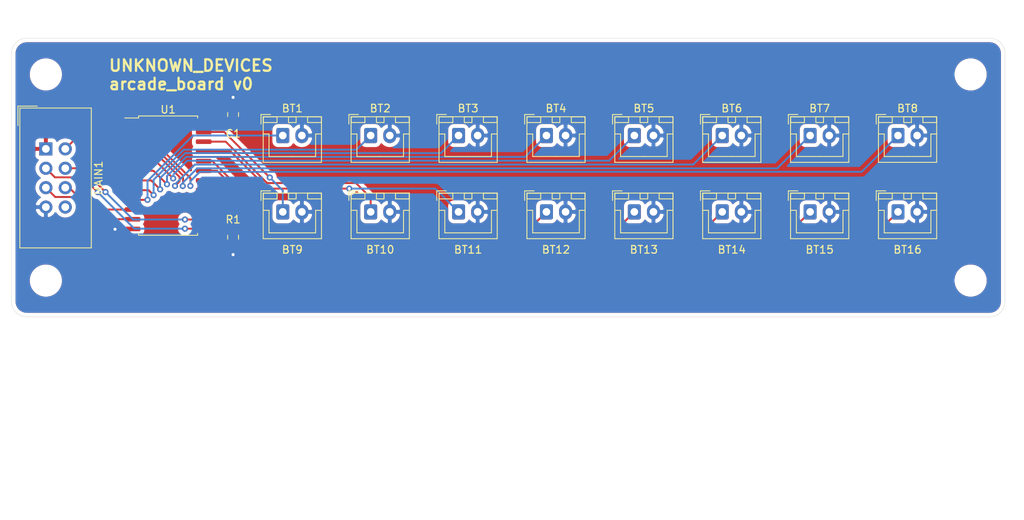
<source format=kicad_pcb>
(kicad_pcb (version 20171130) (host pcbnew "(5.1.2)-1")

  (general
    (thickness 1.6)
    (drawings 10)
    (tracks 161)
    (zones 0)
    (modules 24)
    (nets 26)
  )

  (page A4)
  (layers
    (0 F.Cu signal)
    (31 B.Cu signal)
    (32 B.Adhes user)
    (33 F.Adhes user)
    (34 B.Paste user)
    (35 F.Paste user)
    (36 B.SilkS user)
    (37 F.SilkS user)
    (38 B.Mask user)
    (39 F.Mask user)
    (40 Dwgs.User user)
    (41 Cmts.User user)
    (42 Eco1.User user)
    (43 Eco2.User user)
    (44 Edge.Cuts user)
    (45 Margin user)
    (46 B.CrtYd user)
    (47 F.CrtYd user)
    (48 B.Fab user)
    (49 F.Fab user)
  )

  (setup
    (last_trace_width 0.25)
    (trace_clearance 0.2)
    (zone_clearance 0.508)
    (zone_45_only no)
    (trace_min 0.2)
    (via_size 0.8)
    (via_drill 0.4)
    (via_min_size 0.4)
    (via_min_drill 0.3)
    (uvia_size 0.3)
    (uvia_drill 0.1)
    (uvias_allowed no)
    (uvia_min_size 0.2)
    (uvia_min_drill 0.1)
    (edge_width 0.05)
    (segment_width 0.2)
    (pcb_text_width 0.3)
    (pcb_text_size 1.5 1.5)
    (mod_edge_width 0.12)
    (mod_text_size 1 1)
    (mod_text_width 0.15)
    (pad_size 1.524 1.524)
    (pad_drill 0.762)
    (pad_to_mask_clearance 0.051)
    (solder_mask_min_width 0.25)
    (aux_axis_origin 0 0)
    (grid_origin 99 88.75)
    (visible_elements 7FFFFFFF)
    (pcbplotparams
      (layerselection 0x010fc_ffffffff)
      (usegerberextensions false)
      (usegerberattributes false)
      (usegerberadvancedattributes false)
      (creategerberjobfile false)
      (excludeedgelayer true)
      (linewidth 0.100000)
      (plotframeref false)
      (viasonmask false)
      (mode 1)
      (useauxorigin false)
      (hpglpennumber 1)
      (hpglpenspeed 20)
      (hpglpendiameter 15.000000)
      (psnegative false)
      (psa4output false)
      (plotreference true)
      (plotvalue true)
      (plotinvisibletext false)
      (padsonsilk false)
      (subtractmaskfromsilk false)
      (outputformat 1)
      (mirror false)
      (drillshape 0)
      (scaleselection 1)
      (outputdirectory "arcade_board_grb/"))
  )

  (net 0 "")
  (net 1 +5V)
  (net 2 P8)
  (net 3 P9)
  (net 4 P10)
  (net 5 P11)
  (net 6 P12)
  (net 7 P13)
  (net 8 P14)
  (net 9 P15)
  (net 10 GND)
  (net 11 P0)
  (net 12 P1)
  (net 13 P2)
  (net 14 P3)
  (net 15 P4)
  (net 16 P5)
  (net 17 P6)
  (net 18 P7)
  (net 19 "Net-(R1-Pad2)")
  (net 20 "Net-(C1-Pad1)")
  (net 21 COM)
  (net 22 S3)
  (net 23 S2)
  (net 24 S1)
  (net 25 S0)

  (net_class Default "This is the default net class."
    (clearance 0.2)
    (trace_width 0.25)
    (via_dia 0.8)
    (via_drill 0.4)
    (uvia_dia 0.3)
    (uvia_drill 0.1)
    (add_net +5V)
    (add_net COM)
    (add_net GND)
    (add_net "Net-(C1-Pad1)")
    (add_net "Net-(R1-Pad2)")
    (add_net P0)
    (add_net P1)
    (add_net P10)
    (add_net P11)
    (add_net P12)
    (add_net P13)
    (add_net P14)
    (add_net P15)
    (add_net P2)
    (add_net P3)
    (add_net P4)
    (add_net P5)
    (add_net P6)
    (add_net P7)
    (add_net P8)
    (add_net P9)
    (add_net S0)
    (add_net S1)
    (add_net S2)
    (add_net S3)
  )

  (module Connector_IDC:IDC-Header_2x04_P2.54mm_Vertical (layer F.Cu) (tedit 59DE070F) (tstamp 5D039C91)
    (at 99 71.5)
    (descr "Through hole straight IDC box header, 2x04, 2.54mm pitch, double rows")
    (tags "Through hole IDC box header THT 2x04 2.54mm double row")
    (path /5CED4D8F)
    (fp_text reference MAIN1 (at 6.9 3.805 -90) (layer F.SilkS)
      (effects (font (size 1 1) (thickness 0.15)))
    )
    (fp_text value MAIN (at 1.27 14.224) (layer F.Fab)
      (effects (font (size 1 1) (thickness 0.15)))
    )
    (fp_line (start -3.655 -5.6) (end -1.115 -5.6) (layer F.SilkS) (width 0.12))
    (fp_line (start -3.655 -5.6) (end -3.655 -3.06) (layer F.SilkS) (width 0.12))
    (fp_line (start -3.405 -5.35) (end 5.945 -5.35) (layer F.SilkS) (width 0.12))
    (fp_line (start -3.405 12.97) (end -3.405 -5.35) (layer F.SilkS) (width 0.12))
    (fp_line (start 5.945 12.97) (end -3.405 12.97) (layer F.SilkS) (width 0.12))
    (fp_line (start 5.945 -5.35) (end 5.945 12.97) (layer F.SilkS) (width 0.12))
    (fp_line (start -3.41 -5.35) (end 5.95 -5.35) (layer F.CrtYd) (width 0.05))
    (fp_line (start -3.41 12.97) (end -3.41 -5.35) (layer F.CrtYd) (width 0.05))
    (fp_line (start 5.95 12.97) (end -3.41 12.97) (layer F.CrtYd) (width 0.05))
    (fp_line (start 5.95 -5.35) (end 5.95 12.97) (layer F.CrtYd) (width 0.05))
    (fp_line (start -3.155 12.72) (end -2.605 12.16) (layer F.Fab) (width 0.1))
    (fp_line (start -3.155 -5.1) (end -2.605 -4.56) (layer F.Fab) (width 0.1))
    (fp_line (start 5.695 12.72) (end 5.145 12.16) (layer F.Fab) (width 0.1))
    (fp_line (start 5.695 -5.1) (end 5.145 -4.56) (layer F.Fab) (width 0.1))
    (fp_line (start 5.145 12.16) (end -2.605 12.16) (layer F.Fab) (width 0.1))
    (fp_line (start 5.695 12.72) (end -3.155 12.72) (layer F.Fab) (width 0.1))
    (fp_line (start 5.145 -4.56) (end -2.605 -4.56) (layer F.Fab) (width 0.1))
    (fp_line (start 5.695 -5.1) (end -3.155 -5.1) (layer F.Fab) (width 0.1))
    (fp_line (start -2.605 6.06) (end -3.155 6.06) (layer F.Fab) (width 0.1))
    (fp_line (start -2.605 1.56) (end -3.155 1.56) (layer F.Fab) (width 0.1))
    (fp_line (start -2.605 6.06) (end -2.605 12.16) (layer F.Fab) (width 0.1))
    (fp_line (start -2.605 -4.56) (end -2.605 1.56) (layer F.Fab) (width 0.1))
    (fp_line (start -3.155 -5.1) (end -3.155 12.72) (layer F.Fab) (width 0.1))
    (fp_line (start 5.145 -4.56) (end 5.145 12.16) (layer F.Fab) (width 0.1))
    (fp_line (start 5.695 -5.1) (end 5.695 12.72) (layer F.Fab) (width 0.1))
    (fp_text user %R (at 1.27 3.81) (layer F.Fab)
      (effects (font (size 1 1) (thickness 0.15)))
    )
    (pad 8 thru_hole oval (at 2.54 7.62) (size 1.7272 1.7272) (drill 1.016) (layers *.Cu *.Mask))
    (pad 7 thru_hole oval (at 0 7.62) (size 1.7272 1.7272) (drill 1.016) (layers *.Cu *.Mask)
      (net 10 GND))
    (pad 6 thru_hole oval (at 2.54 5.08) (size 1.7272 1.7272) (drill 1.016) (layers *.Cu *.Mask)
      (net 25 S0))
    (pad 5 thru_hole oval (at 0 5.08) (size 1.7272 1.7272) (drill 1.016) (layers *.Cu *.Mask)
      (net 24 S1))
    (pad 4 thru_hole oval (at 2.54 2.54) (size 1.7272 1.7272) (drill 1.016) (layers *.Cu *.Mask)
      (net 23 S2))
    (pad 3 thru_hole oval (at 0 2.54) (size 1.7272 1.7272) (drill 1.016) (layers *.Cu *.Mask)
      (net 22 S3))
    (pad 2 thru_hole oval (at 2.54 0) (size 1.7272 1.7272) (drill 1.016) (layers *.Cu *.Mask)
      (net 21 COM))
    (pad 1 thru_hole rect (at 0 0) (size 1.7272 1.7272) (drill 1.016) (layers *.Cu *.Mask)
      (net 1 +5V))
    (model ${KISYS3DMOD}/Connector_IDC.3dshapes/IDC-Header_2x04_P2.54mm_Vertical.wrl
      (at (xyz 0 0 0))
      (scale (xyz 1 1 1))
      (rotate (xyz 0 0 0))
    )
  )

  (module Package_SO:SOIC-24W_7.5x15.4mm_P1.27mm (layer F.Cu) (tedit 5C97300E) (tstamp 5CEAE79D)
    (at 115 75)
    (descr "SOIC, 24 Pin (JEDEC MS-013AD, https://www.analog.com/media/en/package-pcb-resources/package/pkg_pdf/soic_wide-rw/RW_24.pdf), generated with kicad-footprint-generator ipc_gullwing_generator.py")
    (tags "SOIC SO")
    (path /5CEE6212)
    (attr smd)
    (fp_text reference U1 (at 0 -8.65) (layer F.SilkS)
      (effects (font (size 1 1) (thickness 0.15)))
    )
    (fp_text value CD74HC4067M (at 0 8.65) (layer F.Fab)
      (effects (font (size 1 1) (thickness 0.15)))
    )
    (fp_line (start 0 7.81) (end 3.86 7.81) (layer F.SilkS) (width 0.12))
    (fp_line (start 3.86 7.81) (end 3.86 7.545) (layer F.SilkS) (width 0.12))
    (fp_line (start 0 7.81) (end -3.86 7.81) (layer F.SilkS) (width 0.12))
    (fp_line (start -3.86 7.81) (end -3.86 7.545) (layer F.SilkS) (width 0.12))
    (fp_line (start 0 -7.81) (end 3.86 -7.81) (layer F.SilkS) (width 0.12))
    (fp_line (start 3.86 -7.81) (end 3.86 -7.545) (layer F.SilkS) (width 0.12))
    (fp_line (start 0 -7.81) (end -3.86 -7.81) (layer F.SilkS) (width 0.12))
    (fp_line (start -3.86 -7.81) (end -3.86 -7.545) (layer F.SilkS) (width 0.12))
    (fp_line (start -3.86 -7.545) (end -5.675 -7.545) (layer F.SilkS) (width 0.12))
    (fp_line (start -2.75 -7.7) (end 3.75 -7.7) (layer F.Fab) (width 0.1))
    (fp_line (start 3.75 -7.7) (end 3.75 7.7) (layer F.Fab) (width 0.1))
    (fp_line (start 3.75 7.7) (end -3.75 7.7) (layer F.Fab) (width 0.1))
    (fp_line (start -3.75 7.7) (end -3.75 -6.7) (layer F.Fab) (width 0.1))
    (fp_line (start -3.75 -6.7) (end -2.75 -7.7) (layer F.Fab) (width 0.1))
    (fp_line (start -5.93 -7.95) (end -5.93 7.95) (layer F.CrtYd) (width 0.05))
    (fp_line (start -5.93 7.95) (end 5.93 7.95) (layer F.CrtYd) (width 0.05))
    (fp_line (start 5.93 7.95) (end 5.93 -7.95) (layer F.CrtYd) (width 0.05))
    (fp_line (start 5.93 -7.95) (end -5.93 -7.95) (layer F.CrtYd) (width 0.05))
    (fp_text user %R (at 0 0) (layer F.Fab)
      (effects (font (size 1 1) (thickness 0.15)))
    )
    (pad 1 smd roundrect (at -4.65 -6.985) (size 2.05 0.6) (layers F.Cu F.Paste F.Mask) (roundrect_rratio 0.25)
      (net 21 COM))
    (pad 2 smd roundrect (at -4.65 -5.715) (size 2.05 0.6) (layers F.Cu F.Paste F.Mask) (roundrect_rratio 0.25)
      (net 18 P7))
    (pad 3 smd roundrect (at -4.65 -4.445) (size 2.05 0.6) (layers F.Cu F.Paste F.Mask) (roundrect_rratio 0.25)
      (net 17 P6))
    (pad 4 smd roundrect (at -4.65 -3.175) (size 2.05 0.6) (layers F.Cu F.Paste F.Mask) (roundrect_rratio 0.25)
      (net 16 P5))
    (pad 5 smd roundrect (at -4.65 -1.905) (size 2.05 0.6) (layers F.Cu F.Paste F.Mask) (roundrect_rratio 0.25)
      (net 15 P4))
    (pad 6 smd roundrect (at -4.65 -0.635) (size 2.05 0.6) (layers F.Cu F.Paste F.Mask) (roundrect_rratio 0.25)
      (net 14 P3))
    (pad 7 smd roundrect (at -4.65 0.635) (size 2.05 0.6) (layers F.Cu F.Paste F.Mask) (roundrect_rratio 0.25)
      (net 13 P2))
    (pad 8 smd roundrect (at -4.65 1.905) (size 2.05 0.6) (layers F.Cu F.Paste F.Mask) (roundrect_rratio 0.25)
      (net 12 P1))
    (pad 9 smd roundrect (at -4.65 3.175) (size 2.05 0.6) (layers F.Cu F.Paste F.Mask) (roundrect_rratio 0.25)
      (net 11 P0))
    (pad 10 smd roundrect (at -4.65 4.445) (size 2.05 0.6) (layers F.Cu F.Paste F.Mask) (roundrect_rratio 0.25)
      (net 25 S0))
    (pad 11 smd roundrect (at -4.65 5.715) (size 2.05 0.6) (layers F.Cu F.Paste F.Mask) (roundrect_rratio 0.25)
      (net 24 S1))
    (pad 12 smd roundrect (at -4.65 6.985) (size 2.05 0.6) (layers F.Cu F.Paste F.Mask) (roundrect_rratio 0.25)
      (net 10 GND))
    (pad 13 smd roundrect (at 4.65 6.985) (size 2.05 0.6) (layers F.Cu F.Paste F.Mask) (roundrect_rratio 0.25)
      (net 22 S3))
    (pad 14 smd roundrect (at 4.65 5.715) (size 2.05 0.6) (layers F.Cu F.Paste F.Mask) (roundrect_rratio 0.25)
      (net 23 S2))
    (pad 15 smd roundrect (at 4.65 4.445) (size 2.05 0.6) (layers F.Cu F.Paste F.Mask) (roundrect_rratio 0.25)
      (net 19 "Net-(R1-Pad2)"))
    (pad 16 smd roundrect (at 4.65 3.175) (size 2.05 0.6) (layers F.Cu F.Paste F.Mask) (roundrect_rratio 0.25)
      (net 9 P15))
    (pad 17 smd roundrect (at 4.65 1.905) (size 2.05 0.6) (layers F.Cu F.Paste F.Mask) (roundrect_rratio 0.25)
      (net 8 P14))
    (pad 18 smd roundrect (at 4.65 0.635) (size 2.05 0.6) (layers F.Cu F.Paste F.Mask) (roundrect_rratio 0.25)
      (net 7 P13))
    (pad 19 smd roundrect (at 4.65 -0.635) (size 2.05 0.6) (layers F.Cu F.Paste F.Mask) (roundrect_rratio 0.25)
      (net 6 P12))
    (pad 20 smd roundrect (at 4.65 -1.905) (size 2.05 0.6) (layers F.Cu F.Paste F.Mask) (roundrect_rratio 0.25)
      (net 5 P11))
    (pad 21 smd roundrect (at 4.65 -3.175) (size 2.05 0.6) (layers F.Cu F.Paste F.Mask) (roundrect_rratio 0.25)
      (net 4 P10))
    (pad 22 smd roundrect (at 4.65 -4.445) (size 2.05 0.6) (layers F.Cu F.Paste F.Mask) (roundrect_rratio 0.25)
      (net 3 P9))
    (pad 23 smd roundrect (at 4.65 -5.715) (size 2.05 0.6) (layers F.Cu F.Paste F.Mask) (roundrect_rratio 0.25)
      (net 2 P8))
    (pad 24 smd roundrect (at 4.65 -6.985) (size 2.05 0.6) (layers F.Cu F.Paste F.Mask) (roundrect_rratio 0.25)
      (net 20 "Net-(C1-Pad1)"))
    (model ${KISYS3DMOD}/Package_SO.3dshapes/SOIC-24W_7.5x15.4mm_P1.27mm.wrl
      (at (xyz 0 0 0))
      (scale (xyz 1 1 1))
      (rotate (xyz 0 0 0))
    )
  )

  (module MountingHole:MountingHole_3.2mm_M3 (layer F.Cu) (tedit 56D1B4CB) (tstamp 5D02A69E)
    (at 220 88.75)
    (descr "Mounting Hole 3.2mm, no annular, M3")
    (tags "mounting hole 3.2mm no annular m3")
    (path /5D00E7C6)
    (attr virtual)
    (fp_text reference H6 (at 0 -4.2) (layer F.SilkS) hide
      (effects (font (size 1 1) (thickness 0.15)))
    )
    (fp_text value MountingHole (at 0 4.2) (layer F.Fab)
      (effects (font (size 1 1) (thickness 0.15)))
    )
    (fp_circle (center 0 0) (end 3.45 0) (layer F.CrtYd) (width 0.05))
    (fp_circle (center 0 0) (end 3.2 0) (layer Cmts.User) (width 0.15))
    (fp_text user %R (at 0.3 0) (layer F.Fab)
      (effects (font (size 1 1) (thickness 0.15)))
    )
    (pad 1 np_thru_hole circle (at 0 0) (size 3.2 3.2) (drill 3.2) (layers *.Cu *.Mask))
  )

  (module MountingHole:MountingHole_3.2mm_M3 (layer F.Cu) (tedit 56D1B4CB) (tstamp 5D02A673)
    (at 220 61.75)
    (descr "Mounting Hole 3.2mm, no annular, M3")
    (tags "mounting hole 3.2mm no annular m3")
    (path /5D00345C)
    (attr virtual)
    (fp_text reference H3 (at 0 -4.2) (layer F.SilkS) hide
      (effects (font (size 1 1) (thickness 0.15)))
    )
    (fp_text value MountingHole (at 0 4.2) (layer F.Fab)
      (effects (font (size 1 1) (thickness 0.15)))
    )
    (fp_circle (center 0 0) (end 3.45 0) (layer F.CrtYd) (width 0.05))
    (fp_circle (center 0 0) (end 3.2 0) (layer Cmts.User) (width 0.15))
    (fp_text user %R (at 0.3 0) (layer F.Fab)
      (effects (font (size 1 1) (thickness 0.15)))
    )
    (pad 1 np_thru_hole circle (at 0 0) (size 3.2 3.2) (drill 3.2) (layers *.Cu *.Mask))
  )

  (module Connector_JST:JST_XH_B2B-XH-A_1x02_P2.50mm_Vertical (layer F.Cu) (tedit 5C28146C) (tstamp 5D02A628)
    (at 210.5 79.75)
    (descr "JST XH series connector, B2B-XH-A (http://www.jst-mfg.com/product/pdf/eng/eXH.pdf), generated with kicad-footprint-generator")
    (tags "connector JST XH vertical")
    (path /5D090A45)
    (fp_text reference BT16 (at 1.25 4.95) (layer F.SilkS)
      (effects (font (size 1 1) (thickness 0.15)))
    )
    (fp_text value "Arcade connector" (at 1.25 4.6) (layer F.Fab)
      (effects (font (size 1 1) (thickness 0.15)))
    )
    (fp_text user %R (at 1.25 2.7) (layer F.Fab)
      (effects (font (size 1 1) (thickness 0.15)))
    )
    (fp_line (start -2.85 -2.75) (end -2.85 -1.5) (layer F.SilkS) (width 0.12))
    (fp_line (start -1.6 -2.75) (end -2.85 -2.75) (layer F.SilkS) (width 0.12))
    (fp_line (start 4.3 2.75) (end 1.25 2.75) (layer F.SilkS) (width 0.12))
    (fp_line (start 4.3 -0.2) (end 4.3 2.75) (layer F.SilkS) (width 0.12))
    (fp_line (start 5.05 -0.2) (end 4.3 -0.2) (layer F.SilkS) (width 0.12))
    (fp_line (start -1.8 2.75) (end 1.25 2.75) (layer F.SilkS) (width 0.12))
    (fp_line (start -1.8 -0.2) (end -1.8 2.75) (layer F.SilkS) (width 0.12))
    (fp_line (start -2.55 -0.2) (end -1.8 -0.2) (layer F.SilkS) (width 0.12))
    (fp_line (start 5.05 -2.45) (end 3.25 -2.45) (layer F.SilkS) (width 0.12))
    (fp_line (start 5.05 -1.7) (end 5.05 -2.45) (layer F.SilkS) (width 0.12))
    (fp_line (start 3.25 -1.7) (end 5.05 -1.7) (layer F.SilkS) (width 0.12))
    (fp_line (start 3.25 -2.45) (end 3.25 -1.7) (layer F.SilkS) (width 0.12))
    (fp_line (start -0.75 -2.45) (end -2.55 -2.45) (layer F.SilkS) (width 0.12))
    (fp_line (start -0.75 -1.7) (end -0.75 -2.45) (layer F.SilkS) (width 0.12))
    (fp_line (start -2.55 -1.7) (end -0.75 -1.7) (layer F.SilkS) (width 0.12))
    (fp_line (start -2.55 -2.45) (end -2.55 -1.7) (layer F.SilkS) (width 0.12))
    (fp_line (start 1.75 -2.45) (end 0.75 -2.45) (layer F.SilkS) (width 0.12))
    (fp_line (start 1.75 -1.7) (end 1.75 -2.45) (layer F.SilkS) (width 0.12))
    (fp_line (start 0.75 -1.7) (end 1.75 -1.7) (layer F.SilkS) (width 0.12))
    (fp_line (start 0.75 -2.45) (end 0.75 -1.7) (layer F.SilkS) (width 0.12))
    (fp_line (start 0 -1.35) (end 0.625 -2.35) (layer F.Fab) (width 0.1))
    (fp_line (start -0.625 -2.35) (end 0 -1.35) (layer F.Fab) (width 0.1))
    (fp_line (start 5.45 -2.85) (end -2.95 -2.85) (layer F.CrtYd) (width 0.05))
    (fp_line (start 5.45 3.9) (end 5.45 -2.85) (layer F.CrtYd) (width 0.05))
    (fp_line (start -2.95 3.9) (end 5.45 3.9) (layer F.CrtYd) (width 0.05))
    (fp_line (start -2.95 -2.85) (end -2.95 3.9) (layer F.CrtYd) (width 0.05))
    (fp_line (start 5.06 -2.46) (end -2.56 -2.46) (layer F.SilkS) (width 0.12))
    (fp_line (start 5.06 3.51) (end 5.06 -2.46) (layer F.SilkS) (width 0.12))
    (fp_line (start -2.56 3.51) (end 5.06 3.51) (layer F.SilkS) (width 0.12))
    (fp_line (start -2.56 -2.46) (end -2.56 3.51) (layer F.SilkS) (width 0.12))
    (fp_line (start 4.95 -2.35) (end -2.45 -2.35) (layer F.Fab) (width 0.1))
    (fp_line (start 4.95 3.4) (end 4.95 -2.35) (layer F.Fab) (width 0.1))
    (fp_line (start -2.45 3.4) (end 4.95 3.4) (layer F.Fab) (width 0.1))
    (fp_line (start -2.45 -2.35) (end -2.45 3.4) (layer F.Fab) (width 0.1))
    (pad 2 thru_hole oval (at 2.5 0) (size 1.7 2) (drill 1) (layers *.Cu *.Mask)
      (net 10 GND))
    (pad 1 thru_hole roundrect (at 0 0) (size 1.7 2) (drill 1) (layers *.Cu *.Mask) (roundrect_rratio 0.147059)
      (net 9 P15))
    (model ${KISYS3DMOD}/Connector_JST.3dshapes/JST_XH_B2B-XH-A_1x02_P2.50mm_Vertical.wrl
      (at (xyz 0 0 0))
      (scale (xyz 1 1 1))
      (rotate (xyz 0 0 0))
    )
  )

  (module Connector_JST:JST_XH_B2B-XH-A_1x02_P2.50mm_Vertical (layer F.Cu) (tedit 5C28146C) (tstamp 5D02A5FF)
    (at 199 79.75)
    (descr "JST XH series connector, B2B-XH-A (http://www.jst-mfg.com/product/pdf/eng/eXH.pdf), generated with kicad-footprint-generator")
    (tags "connector JST XH vertical")
    (path /5D090A38)
    (fp_text reference BT15 (at 1.25 4.95) (layer F.SilkS)
      (effects (font (size 1 1) (thickness 0.15)))
    )
    (fp_text value "Arcade connector" (at 1.25 4.6) (layer F.Fab)
      (effects (font (size 1 1) (thickness 0.15)))
    )
    (fp_text user %R (at 1.25 2.7) (layer F.Fab)
      (effects (font (size 1 1) (thickness 0.15)))
    )
    (fp_line (start -2.85 -2.75) (end -2.85 -1.5) (layer F.SilkS) (width 0.12))
    (fp_line (start -1.6 -2.75) (end -2.85 -2.75) (layer F.SilkS) (width 0.12))
    (fp_line (start 4.3 2.75) (end 1.25 2.75) (layer F.SilkS) (width 0.12))
    (fp_line (start 4.3 -0.2) (end 4.3 2.75) (layer F.SilkS) (width 0.12))
    (fp_line (start 5.05 -0.2) (end 4.3 -0.2) (layer F.SilkS) (width 0.12))
    (fp_line (start -1.8 2.75) (end 1.25 2.75) (layer F.SilkS) (width 0.12))
    (fp_line (start -1.8 -0.2) (end -1.8 2.75) (layer F.SilkS) (width 0.12))
    (fp_line (start -2.55 -0.2) (end -1.8 -0.2) (layer F.SilkS) (width 0.12))
    (fp_line (start 5.05 -2.45) (end 3.25 -2.45) (layer F.SilkS) (width 0.12))
    (fp_line (start 5.05 -1.7) (end 5.05 -2.45) (layer F.SilkS) (width 0.12))
    (fp_line (start 3.25 -1.7) (end 5.05 -1.7) (layer F.SilkS) (width 0.12))
    (fp_line (start 3.25 -2.45) (end 3.25 -1.7) (layer F.SilkS) (width 0.12))
    (fp_line (start -0.75 -2.45) (end -2.55 -2.45) (layer F.SilkS) (width 0.12))
    (fp_line (start -0.75 -1.7) (end -0.75 -2.45) (layer F.SilkS) (width 0.12))
    (fp_line (start -2.55 -1.7) (end -0.75 -1.7) (layer F.SilkS) (width 0.12))
    (fp_line (start -2.55 -2.45) (end -2.55 -1.7) (layer F.SilkS) (width 0.12))
    (fp_line (start 1.75 -2.45) (end 0.75 -2.45) (layer F.SilkS) (width 0.12))
    (fp_line (start 1.75 -1.7) (end 1.75 -2.45) (layer F.SilkS) (width 0.12))
    (fp_line (start 0.75 -1.7) (end 1.75 -1.7) (layer F.SilkS) (width 0.12))
    (fp_line (start 0.75 -2.45) (end 0.75 -1.7) (layer F.SilkS) (width 0.12))
    (fp_line (start 0 -1.35) (end 0.625 -2.35) (layer F.Fab) (width 0.1))
    (fp_line (start -0.625 -2.35) (end 0 -1.35) (layer F.Fab) (width 0.1))
    (fp_line (start 5.45 -2.85) (end -2.95 -2.85) (layer F.CrtYd) (width 0.05))
    (fp_line (start 5.45 3.9) (end 5.45 -2.85) (layer F.CrtYd) (width 0.05))
    (fp_line (start -2.95 3.9) (end 5.45 3.9) (layer F.CrtYd) (width 0.05))
    (fp_line (start -2.95 -2.85) (end -2.95 3.9) (layer F.CrtYd) (width 0.05))
    (fp_line (start 5.06 -2.46) (end -2.56 -2.46) (layer F.SilkS) (width 0.12))
    (fp_line (start 5.06 3.51) (end 5.06 -2.46) (layer F.SilkS) (width 0.12))
    (fp_line (start -2.56 3.51) (end 5.06 3.51) (layer F.SilkS) (width 0.12))
    (fp_line (start -2.56 -2.46) (end -2.56 3.51) (layer F.SilkS) (width 0.12))
    (fp_line (start 4.95 -2.35) (end -2.45 -2.35) (layer F.Fab) (width 0.1))
    (fp_line (start 4.95 3.4) (end 4.95 -2.35) (layer F.Fab) (width 0.1))
    (fp_line (start -2.45 3.4) (end 4.95 3.4) (layer F.Fab) (width 0.1))
    (fp_line (start -2.45 -2.35) (end -2.45 3.4) (layer F.Fab) (width 0.1))
    (pad 2 thru_hole oval (at 2.5 0) (size 1.7 2) (drill 1) (layers *.Cu *.Mask)
      (net 10 GND))
    (pad 1 thru_hole roundrect (at 0 0) (size 1.7 2) (drill 1) (layers *.Cu *.Mask) (roundrect_rratio 0.147059)
      (net 8 P14))
    (model ${KISYS3DMOD}/Connector_JST.3dshapes/JST_XH_B2B-XH-A_1x02_P2.50mm_Vertical.wrl
      (at (xyz 0 0 0))
      (scale (xyz 1 1 1))
      (rotate (xyz 0 0 0))
    )
  )

  (module Connector_JST:JST_XH_B2B-XH-A_1x02_P2.50mm_Vertical (layer F.Cu) (tedit 5C28146C) (tstamp 5D02A5D6)
    (at 187.5 79.75)
    (descr "JST XH series connector, B2B-XH-A (http://www.jst-mfg.com/product/pdf/eng/eXH.pdf), generated with kicad-footprint-generator")
    (tags "connector JST XH vertical")
    (path /5D090A2B)
    (fp_text reference BT14 (at 1.25 4.95) (layer F.SilkS)
      (effects (font (size 1 1) (thickness 0.15)))
    )
    (fp_text value "Arcade connector" (at 1.25 4.6) (layer F.Fab)
      (effects (font (size 1 1) (thickness 0.15)))
    )
    (fp_text user %R (at 1.25 2.7) (layer F.Fab)
      (effects (font (size 1 1) (thickness 0.15)))
    )
    (fp_line (start -2.85 -2.75) (end -2.85 -1.5) (layer F.SilkS) (width 0.12))
    (fp_line (start -1.6 -2.75) (end -2.85 -2.75) (layer F.SilkS) (width 0.12))
    (fp_line (start 4.3 2.75) (end 1.25 2.75) (layer F.SilkS) (width 0.12))
    (fp_line (start 4.3 -0.2) (end 4.3 2.75) (layer F.SilkS) (width 0.12))
    (fp_line (start 5.05 -0.2) (end 4.3 -0.2) (layer F.SilkS) (width 0.12))
    (fp_line (start -1.8 2.75) (end 1.25 2.75) (layer F.SilkS) (width 0.12))
    (fp_line (start -1.8 -0.2) (end -1.8 2.75) (layer F.SilkS) (width 0.12))
    (fp_line (start -2.55 -0.2) (end -1.8 -0.2) (layer F.SilkS) (width 0.12))
    (fp_line (start 5.05 -2.45) (end 3.25 -2.45) (layer F.SilkS) (width 0.12))
    (fp_line (start 5.05 -1.7) (end 5.05 -2.45) (layer F.SilkS) (width 0.12))
    (fp_line (start 3.25 -1.7) (end 5.05 -1.7) (layer F.SilkS) (width 0.12))
    (fp_line (start 3.25 -2.45) (end 3.25 -1.7) (layer F.SilkS) (width 0.12))
    (fp_line (start -0.75 -2.45) (end -2.55 -2.45) (layer F.SilkS) (width 0.12))
    (fp_line (start -0.75 -1.7) (end -0.75 -2.45) (layer F.SilkS) (width 0.12))
    (fp_line (start -2.55 -1.7) (end -0.75 -1.7) (layer F.SilkS) (width 0.12))
    (fp_line (start -2.55 -2.45) (end -2.55 -1.7) (layer F.SilkS) (width 0.12))
    (fp_line (start 1.75 -2.45) (end 0.75 -2.45) (layer F.SilkS) (width 0.12))
    (fp_line (start 1.75 -1.7) (end 1.75 -2.45) (layer F.SilkS) (width 0.12))
    (fp_line (start 0.75 -1.7) (end 1.75 -1.7) (layer F.SilkS) (width 0.12))
    (fp_line (start 0.75 -2.45) (end 0.75 -1.7) (layer F.SilkS) (width 0.12))
    (fp_line (start 0 -1.35) (end 0.625 -2.35) (layer F.Fab) (width 0.1))
    (fp_line (start -0.625 -2.35) (end 0 -1.35) (layer F.Fab) (width 0.1))
    (fp_line (start 5.45 -2.85) (end -2.95 -2.85) (layer F.CrtYd) (width 0.05))
    (fp_line (start 5.45 3.9) (end 5.45 -2.85) (layer F.CrtYd) (width 0.05))
    (fp_line (start -2.95 3.9) (end 5.45 3.9) (layer F.CrtYd) (width 0.05))
    (fp_line (start -2.95 -2.85) (end -2.95 3.9) (layer F.CrtYd) (width 0.05))
    (fp_line (start 5.06 -2.46) (end -2.56 -2.46) (layer F.SilkS) (width 0.12))
    (fp_line (start 5.06 3.51) (end 5.06 -2.46) (layer F.SilkS) (width 0.12))
    (fp_line (start -2.56 3.51) (end 5.06 3.51) (layer F.SilkS) (width 0.12))
    (fp_line (start -2.56 -2.46) (end -2.56 3.51) (layer F.SilkS) (width 0.12))
    (fp_line (start 4.95 -2.35) (end -2.45 -2.35) (layer F.Fab) (width 0.1))
    (fp_line (start 4.95 3.4) (end 4.95 -2.35) (layer F.Fab) (width 0.1))
    (fp_line (start -2.45 3.4) (end 4.95 3.4) (layer F.Fab) (width 0.1))
    (fp_line (start -2.45 -2.35) (end -2.45 3.4) (layer F.Fab) (width 0.1))
    (pad 2 thru_hole oval (at 2.5 0) (size 1.7 2) (drill 1) (layers *.Cu *.Mask)
      (net 10 GND))
    (pad 1 thru_hole roundrect (at 0 0) (size 1.7 2) (drill 1) (layers *.Cu *.Mask) (roundrect_rratio 0.147059)
      (net 7 P13))
    (model ${KISYS3DMOD}/Connector_JST.3dshapes/JST_XH_B2B-XH-A_1x02_P2.50mm_Vertical.wrl
      (at (xyz 0 0 0))
      (scale (xyz 1 1 1))
      (rotate (xyz 0 0 0))
    )
  )

  (module Connector_JST:JST_XH_B2B-XH-A_1x02_P2.50mm_Vertical (layer F.Cu) (tedit 5C28146C) (tstamp 5D02A5AD)
    (at 176 79.75)
    (descr "JST XH series connector, B2B-XH-A (http://www.jst-mfg.com/product/pdf/eng/eXH.pdf), generated with kicad-footprint-generator")
    (tags "connector JST XH vertical")
    (path /5D090A1E)
    (fp_text reference BT13 (at 1.25 4.95) (layer F.SilkS)
      (effects (font (size 1 1) (thickness 0.15)))
    )
    (fp_text value "Arcade connector" (at 1.25 4.6) (layer F.Fab)
      (effects (font (size 1 1) (thickness 0.15)))
    )
    (fp_text user %R (at 1.25 2.7) (layer F.Fab)
      (effects (font (size 1 1) (thickness 0.15)))
    )
    (fp_line (start -2.85 -2.75) (end -2.85 -1.5) (layer F.SilkS) (width 0.12))
    (fp_line (start -1.6 -2.75) (end -2.85 -2.75) (layer F.SilkS) (width 0.12))
    (fp_line (start 4.3 2.75) (end 1.25 2.75) (layer F.SilkS) (width 0.12))
    (fp_line (start 4.3 -0.2) (end 4.3 2.75) (layer F.SilkS) (width 0.12))
    (fp_line (start 5.05 -0.2) (end 4.3 -0.2) (layer F.SilkS) (width 0.12))
    (fp_line (start -1.8 2.75) (end 1.25 2.75) (layer F.SilkS) (width 0.12))
    (fp_line (start -1.8 -0.2) (end -1.8 2.75) (layer F.SilkS) (width 0.12))
    (fp_line (start -2.55 -0.2) (end -1.8 -0.2) (layer F.SilkS) (width 0.12))
    (fp_line (start 5.05 -2.45) (end 3.25 -2.45) (layer F.SilkS) (width 0.12))
    (fp_line (start 5.05 -1.7) (end 5.05 -2.45) (layer F.SilkS) (width 0.12))
    (fp_line (start 3.25 -1.7) (end 5.05 -1.7) (layer F.SilkS) (width 0.12))
    (fp_line (start 3.25 -2.45) (end 3.25 -1.7) (layer F.SilkS) (width 0.12))
    (fp_line (start -0.75 -2.45) (end -2.55 -2.45) (layer F.SilkS) (width 0.12))
    (fp_line (start -0.75 -1.7) (end -0.75 -2.45) (layer F.SilkS) (width 0.12))
    (fp_line (start -2.55 -1.7) (end -0.75 -1.7) (layer F.SilkS) (width 0.12))
    (fp_line (start -2.55 -2.45) (end -2.55 -1.7) (layer F.SilkS) (width 0.12))
    (fp_line (start 1.75 -2.45) (end 0.75 -2.45) (layer F.SilkS) (width 0.12))
    (fp_line (start 1.75 -1.7) (end 1.75 -2.45) (layer F.SilkS) (width 0.12))
    (fp_line (start 0.75 -1.7) (end 1.75 -1.7) (layer F.SilkS) (width 0.12))
    (fp_line (start 0.75 -2.45) (end 0.75 -1.7) (layer F.SilkS) (width 0.12))
    (fp_line (start 0 -1.35) (end 0.625 -2.35) (layer F.Fab) (width 0.1))
    (fp_line (start -0.625 -2.35) (end 0 -1.35) (layer F.Fab) (width 0.1))
    (fp_line (start 5.45 -2.85) (end -2.95 -2.85) (layer F.CrtYd) (width 0.05))
    (fp_line (start 5.45 3.9) (end 5.45 -2.85) (layer F.CrtYd) (width 0.05))
    (fp_line (start -2.95 3.9) (end 5.45 3.9) (layer F.CrtYd) (width 0.05))
    (fp_line (start -2.95 -2.85) (end -2.95 3.9) (layer F.CrtYd) (width 0.05))
    (fp_line (start 5.06 -2.46) (end -2.56 -2.46) (layer F.SilkS) (width 0.12))
    (fp_line (start 5.06 3.51) (end 5.06 -2.46) (layer F.SilkS) (width 0.12))
    (fp_line (start -2.56 3.51) (end 5.06 3.51) (layer F.SilkS) (width 0.12))
    (fp_line (start -2.56 -2.46) (end -2.56 3.51) (layer F.SilkS) (width 0.12))
    (fp_line (start 4.95 -2.35) (end -2.45 -2.35) (layer F.Fab) (width 0.1))
    (fp_line (start 4.95 3.4) (end 4.95 -2.35) (layer F.Fab) (width 0.1))
    (fp_line (start -2.45 3.4) (end 4.95 3.4) (layer F.Fab) (width 0.1))
    (fp_line (start -2.45 -2.35) (end -2.45 3.4) (layer F.Fab) (width 0.1))
    (pad 2 thru_hole oval (at 2.5 0) (size 1.7 2) (drill 1) (layers *.Cu *.Mask)
      (net 10 GND))
    (pad 1 thru_hole roundrect (at 0 0) (size 1.7 2) (drill 1) (layers *.Cu *.Mask) (roundrect_rratio 0.147059)
      (net 6 P12))
    (model ${KISYS3DMOD}/Connector_JST.3dshapes/JST_XH_B2B-XH-A_1x02_P2.50mm_Vertical.wrl
      (at (xyz 0 0 0))
      (scale (xyz 1 1 1))
      (rotate (xyz 0 0 0))
    )
  )

  (module Connector_JST:JST_XH_B2B-XH-A_1x02_P2.50mm_Vertical (layer F.Cu) (tedit 5C28146C) (tstamp 5D02A584)
    (at 164.5 79.75)
    (descr "JST XH series connector, B2B-XH-A (http://www.jst-mfg.com/product/pdf/eng/eXH.pdf), generated with kicad-footprint-generator")
    (tags "connector JST XH vertical")
    (path /5D090A11)
    (fp_text reference BT12 (at 1.25 4.95) (layer F.SilkS)
      (effects (font (size 1 1) (thickness 0.15)))
    )
    (fp_text value "Arcade connector" (at 1.25 4.6) (layer F.Fab)
      (effects (font (size 1 1) (thickness 0.15)))
    )
    (fp_text user %R (at 1.25 2.7) (layer F.Fab)
      (effects (font (size 1 1) (thickness 0.15)))
    )
    (fp_line (start -2.85 -2.75) (end -2.85 -1.5) (layer F.SilkS) (width 0.12))
    (fp_line (start -1.6 -2.75) (end -2.85 -2.75) (layer F.SilkS) (width 0.12))
    (fp_line (start 4.3 2.75) (end 1.25 2.75) (layer F.SilkS) (width 0.12))
    (fp_line (start 4.3 -0.2) (end 4.3 2.75) (layer F.SilkS) (width 0.12))
    (fp_line (start 5.05 -0.2) (end 4.3 -0.2) (layer F.SilkS) (width 0.12))
    (fp_line (start -1.8 2.75) (end 1.25 2.75) (layer F.SilkS) (width 0.12))
    (fp_line (start -1.8 -0.2) (end -1.8 2.75) (layer F.SilkS) (width 0.12))
    (fp_line (start -2.55 -0.2) (end -1.8 -0.2) (layer F.SilkS) (width 0.12))
    (fp_line (start 5.05 -2.45) (end 3.25 -2.45) (layer F.SilkS) (width 0.12))
    (fp_line (start 5.05 -1.7) (end 5.05 -2.45) (layer F.SilkS) (width 0.12))
    (fp_line (start 3.25 -1.7) (end 5.05 -1.7) (layer F.SilkS) (width 0.12))
    (fp_line (start 3.25 -2.45) (end 3.25 -1.7) (layer F.SilkS) (width 0.12))
    (fp_line (start -0.75 -2.45) (end -2.55 -2.45) (layer F.SilkS) (width 0.12))
    (fp_line (start -0.75 -1.7) (end -0.75 -2.45) (layer F.SilkS) (width 0.12))
    (fp_line (start -2.55 -1.7) (end -0.75 -1.7) (layer F.SilkS) (width 0.12))
    (fp_line (start -2.55 -2.45) (end -2.55 -1.7) (layer F.SilkS) (width 0.12))
    (fp_line (start 1.75 -2.45) (end 0.75 -2.45) (layer F.SilkS) (width 0.12))
    (fp_line (start 1.75 -1.7) (end 1.75 -2.45) (layer F.SilkS) (width 0.12))
    (fp_line (start 0.75 -1.7) (end 1.75 -1.7) (layer F.SilkS) (width 0.12))
    (fp_line (start 0.75 -2.45) (end 0.75 -1.7) (layer F.SilkS) (width 0.12))
    (fp_line (start 0 -1.35) (end 0.625 -2.35) (layer F.Fab) (width 0.1))
    (fp_line (start -0.625 -2.35) (end 0 -1.35) (layer F.Fab) (width 0.1))
    (fp_line (start 5.45 -2.85) (end -2.95 -2.85) (layer F.CrtYd) (width 0.05))
    (fp_line (start 5.45 3.9) (end 5.45 -2.85) (layer F.CrtYd) (width 0.05))
    (fp_line (start -2.95 3.9) (end 5.45 3.9) (layer F.CrtYd) (width 0.05))
    (fp_line (start -2.95 -2.85) (end -2.95 3.9) (layer F.CrtYd) (width 0.05))
    (fp_line (start 5.06 -2.46) (end -2.56 -2.46) (layer F.SilkS) (width 0.12))
    (fp_line (start 5.06 3.51) (end 5.06 -2.46) (layer F.SilkS) (width 0.12))
    (fp_line (start -2.56 3.51) (end 5.06 3.51) (layer F.SilkS) (width 0.12))
    (fp_line (start -2.56 -2.46) (end -2.56 3.51) (layer F.SilkS) (width 0.12))
    (fp_line (start 4.95 -2.35) (end -2.45 -2.35) (layer F.Fab) (width 0.1))
    (fp_line (start 4.95 3.4) (end 4.95 -2.35) (layer F.Fab) (width 0.1))
    (fp_line (start -2.45 3.4) (end 4.95 3.4) (layer F.Fab) (width 0.1))
    (fp_line (start -2.45 -2.35) (end -2.45 3.4) (layer F.Fab) (width 0.1))
    (pad 2 thru_hole oval (at 2.5 0) (size 1.7 2) (drill 1) (layers *.Cu *.Mask)
      (net 10 GND))
    (pad 1 thru_hole roundrect (at 0 0) (size 1.7 2) (drill 1) (layers *.Cu *.Mask) (roundrect_rratio 0.147059)
      (net 5 P11))
    (model ${KISYS3DMOD}/Connector_JST.3dshapes/JST_XH_B2B-XH-A_1x02_P2.50mm_Vertical.wrl
      (at (xyz 0 0 0))
      (scale (xyz 1 1 1))
      (rotate (xyz 0 0 0))
    )
  )

  (module Connector_JST:JST_XH_B2B-XH-A_1x02_P2.50mm_Vertical (layer F.Cu) (tedit 5C28146C) (tstamp 5D02A55B)
    (at 153 79.75)
    (descr "JST XH series connector, B2B-XH-A (http://www.jst-mfg.com/product/pdf/eng/eXH.pdf), generated with kicad-footprint-generator")
    (tags "connector JST XH vertical")
    (path /5D090A04)
    (fp_text reference BT11 (at 1.25 4.95) (layer F.SilkS)
      (effects (font (size 1 1) (thickness 0.15)))
    )
    (fp_text value "Arcade connector" (at 1.25 4.6) (layer F.Fab)
      (effects (font (size 1 1) (thickness 0.15)))
    )
    (fp_text user %R (at 1.25 2.7) (layer F.Fab)
      (effects (font (size 1 1) (thickness 0.15)))
    )
    (fp_line (start -2.85 -2.75) (end -2.85 -1.5) (layer F.SilkS) (width 0.12))
    (fp_line (start -1.6 -2.75) (end -2.85 -2.75) (layer F.SilkS) (width 0.12))
    (fp_line (start 4.3 2.75) (end 1.25 2.75) (layer F.SilkS) (width 0.12))
    (fp_line (start 4.3 -0.2) (end 4.3 2.75) (layer F.SilkS) (width 0.12))
    (fp_line (start 5.05 -0.2) (end 4.3 -0.2) (layer F.SilkS) (width 0.12))
    (fp_line (start -1.8 2.75) (end 1.25 2.75) (layer F.SilkS) (width 0.12))
    (fp_line (start -1.8 -0.2) (end -1.8 2.75) (layer F.SilkS) (width 0.12))
    (fp_line (start -2.55 -0.2) (end -1.8 -0.2) (layer F.SilkS) (width 0.12))
    (fp_line (start 5.05 -2.45) (end 3.25 -2.45) (layer F.SilkS) (width 0.12))
    (fp_line (start 5.05 -1.7) (end 5.05 -2.45) (layer F.SilkS) (width 0.12))
    (fp_line (start 3.25 -1.7) (end 5.05 -1.7) (layer F.SilkS) (width 0.12))
    (fp_line (start 3.25 -2.45) (end 3.25 -1.7) (layer F.SilkS) (width 0.12))
    (fp_line (start -0.75 -2.45) (end -2.55 -2.45) (layer F.SilkS) (width 0.12))
    (fp_line (start -0.75 -1.7) (end -0.75 -2.45) (layer F.SilkS) (width 0.12))
    (fp_line (start -2.55 -1.7) (end -0.75 -1.7) (layer F.SilkS) (width 0.12))
    (fp_line (start -2.55 -2.45) (end -2.55 -1.7) (layer F.SilkS) (width 0.12))
    (fp_line (start 1.75 -2.45) (end 0.75 -2.45) (layer F.SilkS) (width 0.12))
    (fp_line (start 1.75 -1.7) (end 1.75 -2.45) (layer F.SilkS) (width 0.12))
    (fp_line (start 0.75 -1.7) (end 1.75 -1.7) (layer F.SilkS) (width 0.12))
    (fp_line (start 0.75 -2.45) (end 0.75 -1.7) (layer F.SilkS) (width 0.12))
    (fp_line (start 0 -1.35) (end 0.625 -2.35) (layer F.Fab) (width 0.1))
    (fp_line (start -0.625 -2.35) (end 0 -1.35) (layer F.Fab) (width 0.1))
    (fp_line (start 5.45 -2.85) (end -2.95 -2.85) (layer F.CrtYd) (width 0.05))
    (fp_line (start 5.45 3.9) (end 5.45 -2.85) (layer F.CrtYd) (width 0.05))
    (fp_line (start -2.95 3.9) (end 5.45 3.9) (layer F.CrtYd) (width 0.05))
    (fp_line (start -2.95 -2.85) (end -2.95 3.9) (layer F.CrtYd) (width 0.05))
    (fp_line (start 5.06 -2.46) (end -2.56 -2.46) (layer F.SilkS) (width 0.12))
    (fp_line (start 5.06 3.51) (end 5.06 -2.46) (layer F.SilkS) (width 0.12))
    (fp_line (start -2.56 3.51) (end 5.06 3.51) (layer F.SilkS) (width 0.12))
    (fp_line (start -2.56 -2.46) (end -2.56 3.51) (layer F.SilkS) (width 0.12))
    (fp_line (start 4.95 -2.35) (end -2.45 -2.35) (layer F.Fab) (width 0.1))
    (fp_line (start 4.95 3.4) (end 4.95 -2.35) (layer F.Fab) (width 0.1))
    (fp_line (start -2.45 3.4) (end 4.95 3.4) (layer F.Fab) (width 0.1))
    (fp_line (start -2.45 -2.35) (end -2.45 3.4) (layer F.Fab) (width 0.1))
    (pad 2 thru_hole oval (at 2.5 0) (size 1.7 2) (drill 1) (layers *.Cu *.Mask)
      (net 10 GND))
    (pad 1 thru_hole roundrect (at 0 0) (size 1.7 2) (drill 1) (layers *.Cu *.Mask) (roundrect_rratio 0.147059)
      (net 4 P10))
    (model ${KISYS3DMOD}/Connector_JST.3dshapes/JST_XH_B2B-XH-A_1x02_P2.50mm_Vertical.wrl
      (at (xyz 0 0 0))
      (scale (xyz 1 1 1))
      (rotate (xyz 0 0 0))
    )
  )

  (module Connector_JST:JST_XH_B2B-XH-A_1x02_P2.50mm_Vertical (layer F.Cu) (tedit 5C28146C) (tstamp 5D02A532)
    (at 141.5 79.75)
    (descr "JST XH series connector, B2B-XH-A (http://www.jst-mfg.com/product/pdf/eng/eXH.pdf), generated with kicad-footprint-generator")
    (tags "connector JST XH vertical")
    (path /5D0909F7)
    (fp_text reference BT10 (at 1.25 4.95) (layer F.SilkS)
      (effects (font (size 1 1) (thickness 0.15)))
    )
    (fp_text value "Arcade connector" (at 1.25 4.6) (layer F.Fab)
      (effects (font (size 1 1) (thickness 0.15)))
    )
    (fp_text user %R (at 1.25 2.7) (layer F.Fab)
      (effects (font (size 1 1) (thickness 0.15)))
    )
    (fp_line (start -2.85 -2.75) (end -2.85 -1.5) (layer F.SilkS) (width 0.12))
    (fp_line (start -1.6 -2.75) (end -2.85 -2.75) (layer F.SilkS) (width 0.12))
    (fp_line (start 4.3 2.75) (end 1.25 2.75) (layer F.SilkS) (width 0.12))
    (fp_line (start 4.3 -0.2) (end 4.3 2.75) (layer F.SilkS) (width 0.12))
    (fp_line (start 5.05 -0.2) (end 4.3 -0.2) (layer F.SilkS) (width 0.12))
    (fp_line (start -1.8 2.75) (end 1.25 2.75) (layer F.SilkS) (width 0.12))
    (fp_line (start -1.8 -0.2) (end -1.8 2.75) (layer F.SilkS) (width 0.12))
    (fp_line (start -2.55 -0.2) (end -1.8 -0.2) (layer F.SilkS) (width 0.12))
    (fp_line (start 5.05 -2.45) (end 3.25 -2.45) (layer F.SilkS) (width 0.12))
    (fp_line (start 5.05 -1.7) (end 5.05 -2.45) (layer F.SilkS) (width 0.12))
    (fp_line (start 3.25 -1.7) (end 5.05 -1.7) (layer F.SilkS) (width 0.12))
    (fp_line (start 3.25 -2.45) (end 3.25 -1.7) (layer F.SilkS) (width 0.12))
    (fp_line (start -0.75 -2.45) (end -2.55 -2.45) (layer F.SilkS) (width 0.12))
    (fp_line (start -0.75 -1.7) (end -0.75 -2.45) (layer F.SilkS) (width 0.12))
    (fp_line (start -2.55 -1.7) (end -0.75 -1.7) (layer F.SilkS) (width 0.12))
    (fp_line (start -2.55 -2.45) (end -2.55 -1.7) (layer F.SilkS) (width 0.12))
    (fp_line (start 1.75 -2.45) (end 0.75 -2.45) (layer F.SilkS) (width 0.12))
    (fp_line (start 1.75 -1.7) (end 1.75 -2.45) (layer F.SilkS) (width 0.12))
    (fp_line (start 0.75 -1.7) (end 1.75 -1.7) (layer F.SilkS) (width 0.12))
    (fp_line (start 0.75 -2.45) (end 0.75 -1.7) (layer F.SilkS) (width 0.12))
    (fp_line (start 0 -1.35) (end 0.625 -2.35) (layer F.Fab) (width 0.1))
    (fp_line (start -0.625 -2.35) (end 0 -1.35) (layer F.Fab) (width 0.1))
    (fp_line (start 5.45 -2.85) (end -2.95 -2.85) (layer F.CrtYd) (width 0.05))
    (fp_line (start 5.45 3.9) (end 5.45 -2.85) (layer F.CrtYd) (width 0.05))
    (fp_line (start -2.95 3.9) (end 5.45 3.9) (layer F.CrtYd) (width 0.05))
    (fp_line (start -2.95 -2.85) (end -2.95 3.9) (layer F.CrtYd) (width 0.05))
    (fp_line (start 5.06 -2.46) (end -2.56 -2.46) (layer F.SilkS) (width 0.12))
    (fp_line (start 5.06 3.51) (end 5.06 -2.46) (layer F.SilkS) (width 0.12))
    (fp_line (start -2.56 3.51) (end 5.06 3.51) (layer F.SilkS) (width 0.12))
    (fp_line (start -2.56 -2.46) (end -2.56 3.51) (layer F.SilkS) (width 0.12))
    (fp_line (start 4.95 -2.35) (end -2.45 -2.35) (layer F.Fab) (width 0.1))
    (fp_line (start 4.95 3.4) (end 4.95 -2.35) (layer F.Fab) (width 0.1))
    (fp_line (start -2.45 3.4) (end 4.95 3.4) (layer F.Fab) (width 0.1))
    (fp_line (start -2.45 -2.35) (end -2.45 3.4) (layer F.Fab) (width 0.1))
    (pad 2 thru_hole oval (at 2.5 0) (size 1.7 2) (drill 1) (layers *.Cu *.Mask)
      (net 10 GND))
    (pad 1 thru_hole roundrect (at 0 0) (size 1.7 2) (drill 1) (layers *.Cu *.Mask) (roundrect_rratio 0.147059)
      (net 3 P9))
    (model ${KISYS3DMOD}/Connector_JST.3dshapes/JST_XH_B2B-XH-A_1x02_P2.50mm_Vertical.wrl
      (at (xyz 0 0 0))
      (scale (xyz 1 1 1))
      (rotate (xyz 0 0 0))
    )
  )

  (module Connector_JST:JST_XH_B2B-XH-A_1x02_P2.50mm_Vertical (layer F.Cu) (tedit 5C28146C) (tstamp 5D02A509)
    (at 130 79.75)
    (descr "JST XH series connector, B2B-XH-A (http://www.jst-mfg.com/product/pdf/eng/eXH.pdf), generated with kicad-footprint-generator")
    (tags "connector JST XH vertical")
    (path /5D0909E8)
    (fp_text reference BT9 (at 1.25 4.95) (layer F.SilkS)
      (effects (font (size 1 1) (thickness 0.15)))
    )
    (fp_text value "Arcade connector" (at 1.25 4.6) (layer F.Fab)
      (effects (font (size 1 1) (thickness 0.15)))
    )
    (fp_text user %R (at 1.25 2.7) (layer F.Fab)
      (effects (font (size 1 1) (thickness 0.15)))
    )
    (fp_line (start -2.85 -2.75) (end -2.85 -1.5) (layer F.SilkS) (width 0.12))
    (fp_line (start -1.6 -2.75) (end -2.85 -2.75) (layer F.SilkS) (width 0.12))
    (fp_line (start 4.3 2.75) (end 1.25 2.75) (layer F.SilkS) (width 0.12))
    (fp_line (start 4.3 -0.2) (end 4.3 2.75) (layer F.SilkS) (width 0.12))
    (fp_line (start 5.05 -0.2) (end 4.3 -0.2) (layer F.SilkS) (width 0.12))
    (fp_line (start -1.8 2.75) (end 1.25 2.75) (layer F.SilkS) (width 0.12))
    (fp_line (start -1.8 -0.2) (end -1.8 2.75) (layer F.SilkS) (width 0.12))
    (fp_line (start -2.55 -0.2) (end -1.8 -0.2) (layer F.SilkS) (width 0.12))
    (fp_line (start 5.05 -2.45) (end 3.25 -2.45) (layer F.SilkS) (width 0.12))
    (fp_line (start 5.05 -1.7) (end 5.05 -2.45) (layer F.SilkS) (width 0.12))
    (fp_line (start 3.25 -1.7) (end 5.05 -1.7) (layer F.SilkS) (width 0.12))
    (fp_line (start 3.25 -2.45) (end 3.25 -1.7) (layer F.SilkS) (width 0.12))
    (fp_line (start -0.75 -2.45) (end -2.55 -2.45) (layer F.SilkS) (width 0.12))
    (fp_line (start -0.75 -1.7) (end -0.75 -2.45) (layer F.SilkS) (width 0.12))
    (fp_line (start -2.55 -1.7) (end -0.75 -1.7) (layer F.SilkS) (width 0.12))
    (fp_line (start -2.55 -2.45) (end -2.55 -1.7) (layer F.SilkS) (width 0.12))
    (fp_line (start 1.75 -2.45) (end 0.75 -2.45) (layer F.SilkS) (width 0.12))
    (fp_line (start 1.75 -1.7) (end 1.75 -2.45) (layer F.SilkS) (width 0.12))
    (fp_line (start 0.75 -1.7) (end 1.75 -1.7) (layer F.SilkS) (width 0.12))
    (fp_line (start 0.75 -2.45) (end 0.75 -1.7) (layer F.SilkS) (width 0.12))
    (fp_line (start 0 -1.35) (end 0.625 -2.35) (layer F.Fab) (width 0.1))
    (fp_line (start -0.625 -2.35) (end 0 -1.35) (layer F.Fab) (width 0.1))
    (fp_line (start 5.45 -2.85) (end -2.95 -2.85) (layer F.CrtYd) (width 0.05))
    (fp_line (start 5.45 3.9) (end 5.45 -2.85) (layer F.CrtYd) (width 0.05))
    (fp_line (start -2.95 3.9) (end 5.45 3.9) (layer F.CrtYd) (width 0.05))
    (fp_line (start -2.95 -2.85) (end -2.95 3.9) (layer F.CrtYd) (width 0.05))
    (fp_line (start 5.06 -2.46) (end -2.56 -2.46) (layer F.SilkS) (width 0.12))
    (fp_line (start 5.06 3.51) (end 5.06 -2.46) (layer F.SilkS) (width 0.12))
    (fp_line (start -2.56 3.51) (end 5.06 3.51) (layer F.SilkS) (width 0.12))
    (fp_line (start -2.56 -2.46) (end -2.56 3.51) (layer F.SilkS) (width 0.12))
    (fp_line (start 4.95 -2.35) (end -2.45 -2.35) (layer F.Fab) (width 0.1))
    (fp_line (start 4.95 3.4) (end 4.95 -2.35) (layer F.Fab) (width 0.1))
    (fp_line (start -2.45 3.4) (end 4.95 3.4) (layer F.Fab) (width 0.1))
    (fp_line (start -2.45 -2.35) (end -2.45 3.4) (layer F.Fab) (width 0.1))
    (pad 2 thru_hole oval (at 2.5 0) (size 1.7 2) (drill 1) (layers *.Cu *.Mask)
      (net 10 GND))
    (pad 1 thru_hole roundrect (at 0 0) (size 1.7 2) (drill 1) (layers *.Cu *.Mask) (roundrect_rratio 0.147059)
      (net 2 P8))
    (model ${KISYS3DMOD}/Connector_JST.3dshapes/JST_XH_B2B-XH-A_1x02_P2.50mm_Vertical.wrl
      (at (xyz 0 0 0))
      (scale (xyz 1 1 1))
      (rotate (xyz 0 0 0))
    )
  )

  (module Connector_JST:JST_XH_B2B-XH-A_1x02_P2.50mm_Vertical (layer F.Cu) (tedit 5C28146C) (tstamp 5D02A4E0)
    (at 210.5 69.75)
    (descr "JST XH series connector, B2B-XH-A (http://www.jst-mfg.com/product/pdf/eng/eXH.pdf), generated with kicad-footprint-generator")
    (tags "connector JST XH vertical")
    (path /5D076B14)
    (fp_text reference BT8 (at 1.25 -3.55) (layer F.SilkS)
      (effects (font (size 1 1) (thickness 0.15)))
    )
    (fp_text value "Arcade connector" (at 1.25 4.6) (layer F.Fab)
      (effects (font (size 1 1) (thickness 0.15)))
    )
    (fp_text user %R (at 1.25 2.7) (layer F.Fab)
      (effects (font (size 1 1) (thickness 0.15)))
    )
    (fp_line (start -2.85 -2.75) (end -2.85 -1.5) (layer F.SilkS) (width 0.12))
    (fp_line (start -1.6 -2.75) (end -2.85 -2.75) (layer F.SilkS) (width 0.12))
    (fp_line (start 4.3 2.75) (end 1.25 2.75) (layer F.SilkS) (width 0.12))
    (fp_line (start 4.3 -0.2) (end 4.3 2.75) (layer F.SilkS) (width 0.12))
    (fp_line (start 5.05 -0.2) (end 4.3 -0.2) (layer F.SilkS) (width 0.12))
    (fp_line (start -1.8 2.75) (end 1.25 2.75) (layer F.SilkS) (width 0.12))
    (fp_line (start -1.8 -0.2) (end -1.8 2.75) (layer F.SilkS) (width 0.12))
    (fp_line (start -2.55 -0.2) (end -1.8 -0.2) (layer F.SilkS) (width 0.12))
    (fp_line (start 5.05 -2.45) (end 3.25 -2.45) (layer F.SilkS) (width 0.12))
    (fp_line (start 5.05 -1.7) (end 5.05 -2.45) (layer F.SilkS) (width 0.12))
    (fp_line (start 3.25 -1.7) (end 5.05 -1.7) (layer F.SilkS) (width 0.12))
    (fp_line (start 3.25 -2.45) (end 3.25 -1.7) (layer F.SilkS) (width 0.12))
    (fp_line (start -0.75 -2.45) (end -2.55 -2.45) (layer F.SilkS) (width 0.12))
    (fp_line (start -0.75 -1.7) (end -0.75 -2.45) (layer F.SilkS) (width 0.12))
    (fp_line (start -2.55 -1.7) (end -0.75 -1.7) (layer F.SilkS) (width 0.12))
    (fp_line (start -2.55 -2.45) (end -2.55 -1.7) (layer F.SilkS) (width 0.12))
    (fp_line (start 1.75 -2.45) (end 0.75 -2.45) (layer F.SilkS) (width 0.12))
    (fp_line (start 1.75 -1.7) (end 1.75 -2.45) (layer F.SilkS) (width 0.12))
    (fp_line (start 0.75 -1.7) (end 1.75 -1.7) (layer F.SilkS) (width 0.12))
    (fp_line (start 0.75 -2.45) (end 0.75 -1.7) (layer F.SilkS) (width 0.12))
    (fp_line (start 0 -1.35) (end 0.625 -2.35) (layer F.Fab) (width 0.1))
    (fp_line (start -0.625 -2.35) (end 0 -1.35) (layer F.Fab) (width 0.1))
    (fp_line (start 5.45 -2.85) (end -2.95 -2.85) (layer F.CrtYd) (width 0.05))
    (fp_line (start 5.45 3.9) (end 5.45 -2.85) (layer F.CrtYd) (width 0.05))
    (fp_line (start -2.95 3.9) (end 5.45 3.9) (layer F.CrtYd) (width 0.05))
    (fp_line (start -2.95 -2.85) (end -2.95 3.9) (layer F.CrtYd) (width 0.05))
    (fp_line (start 5.06 -2.46) (end -2.56 -2.46) (layer F.SilkS) (width 0.12))
    (fp_line (start 5.06 3.51) (end 5.06 -2.46) (layer F.SilkS) (width 0.12))
    (fp_line (start -2.56 3.51) (end 5.06 3.51) (layer F.SilkS) (width 0.12))
    (fp_line (start -2.56 -2.46) (end -2.56 3.51) (layer F.SilkS) (width 0.12))
    (fp_line (start 4.95 -2.35) (end -2.45 -2.35) (layer F.Fab) (width 0.1))
    (fp_line (start 4.95 3.4) (end 4.95 -2.35) (layer F.Fab) (width 0.1))
    (fp_line (start -2.45 3.4) (end 4.95 3.4) (layer F.Fab) (width 0.1))
    (fp_line (start -2.45 -2.35) (end -2.45 3.4) (layer F.Fab) (width 0.1))
    (pad 2 thru_hole oval (at 2.5 0) (size 1.7 2) (drill 1) (layers *.Cu *.Mask)
      (net 10 GND))
    (pad 1 thru_hole roundrect (at 0 0) (size 1.7 2) (drill 1) (layers *.Cu *.Mask) (roundrect_rratio 0.147059)
      (net 18 P7))
    (model ${KISYS3DMOD}/Connector_JST.3dshapes/JST_XH_B2B-XH-A_1x02_P2.50mm_Vertical.wrl
      (at (xyz 0 0 0))
      (scale (xyz 1 1 1))
      (rotate (xyz 0 0 0))
    )
  )

  (module Connector_JST:JST_XH_B2B-XH-A_1x02_P2.50mm_Vertical (layer F.Cu) (tedit 5C28146C) (tstamp 5D02A4B7)
    (at 199 69.75)
    (descr "JST XH series connector, B2B-XH-A (http://www.jst-mfg.com/product/pdf/eng/eXH.pdf), generated with kicad-footprint-generator")
    (tags "connector JST XH vertical")
    (path /5D076B07)
    (fp_text reference BT7 (at 1.25 -3.55) (layer F.SilkS)
      (effects (font (size 1 1) (thickness 0.15)))
    )
    (fp_text value "Arcade connector" (at 1.25 4.6) (layer F.Fab)
      (effects (font (size 1 1) (thickness 0.15)))
    )
    (fp_text user %R (at 1.25 2.7) (layer F.Fab)
      (effects (font (size 1 1) (thickness 0.15)))
    )
    (fp_line (start -2.85 -2.75) (end -2.85 -1.5) (layer F.SilkS) (width 0.12))
    (fp_line (start -1.6 -2.75) (end -2.85 -2.75) (layer F.SilkS) (width 0.12))
    (fp_line (start 4.3 2.75) (end 1.25 2.75) (layer F.SilkS) (width 0.12))
    (fp_line (start 4.3 -0.2) (end 4.3 2.75) (layer F.SilkS) (width 0.12))
    (fp_line (start 5.05 -0.2) (end 4.3 -0.2) (layer F.SilkS) (width 0.12))
    (fp_line (start -1.8 2.75) (end 1.25 2.75) (layer F.SilkS) (width 0.12))
    (fp_line (start -1.8 -0.2) (end -1.8 2.75) (layer F.SilkS) (width 0.12))
    (fp_line (start -2.55 -0.2) (end -1.8 -0.2) (layer F.SilkS) (width 0.12))
    (fp_line (start 5.05 -2.45) (end 3.25 -2.45) (layer F.SilkS) (width 0.12))
    (fp_line (start 5.05 -1.7) (end 5.05 -2.45) (layer F.SilkS) (width 0.12))
    (fp_line (start 3.25 -1.7) (end 5.05 -1.7) (layer F.SilkS) (width 0.12))
    (fp_line (start 3.25 -2.45) (end 3.25 -1.7) (layer F.SilkS) (width 0.12))
    (fp_line (start -0.75 -2.45) (end -2.55 -2.45) (layer F.SilkS) (width 0.12))
    (fp_line (start -0.75 -1.7) (end -0.75 -2.45) (layer F.SilkS) (width 0.12))
    (fp_line (start -2.55 -1.7) (end -0.75 -1.7) (layer F.SilkS) (width 0.12))
    (fp_line (start -2.55 -2.45) (end -2.55 -1.7) (layer F.SilkS) (width 0.12))
    (fp_line (start 1.75 -2.45) (end 0.75 -2.45) (layer F.SilkS) (width 0.12))
    (fp_line (start 1.75 -1.7) (end 1.75 -2.45) (layer F.SilkS) (width 0.12))
    (fp_line (start 0.75 -1.7) (end 1.75 -1.7) (layer F.SilkS) (width 0.12))
    (fp_line (start 0.75 -2.45) (end 0.75 -1.7) (layer F.SilkS) (width 0.12))
    (fp_line (start 0 -1.35) (end 0.625 -2.35) (layer F.Fab) (width 0.1))
    (fp_line (start -0.625 -2.35) (end 0 -1.35) (layer F.Fab) (width 0.1))
    (fp_line (start 5.45 -2.85) (end -2.95 -2.85) (layer F.CrtYd) (width 0.05))
    (fp_line (start 5.45 3.9) (end 5.45 -2.85) (layer F.CrtYd) (width 0.05))
    (fp_line (start -2.95 3.9) (end 5.45 3.9) (layer F.CrtYd) (width 0.05))
    (fp_line (start -2.95 -2.85) (end -2.95 3.9) (layer F.CrtYd) (width 0.05))
    (fp_line (start 5.06 -2.46) (end -2.56 -2.46) (layer F.SilkS) (width 0.12))
    (fp_line (start 5.06 3.51) (end 5.06 -2.46) (layer F.SilkS) (width 0.12))
    (fp_line (start -2.56 3.51) (end 5.06 3.51) (layer F.SilkS) (width 0.12))
    (fp_line (start -2.56 -2.46) (end -2.56 3.51) (layer F.SilkS) (width 0.12))
    (fp_line (start 4.95 -2.35) (end -2.45 -2.35) (layer F.Fab) (width 0.1))
    (fp_line (start 4.95 3.4) (end 4.95 -2.35) (layer F.Fab) (width 0.1))
    (fp_line (start -2.45 3.4) (end 4.95 3.4) (layer F.Fab) (width 0.1))
    (fp_line (start -2.45 -2.35) (end -2.45 3.4) (layer F.Fab) (width 0.1))
    (pad 2 thru_hole oval (at 2.5 0) (size 1.7 2) (drill 1) (layers *.Cu *.Mask)
      (net 10 GND))
    (pad 1 thru_hole roundrect (at 0 0) (size 1.7 2) (drill 1) (layers *.Cu *.Mask) (roundrect_rratio 0.147059)
      (net 17 P6))
    (model ${KISYS3DMOD}/Connector_JST.3dshapes/JST_XH_B2B-XH-A_1x02_P2.50mm_Vertical.wrl
      (at (xyz 0 0 0))
      (scale (xyz 1 1 1))
      (rotate (xyz 0 0 0))
    )
  )

  (module Connector_JST:JST_XH_B2B-XH-A_1x02_P2.50mm_Vertical (layer F.Cu) (tedit 5C28146C) (tstamp 5D02A48E)
    (at 187.5 69.75)
    (descr "JST XH series connector, B2B-XH-A (http://www.jst-mfg.com/product/pdf/eng/eXH.pdf), generated with kicad-footprint-generator")
    (tags "connector JST XH vertical")
    (path /5D072CA5)
    (fp_text reference BT6 (at 1.25 -3.55) (layer F.SilkS)
      (effects (font (size 1 1) (thickness 0.15)))
    )
    (fp_text value "Arcade connector" (at 1.25 4.6) (layer F.Fab)
      (effects (font (size 1 1) (thickness 0.15)))
    )
    (fp_text user %R (at 1.25 2.7) (layer F.Fab)
      (effects (font (size 1 1) (thickness 0.15)))
    )
    (fp_line (start -2.85 -2.75) (end -2.85 -1.5) (layer F.SilkS) (width 0.12))
    (fp_line (start -1.6 -2.75) (end -2.85 -2.75) (layer F.SilkS) (width 0.12))
    (fp_line (start 4.3 2.75) (end 1.25 2.75) (layer F.SilkS) (width 0.12))
    (fp_line (start 4.3 -0.2) (end 4.3 2.75) (layer F.SilkS) (width 0.12))
    (fp_line (start 5.05 -0.2) (end 4.3 -0.2) (layer F.SilkS) (width 0.12))
    (fp_line (start -1.8 2.75) (end 1.25 2.75) (layer F.SilkS) (width 0.12))
    (fp_line (start -1.8 -0.2) (end -1.8 2.75) (layer F.SilkS) (width 0.12))
    (fp_line (start -2.55 -0.2) (end -1.8 -0.2) (layer F.SilkS) (width 0.12))
    (fp_line (start 5.05 -2.45) (end 3.25 -2.45) (layer F.SilkS) (width 0.12))
    (fp_line (start 5.05 -1.7) (end 5.05 -2.45) (layer F.SilkS) (width 0.12))
    (fp_line (start 3.25 -1.7) (end 5.05 -1.7) (layer F.SilkS) (width 0.12))
    (fp_line (start 3.25 -2.45) (end 3.25 -1.7) (layer F.SilkS) (width 0.12))
    (fp_line (start -0.75 -2.45) (end -2.55 -2.45) (layer F.SilkS) (width 0.12))
    (fp_line (start -0.75 -1.7) (end -0.75 -2.45) (layer F.SilkS) (width 0.12))
    (fp_line (start -2.55 -1.7) (end -0.75 -1.7) (layer F.SilkS) (width 0.12))
    (fp_line (start -2.55 -2.45) (end -2.55 -1.7) (layer F.SilkS) (width 0.12))
    (fp_line (start 1.75 -2.45) (end 0.75 -2.45) (layer F.SilkS) (width 0.12))
    (fp_line (start 1.75 -1.7) (end 1.75 -2.45) (layer F.SilkS) (width 0.12))
    (fp_line (start 0.75 -1.7) (end 1.75 -1.7) (layer F.SilkS) (width 0.12))
    (fp_line (start 0.75 -2.45) (end 0.75 -1.7) (layer F.SilkS) (width 0.12))
    (fp_line (start 0 -1.35) (end 0.625 -2.35) (layer F.Fab) (width 0.1))
    (fp_line (start -0.625 -2.35) (end 0 -1.35) (layer F.Fab) (width 0.1))
    (fp_line (start 5.45 -2.85) (end -2.95 -2.85) (layer F.CrtYd) (width 0.05))
    (fp_line (start 5.45 3.9) (end 5.45 -2.85) (layer F.CrtYd) (width 0.05))
    (fp_line (start -2.95 3.9) (end 5.45 3.9) (layer F.CrtYd) (width 0.05))
    (fp_line (start -2.95 -2.85) (end -2.95 3.9) (layer F.CrtYd) (width 0.05))
    (fp_line (start 5.06 -2.46) (end -2.56 -2.46) (layer F.SilkS) (width 0.12))
    (fp_line (start 5.06 3.51) (end 5.06 -2.46) (layer F.SilkS) (width 0.12))
    (fp_line (start -2.56 3.51) (end 5.06 3.51) (layer F.SilkS) (width 0.12))
    (fp_line (start -2.56 -2.46) (end -2.56 3.51) (layer F.SilkS) (width 0.12))
    (fp_line (start 4.95 -2.35) (end -2.45 -2.35) (layer F.Fab) (width 0.1))
    (fp_line (start 4.95 3.4) (end 4.95 -2.35) (layer F.Fab) (width 0.1))
    (fp_line (start -2.45 3.4) (end 4.95 3.4) (layer F.Fab) (width 0.1))
    (fp_line (start -2.45 -2.35) (end -2.45 3.4) (layer F.Fab) (width 0.1))
    (pad 2 thru_hole oval (at 2.5 0) (size 1.7 2) (drill 1) (layers *.Cu *.Mask)
      (net 10 GND))
    (pad 1 thru_hole roundrect (at 0 0) (size 1.7 2) (drill 1) (layers *.Cu *.Mask) (roundrect_rratio 0.147059)
      (net 16 P5))
    (model ${KISYS3DMOD}/Connector_JST.3dshapes/JST_XH_B2B-XH-A_1x02_P2.50mm_Vertical.wrl
      (at (xyz 0 0 0))
      (scale (xyz 1 1 1))
      (rotate (xyz 0 0 0))
    )
  )

  (module Connector_JST:JST_XH_B2B-XH-A_1x02_P2.50mm_Vertical (layer F.Cu) (tedit 5C28146C) (tstamp 5D02A465)
    (at 176 69.75)
    (descr "JST XH series connector, B2B-XH-A (http://www.jst-mfg.com/product/pdf/eng/eXH.pdf), generated with kicad-footprint-generator")
    (tags "connector JST XH vertical")
    (path /5D070577)
    (fp_text reference BT5 (at 1.25 -3.55) (layer F.SilkS)
      (effects (font (size 1 1) (thickness 0.15)))
    )
    (fp_text value "Arcade connector" (at 1.25 4.6) (layer F.Fab)
      (effects (font (size 1 1) (thickness 0.15)))
    )
    (fp_text user %R (at 1.25 2.7) (layer F.Fab)
      (effects (font (size 1 1) (thickness 0.15)))
    )
    (fp_line (start -2.85 -2.75) (end -2.85 -1.5) (layer F.SilkS) (width 0.12))
    (fp_line (start -1.6 -2.75) (end -2.85 -2.75) (layer F.SilkS) (width 0.12))
    (fp_line (start 4.3 2.75) (end 1.25 2.75) (layer F.SilkS) (width 0.12))
    (fp_line (start 4.3 -0.2) (end 4.3 2.75) (layer F.SilkS) (width 0.12))
    (fp_line (start 5.05 -0.2) (end 4.3 -0.2) (layer F.SilkS) (width 0.12))
    (fp_line (start -1.8 2.75) (end 1.25 2.75) (layer F.SilkS) (width 0.12))
    (fp_line (start -1.8 -0.2) (end -1.8 2.75) (layer F.SilkS) (width 0.12))
    (fp_line (start -2.55 -0.2) (end -1.8 -0.2) (layer F.SilkS) (width 0.12))
    (fp_line (start 5.05 -2.45) (end 3.25 -2.45) (layer F.SilkS) (width 0.12))
    (fp_line (start 5.05 -1.7) (end 5.05 -2.45) (layer F.SilkS) (width 0.12))
    (fp_line (start 3.25 -1.7) (end 5.05 -1.7) (layer F.SilkS) (width 0.12))
    (fp_line (start 3.25 -2.45) (end 3.25 -1.7) (layer F.SilkS) (width 0.12))
    (fp_line (start -0.75 -2.45) (end -2.55 -2.45) (layer F.SilkS) (width 0.12))
    (fp_line (start -0.75 -1.7) (end -0.75 -2.45) (layer F.SilkS) (width 0.12))
    (fp_line (start -2.55 -1.7) (end -0.75 -1.7) (layer F.SilkS) (width 0.12))
    (fp_line (start -2.55 -2.45) (end -2.55 -1.7) (layer F.SilkS) (width 0.12))
    (fp_line (start 1.75 -2.45) (end 0.75 -2.45) (layer F.SilkS) (width 0.12))
    (fp_line (start 1.75 -1.7) (end 1.75 -2.45) (layer F.SilkS) (width 0.12))
    (fp_line (start 0.75 -1.7) (end 1.75 -1.7) (layer F.SilkS) (width 0.12))
    (fp_line (start 0.75 -2.45) (end 0.75 -1.7) (layer F.SilkS) (width 0.12))
    (fp_line (start 0 -1.35) (end 0.625 -2.35) (layer F.Fab) (width 0.1))
    (fp_line (start -0.625 -2.35) (end 0 -1.35) (layer F.Fab) (width 0.1))
    (fp_line (start 5.45 -2.85) (end -2.95 -2.85) (layer F.CrtYd) (width 0.05))
    (fp_line (start 5.45 3.9) (end 5.45 -2.85) (layer F.CrtYd) (width 0.05))
    (fp_line (start -2.95 3.9) (end 5.45 3.9) (layer F.CrtYd) (width 0.05))
    (fp_line (start -2.95 -2.85) (end -2.95 3.9) (layer F.CrtYd) (width 0.05))
    (fp_line (start 5.06 -2.46) (end -2.56 -2.46) (layer F.SilkS) (width 0.12))
    (fp_line (start 5.06 3.51) (end 5.06 -2.46) (layer F.SilkS) (width 0.12))
    (fp_line (start -2.56 3.51) (end 5.06 3.51) (layer F.SilkS) (width 0.12))
    (fp_line (start -2.56 -2.46) (end -2.56 3.51) (layer F.SilkS) (width 0.12))
    (fp_line (start 4.95 -2.35) (end -2.45 -2.35) (layer F.Fab) (width 0.1))
    (fp_line (start 4.95 3.4) (end 4.95 -2.35) (layer F.Fab) (width 0.1))
    (fp_line (start -2.45 3.4) (end 4.95 3.4) (layer F.Fab) (width 0.1))
    (fp_line (start -2.45 -2.35) (end -2.45 3.4) (layer F.Fab) (width 0.1))
    (pad 2 thru_hole oval (at 2.5 0) (size 1.7 2) (drill 1) (layers *.Cu *.Mask)
      (net 10 GND))
    (pad 1 thru_hole roundrect (at 0 0) (size 1.7 2) (drill 1) (layers *.Cu *.Mask) (roundrect_rratio 0.147059)
      (net 15 P4))
    (model ${KISYS3DMOD}/Connector_JST.3dshapes/JST_XH_B2B-XH-A_1x02_P2.50mm_Vertical.wrl
      (at (xyz 0 0 0))
      (scale (xyz 1 1 1))
      (rotate (xyz 0 0 0))
    )
  )

  (module Connector_JST:JST_XH_B2B-XH-A_1x02_P2.50mm_Vertical (layer F.Cu) (tedit 5C28146C) (tstamp 5D02A43C)
    (at 164.5 69.75)
    (descr "JST XH series connector, B2B-XH-A (http://www.jst-mfg.com/product/pdf/eng/eXH.pdf), generated with kicad-footprint-generator")
    (tags "connector JST XH vertical")
    (path /5D07056A)
    (fp_text reference BT4 (at 1.25 -3.55) (layer F.SilkS)
      (effects (font (size 1 1) (thickness 0.15)))
    )
    (fp_text value "Arcade connector" (at 1.25 4.6) (layer F.Fab)
      (effects (font (size 1 1) (thickness 0.15)))
    )
    (fp_text user %R (at 1.25 2.7) (layer F.Fab)
      (effects (font (size 1 1) (thickness 0.15)))
    )
    (fp_line (start -2.85 -2.75) (end -2.85 -1.5) (layer F.SilkS) (width 0.12))
    (fp_line (start -1.6 -2.75) (end -2.85 -2.75) (layer F.SilkS) (width 0.12))
    (fp_line (start 4.3 2.75) (end 1.25 2.75) (layer F.SilkS) (width 0.12))
    (fp_line (start 4.3 -0.2) (end 4.3 2.75) (layer F.SilkS) (width 0.12))
    (fp_line (start 5.05 -0.2) (end 4.3 -0.2) (layer F.SilkS) (width 0.12))
    (fp_line (start -1.8 2.75) (end 1.25 2.75) (layer F.SilkS) (width 0.12))
    (fp_line (start -1.8 -0.2) (end -1.8 2.75) (layer F.SilkS) (width 0.12))
    (fp_line (start -2.55 -0.2) (end -1.8 -0.2) (layer F.SilkS) (width 0.12))
    (fp_line (start 5.05 -2.45) (end 3.25 -2.45) (layer F.SilkS) (width 0.12))
    (fp_line (start 5.05 -1.7) (end 5.05 -2.45) (layer F.SilkS) (width 0.12))
    (fp_line (start 3.25 -1.7) (end 5.05 -1.7) (layer F.SilkS) (width 0.12))
    (fp_line (start 3.25 -2.45) (end 3.25 -1.7) (layer F.SilkS) (width 0.12))
    (fp_line (start -0.75 -2.45) (end -2.55 -2.45) (layer F.SilkS) (width 0.12))
    (fp_line (start -0.75 -1.7) (end -0.75 -2.45) (layer F.SilkS) (width 0.12))
    (fp_line (start -2.55 -1.7) (end -0.75 -1.7) (layer F.SilkS) (width 0.12))
    (fp_line (start -2.55 -2.45) (end -2.55 -1.7) (layer F.SilkS) (width 0.12))
    (fp_line (start 1.75 -2.45) (end 0.75 -2.45) (layer F.SilkS) (width 0.12))
    (fp_line (start 1.75 -1.7) (end 1.75 -2.45) (layer F.SilkS) (width 0.12))
    (fp_line (start 0.75 -1.7) (end 1.75 -1.7) (layer F.SilkS) (width 0.12))
    (fp_line (start 0.75 -2.45) (end 0.75 -1.7) (layer F.SilkS) (width 0.12))
    (fp_line (start 0 -1.35) (end 0.625 -2.35) (layer F.Fab) (width 0.1))
    (fp_line (start -0.625 -2.35) (end 0 -1.35) (layer F.Fab) (width 0.1))
    (fp_line (start 5.45 -2.85) (end -2.95 -2.85) (layer F.CrtYd) (width 0.05))
    (fp_line (start 5.45 3.9) (end 5.45 -2.85) (layer F.CrtYd) (width 0.05))
    (fp_line (start -2.95 3.9) (end 5.45 3.9) (layer F.CrtYd) (width 0.05))
    (fp_line (start -2.95 -2.85) (end -2.95 3.9) (layer F.CrtYd) (width 0.05))
    (fp_line (start 5.06 -2.46) (end -2.56 -2.46) (layer F.SilkS) (width 0.12))
    (fp_line (start 5.06 3.51) (end 5.06 -2.46) (layer F.SilkS) (width 0.12))
    (fp_line (start -2.56 3.51) (end 5.06 3.51) (layer F.SilkS) (width 0.12))
    (fp_line (start -2.56 -2.46) (end -2.56 3.51) (layer F.SilkS) (width 0.12))
    (fp_line (start 4.95 -2.35) (end -2.45 -2.35) (layer F.Fab) (width 0.1))
    (fp_line (start 4.95 3.4) (end 4.95 -2.35) (layer F.Fab) (width 0.1))
    (fp_line (start -2.45 3.4) (end 4.95 3.4) (layer F.Fab) (width 0.1))
    (fp_line (start -2.45 -2.35) (end -2.45 3.4) (layer F.Fab) (width 0.1))
    (pad 2 thru_hole oval (at 2.5 0) (size 1.7 2) (drill 1) (layers *.Cu *.Mask)
      (net 10 GND))
    (pad 1 thru_hole roundrect (at 0 0) (size 1.7 2) (drill 1) (layers *.Cu *.Mask) (roundrect_rratio 0.147059)
      (net 14 P3))
    (model ${KISYS3DMOD}/Connector_JST.3dshapes/JST_XH_B2B-XH-A_1x02_P2.50mm_Vertical.wrl
      (at (xyz 0 0 0))
      (scale (xyz 1 1 1))
      (rotate (xyz 0 0 0))
    )
  )

  (module Connector_JST:JST_XH_B2B-XH-A_1x02_P2.50mm_Vertical (layer F.Cu) (tedit 5C28146C) (tstamp 5D02A413)
    (at 153 69.75)
    (descr "JST XH series connector, B2B-XH-A (http://www.jst-mfg.com/product/pdf/eng/eXH.pdf), generated with kicad-footprint-generator")
    (tags "connector JST XH vertical")
    (path /5D06C5D1)
    (fp_text reference BT3 (at 1.25 -3.55) (layer F.SilkS)
      (effects (font (size 1 1) (thickness 0.15)))
    )
    (fp_text value "Arcade connector" (at 1.25 4.6) (layer F.Fab)
      (effects (font (size 1 1) (thickness 0.15)))
    )
    (fp_text user %R (at 1.25 2.7) (layer F.Fab)
      (effects (font (size 1 1) (thickness 0.15)))
    )
    (fp_line (start -2.85 -2.75) (end -2.85 -1.5) (layer F.SilkS) (width 0.12))
    (fp_line (start -1.6 -2.75) (end -2.85 -2.75) (layer F.SilkS) (width 0.12))
    (fp_line (start 4.3 2.75) (end 1.25 2.75) (layer F.SilkS) (width 0.12))
    (fp_line (start 4.3 -0.2) (end 4.3 2.75) (layer F.SilkS) (width 0.12))
    (fp_line (start 5.05 -0.2) (end 4.3 -0.2) (layer F.SilkS) (width 0.12))
    (fp_line (start -1.8 2.75) (end 1.25 2.75) (layer F.SilkS) (width 0.12))
    (fp_line (start -1.8 -0.2) (end -1.8 2.75) (layer F.SilkS) (width 0.12))
    (fp_line (start -2.55 -0.2) (end -1.8 -0.2) (layer F.SilkS) (width 0.12))
    (fp_line (start 5.05 -2.45) (end 3.25 -2.45) (layer F.SilkS) (width 0.12))
    (fp_line (start 5.05 -1.7) (end 5.05 -2.45) (layer F.SilkS) (width 0.12))
    (fp_line (start 3.25 -1.7) (end 5.05 -1.7) (layer F.SilkS) (width 0.12))
    (fp_line (start 3.25 -2.45) (end 3.25 -1.7) (layer F.SilkS) (width 0.12))
    (fp_line (start -0.75 -2.45) (end -2.55 -2.45) (layer F.SilkS) (width 0.12))
    (fp_line (start -0.75 -1.7) (end -0.75 -2.45) (layer F.SilkS) (width 0.12))
    (fp_line (start -2.55 -1.7) (end -0.75 -1.7) (layer F.SilkS) (width 0.12))
    (fp_line (start -2.55 -2.45) (end -2.55 -1.7) (layer F.SilkS) (width 0.12))
    (fp_line (start 1.75 -2.45) (end 0.75 -2.45) (layer F.SilkS) (width 0.12))
    (fp_line (start 1.75 -1.7) (end 1.75 -2.45) (layer F.SilkS) (width 0.12))
    (fp_line (start 0.75 -1.7) (end 1.75 -1.7) (layer F.SilkS) (width 0.12))
    (fp_line (start 0.75 -2.45) (end 0.75 -1.7) (layer F.SilkS) (width 0.12))
    (fp_line (start 0 -1.35) (end 0.625 -2.35) (layer F.Fab) (width 0.1))
    (fp_line (start -0.625 -2.35) (end 0 -1.35) (layer F.Fab) (width 0.1))
    (fp_line (start 5.45 -2.85) (end -2.95 -2.85) (layer F.CrtYd) (width 0.05))
    (fp_line (start 5.45 3.9) (end 5.45 -2.85) (layer F.CrtYd) (width 0.05))
    (fp_line (start -2.95 3.9) (end 5.45 3.9) (layer F.CrtYd) (width 0.05))
    (fp_line (start -2.95 -2.85) (end -2.95 3.9) (layer F.CrtYd) (width 0.05))
    (fp_line (start 5.06 -2.46) (end -2.56 -2.46) (layer F.SilkS) (width 0.12))
    (fp_line (start 5.06 3.51) (end 5.06 -2.46) (layer F.SilkS) (width 0.12))
    (fp_line (start -2.56 3.51) (end 5.06 3.51) (layer F.SilkS) (width 0.12))
    (fp_line (start -2.56 -2.46) (end -2.56 3.51) (layer F.SilkS) (width 0.12))
    (fp_line (start 4.95 -2.35) (end -2.45 -2.35) (layer F.Fab) (width 0.1))
    (fp_line (start 4.95 3.4) (end 4.95 -2.35) (layer F.Fab) (width 0.1))
    (fp_line (start -2.45 3.4) (end 4.95 3.4) (layer F.Fab) (width 0.1))
    (fp_line (start -2.45 -2.35) (end -2.45 3.4) (layer F.Fab) (width 0.1))
    (pad 2 thru_hole oval (at 2.5 0) (size 1.7 2) (drill 1) (layers *.Cu *.Mask)
      (net 10 GND))
    (pad 1 thru_hole roundrect (at 0 0) (size 1.7 2) (drill 1) (layers *.Cu *.Mask) (roundrect_rratio 0.147059)
      (net 13 P2))
    (model ${KISYS3DMOD}/Connector_JST.3dshapes/JST_XH_B2B-XH-A_1x02_P2.50mm_Vertical.wrl
      (at (xyz 0 0 0))
      (scale (xyz 1 1 1))
      (rotate (xyz 0 0 0))
    )
  )

  (module Connector_JST:JST_XH_B2B-XH-A_1x02_P2.50mm_Vertical (layer F.Cu) (tedit 5C28146C) (tstamp 5D02A3EA)
    (at 141.5 69.75)
    (descr "JST XH series connector, B2B-XH-A (http://www.jst-mfg.com/product/pdf/eng/eXH.pdf), generated with kicad-footprint-generator")
    (tags "connector JST XH vertical")
    (path /5D068B33)
    (fp_text reference BT2 (at 1.25 -3.55) (layer F.SilkS)
      (effects (font (size 1 1) (thickness 0.15)))
    )
    (fp_text value "Arcade connector" (at 1.25 4.6) (layer F.Fab)
      (effects (font (size 1 1) (thickness 0.15)))
    )
    (fp_text user %R (at 1.25 2.7) (layer F.Fab)
      (effects (font (size 1 1) (thickness 0.15)))
    )
    (fp_line (start -2.85 -2.75) (end -2.85 -1.5) (layer F.SilkS) (width 0.12))
    (fp_line (start -1.6 -2.75) (end -2.85 -2.75) (layer F.SilkS) (width 0.12))
    (fp_line (start 4.3 2.75) (end 1.25 2.75) (layer F.SilkS) (width 0.12))
    (fp_line (start 4.3 -0.2) (end 4.3 2.75) (layer F.SilkS) (width 0.12))
    (fp_line (start 5.05 -0.2) (end 4.3 -0.2) (layer F.SilkS) (width 0.12))
    (fp_line (start -1.8 2.75) (end 1.25 2.75) (layer F.SilkS) (width 0.12))
    (fp_line (start -1.8 -0.2) (end -1.8 2.75) (layer F.SilkS) (width 0.12))
    (fp_line (start -2.55 -0.2) (end -1.8 -0.2) (layer F.SilkS) (width 0.12))
    (fp_line (start 5.05 -2.45) (end 3.25 -2.45) (layer F.SilkS) (width 0.12))
    (fp_line (start 5.05 -1.7) (end 5.05 -2.45) (layer F.SilkS) (width 0.12))
    (fp_line (start 3.25 -1.7) (end 5.05 -1.7) (layer F.SilkS) (width 0.12))
    (fp_line (start 3.25 -2.45) (end 3.25 -1.7) (layer F.SilkS) (width 0.12))
    (fp_line (start -0.75 -2.45) (end -2.55 -2.45) (layer F.SilkS) (width 0.12))
    (fp_line (start -0.75 -1.7) (end -0.75 -2.45) (layer F.SilkS) (width 0.12))
    (fp_line (start -2.55 -1.7) (end -0.75 -1.7) (layer F.SilkS) (width 0.12))
    (fp_line (start -2.55 -2.45) (end -2.55 -1.7) (layer F.SilkS) (width 0.12))
    (fp_line (start 1.75 -2.45) (end 0.75 -2.45) (layer F.SilkS) (width 0.12))
    (fp_line (start 1.75 -1.7) (end 1.75 -2.45) (layer F.SilkS) (width 0.12))
    (fp_line (start 0.75 -1.7) (end 1.75 -1.7) (layer F.SilkS) (width 0.12))
    (fp_line (start 0.75 -2.45) (end 0.75 -1.7) (layer F.SilkS) (width 0.12))
    (fp_line (start 0 -1.35) (end 0.625 -2.35) (layer F.Fab) (width 0.1))
    (fp_line (start -0.625 -2.35) (end 0 -1.35) (layer F.Fab) (width 0.1))
    (fp_line (start 5.45 -2.85) (end -2.95 -2.85) (layer F.CrtYd) (width 0.05))
    (fp_line (start 5.45 3.9) (end 5.45 -2.85) (layer F.CrtYd) (width 0.05))
    (fp_line (start -2.95 3.9) (end 5.45 3.9) (layer F.CrtYd) (width 0.05))
    (fp_line (start -2.95 -2.85) (end -2.95 3.9) (layer F.CrtYd) (width 0.05))
    (fp_line (start 5.06 -2.46) (end -2.56 -2.46) (layer F.SilkS) (width 0.12))
    (fp_line (start 5.06 3.51) (end 5.06 -2.46) (layer F.SilkS) (width 0.12))
    (fp_line (start -2.56 3.51) (end 5.06 3.51) (layer F.SilkS) (width 0.12))
    (fp_line (start -2.56 -2.46) (end -2.56 3.51) (layer F.SilkS) (width 0.12))
    (fp_line (start 4.95 -2.35) (end -2.45 -2.35) (layer F.Fab) (width 0.1))
    (fp_line (start 4.95 3.4) (end 4.95 -2.35) (layer F.Fab) (width 0.1))
    (fp_line (start -2.45 3.4) (end 4.95 3.4) (layer F.Fab) (width 0.1))
    (fp_line (start -2.45 -2.35) (end -2.45 3.4) (layer F.Fab) (width 0.1))
    (pad 2 thru_hole oval (at 2.5 0) (size 1.7 2) (drill 1) (layers *.Cu *.Mask)
      (net 10 GND))
    (pad 1 thru_hole roundrect (at 0 0) (size 1.7 2) (drill 1) (layers *.Cu *.Mask) (roundrect_rratio 0.147059)
      (net 12 P1))
    (model ${KISYS3DMOD}/Connector_JST.3dshapes/JST_XH_B2B-XH-A_1x02_P2.50mm_Vertical.wrl
      (at (xyz 0 0 0))
      (scale (xyz 1 1 1))
      (rotate (xyz 0 0 0))
    )
  )

  (module Connector_JST:JST_XH_B2B-XH-A_1x02_P2.50mm_Vertical (layer F.Cu) (tedit 5C28146C) (tstamp 5D02A3C1)
    (at 130 69.75)
    (descr "JST XH series connector, B2B-XH-A (http://www.jst-mfg.com/product/pdf/eng/eXH.pdf), generated with kicad-footprint-generator")
    (tags "connector JST XH vertical")
    (path /5D059554)
    (fp_text reference BT1 (at 1.25 -3.55) (layer F.SilkS)
      (effects (font (size 1 1) (thickness 0.15)))
    )
    (fp_text value "Arcade connector" (at 1.25 4.6) (layer F.Fab)
      (effects (font (size 1 1) (thickness 0.15)))
    )
    (fp_text user %R (at 1.25 2.7) (layer F.Fab)
      (effects (font (size 1 1) (thickness 0.15)))
    )
    (fp_line (start -2.85 -2.75) (end -2.85 -1.5) (layer F.SilkS) (width 0.12))
    (fp_line (start -1.6 -2.75) (end -2.85 -2.75) (layer F.SilkS) (width 0.12))
    (fp_line (start 4.3 2.75) (end 1.25 2.75) (layer F.SilkS) (width 0.12))
    (fp_line (start 4.3 -0.2) (end 4.3 2.75) (layer F.SilkS) (width 0.12))
    (fp_line (start 5.05 -0.2) (end 4.3 -0.2) (layer F.SilkS) (width 0.12))
    (fp_line (start -1.8 2.75) (end 1.25 2.75) (layer F.SilkS) (width 0.12))
    (fp_line (start -1.8 -0.2) (end -1.8 2.75) (layer F.SilkS) (width 0.12))
    (fp_line (start -2.55 -0.2) (end -1.8 -0.2) (layer F.SilkS) (width 0.12))
    (fp_line (start 5.05 -2.45) (end 3.25 -2.45) (layer F.SilkS) (width 0.12))
    (fp_line (start 5.05 -1.7) (end 5.05 -2.45) (layer F.SilkS) (width 0.12))
    (fp_line (start 3.25 -1.7) (end 5.05 -1.7) (layer F.SilkS) (width 0.12))
    (fp_line (start 3.25 -2.45) (end 3.25 -1.7) (layer F.SilkS) (width 0.12))
    (fp_line (start -0.75 -2.45) (end -2.55 -2.45) (layer F.SilkS) (width 0.12))
    (fp_line (start -0.75 -1.7) (end -0.75 -2.45) (layer F.SilkS) (width 0.12))
    (fp_line (start -2.55 -1.7) (end -0.75 -1.7) (layer F.SilkS) (width 0.12))
    (fp_line (start -2.55 -2.45) (end -2.55 -1.7) (layer F.SilkS) (width 0.12))
    (fp_line (start 1.75 -2.45) (end 0.75 -2.45) (layer F.SilkS) (width 0.12))
    (fp_line (start 1.75 -1.7) (end 1.75 -2.45) (layer F.SilkS) (width 0.12))
    (fp_line (start 0.75 -1.7) (end 1.75 -1.7) (layer F.SilkS) (width 0.12))
    (fp_line (start 0.75 -2.45) (end 0.75 -1.7) (layer F.SilkS) (width 0.12))
    (fp_line (start 0 -1.35) (end 0.625 -2.35) (layer F.Fab) (width 0.1))
    (fp_line (start -0.625 -2.35) (end 0 -1.35) (layer F.Fab) (width 0.1))
    (fp_line (start 5.45 -2.85) (end -2.95 -2.85) (layer F.CrtYd) (width 0.05))
    (fp_line (start 5.45 3.9) (end 5.45 -2.85) (layer F.CrtYd) (width 0.05))
    (fp_line (start -2.95 3.9) (end 5.45 3.9) (layer F.CrtYd) (width 0.05))
    (fp_line (start -2.95 -2.85) (end -2.95 3.9) (layer F.CrtYd) (width 0.05))
    (fp_line (start 5.06 -2.46) (end -2.56 -2.46) (layer F.SilkS) (width 0.12))
    (fp_line (start 5.06 3.51) (end 5.06 -2.46) (layer F.SilkS) (width 0.12))
    (fp_line (start -2.56 3.51) (end 5.06 3.51) (layer F.SilkS) (width 0.12))
    (fp_line (start -2.56 -2.46) (end -2.56 3.51) (layer F.SilkS) (width 0.12))
    (fp_line (start 4.95 -2.35) (end -2.45 -2.35) (layer F.Fab) (width 0.1))
    (fp_line (start 4.95 3.4) (end 4.95 -2.35) (layer F.Fab) (width 0.1))
    (fp_line (start -2.45 3.4) (end 4.95 3.4) (layer F.Fab) (width 0.1))
    (fp_line (start -2.45 -2.35) (end -2.45 3.4) (layer F.Fab) (width 0.1))
    (pad 2 thru_hole oval (at 2.5 0) (size 1.7 2) (drill 1) (layers *.Cu *.Mask)
      (net 10 GND))
    (pad 1 thru_hole roundrect (at 0 0) (size 1.7 2) (drill 1) (layers *.Cu *.Mask) (roundrect_rratio 0.147059)
      (net 11 P0))
    (model ${KISYS3DMOD}/Connector_JST.3dshapes/JST_XH_B2B-XH-A_1x02_P2.50mm_Vertical.wrl
      (at (xyz 0 0 0))
      (scale (xyz 1 1 1))
      (rotate (xyz 0 0 0))
    )
  )

  (module MountingHole:MountingHole_3.2mm_M3 (layer F.Cu) (tedit 56D1B4CB) (tstamp 5CEB41F3)
    (at 99 88.75)
    (descr "Mounting Hole 3.2mm, no annular, M3")
    (tags "mounting hole 3.2mm no annular m3")
    (path /5D00E7C0)
    (attr virtual)
    (fp_text reference H5 (at 0 -4.2) (layer F.SilkS) hide
      (effects (font (size 1 1) (thickness 0.15)))
    )
    (fp_text value MountingHole (at 0 4.2) (layer F.Fab)
      (effects (font (size 1 1) (thickness 0.15)))
    )
    (fp_circle (center 0 0) (end 3.45 0) (layer F.CrtYd) (width 0.05))
    (fp_circle (center 0 0) (end 3.2 0) (layer Cmts.User) (width 0.15))
    (fp_text user %R (at 0.3 0) (layer F.Fab)
      (effects (font (size 1 1) (thickness 0.15)))
    )
    (pad 1 np_thru_hole circle (at 0 0) (size 3.2 3.2) (drill 3.2) (layers *.Cu *.Mask))
  )

  (module MountingHole:MountingHole_3.2mm_M3 (layer F.Cu) (tedit 56D1B4CB) (tstamp 5CEB41DB)
    (at 99 61.75)
    (descr "Mounting Hole 3.2mm, no annular, M3")
    (tags "mounting hole 3.2mm no annular m3")
    (path /5D013746)
    (attr virtual)
    (fp_text reference H2 (at 0 -4.2) (layer F.SilkS) hide
      (effects (font (size 1 1) (thickness 0.15)))
    )
    (fp_text value MountingHole (at 0 4.2) (layer F.Fab)
      (effects (font (size 1 1) (thickness 0.15)))
    )
    (fp_circle (center 0 0) (end 3.45 0) (layer F.CrtYd) (width 0.05))
    (fp_circle (center 0 0) (end 3.2 0) (layer Cmts.User) (width 0.15))
    (fp_text user %R (at 0.3 0) (layer F.Fab)
      (effects (font (size 1 1) (thickness 0.15)))
    )
    (pad 1 np_thru_hole circle (at 0 0) (size 3.2 3.2) (drill 3.2) (layers *.Cu *.Mask))
  )

  (module Capacitor_SMD:C_0805_2012Metric (layer F.Cu) (tedit 5B36C52B) (tstamp 5CEAE5ED)
    (at 123.5 67 90)
    (descr "Capacitor SMD 0805 (2012 Metric), square (rectangular) end terminal, IPC_7351 nominal, (Body size source: https://docs.google.com/spreadsheets/d/1BsfQQcO9C6DZCsRaXUlFlo91Tg2WpOkGARC1WS5S8t0/edit?usp=sharing), generated with kicad-footprint-generator")
    (tags capacitor)
    (path /5CEAED68)
    (attr smd)
    (fp_text reference C1 (at -2.5 0 180) (layer F.SilkS)
      (effects (font (size 1 1) (thickness 0.15)))
    )
    (fp_text value 0.1uf (at 0 1.65 90) (layer F.Fab)
      (effects (font (size 1 1) (thickness 0.15)))
    )
    (fp_line (start -1 0.6) (end -1 -0.6) (layer F.Fab) (width 0.1))
    (fp_line (start -1 -0.6) (end 1 -0.6) (layer F.Fab) (width 0.1))
    (fp_line (start 1 -0.6) (end 1 0.6) (layer F.Fab) (width 0.1))
    (fp_line (start 1 0.6) (end -1 0.6) (layer F.Fab) (width 0.1))
    (fp_line (start -0.258578 -0.71) (end 0.258578 -0.71) (layer F.SilkS) (width 0.12))
    (fp_line (start -0.258578 0.71) (end 0.258578 0.71) (layer F.SilkS) (width 0.12))
    (fp_line (start -1.68 0.95) (end -1.68 -0.95) (layer F.CrtYd) (width 0.05))
    (fp_line (start -1.68 -0.95) (end 1.68 -0.95) (layer F.CrtYd) (width 0.05))
    (fp_line (start 1.68 -0.95) (end 1.68 0.95) (layer F.CrtYd) (width 0.05))
    (fp_line (start 1.68 0.95) (end -1.68 0.95) (layer F.CrtYd) (width 0.05))
    (fp_text user %R (at 0 0 90) (layer F.Fab)
      (effects (font (size 0.5 0.5) (thickness 0.08)))
    )
    (pad 1 smd roundrect (at -0.9375 0 90) (size 0.975 1.4) (layers F.Cu F.Paste F.Mask) (roundrect_rratio 0.25)
      (net 20 "Net-(C1-Pad1)"))
    (pad 2 smd roundrect (at 0.9375 0 90) (size 0.975 1.4) (layers F.Cu F.Paste F.Mask) (roundrect_rratio 0.25)
      (net 10 GND))
    (model ${KISYS3DMOD}/Capacitor_SMD.3dshapes/C_0805_2012Metric.wrl
      (at (xyz 0 0 0))
      (scale (xyz 1 1 1))
      (rotate (xyz 0 0 0))
    )
  )

  (module Resistor_SMD:R_0805_2012Metric (layer F.Cu) (tedit 5B36C52B) (tstamp 5CEAE68E)
    (at 123.5 83.0625 90)
    (descr "Resistor SMD 0805 (2012 Metric), square (rectangular) end terminal, IPC_7351 nominal, (Body size source: https://docs.google.com/spreadsheets/d/1BsfQQcO9C6DZCsRaXUlFlo91Tg2WpOkGARC1WS5S8t0/edit?usp=sharing), generated with kicad-footprint-generator")
    (tags resistor)
    (path /5CEA8CDD)
    (attr smd)
    (fp_text reference R1 (at 2.3125 0 180) (layer F.SilkS)
      (effects (font (size 1 1) (thickness 0.15)))
    )
    (fp_text value 10K (at 0 1.65 90) (layer F.Fab)
      (effects (font (size 1 1) (thickness 0.15)))
    )
    (fp_line (start -1 0.6) (end -1 -0.6) (layer F.Fab) (width 0.1))
    (fp_line (start -1 -0.6) (end 1 -0.6) (layer F.Fab) (width 0.1))
    (fp_line (start 1 -0.6) (end 1 0.6) (layer F.Fab) (width 0.1))
    (fp_line (start 1 0.6) (end -1 0.6) (layer F.Fab) (width 0.1))
    (fp_line (start -0.258578 -0.71) (end 0.258578 -0.71) (layer F.SilkS) (width 0.12))
    (fp_line (start -0.258578 0.71) (end 0.258578 0.71) (layer F.SilkS) (width 0.12))
    (fp_line (start -1.68 0.95) (end -1.68 -0.95) (layer F.CrtYd) (width 0.05))
    (fp_line (start -1.68 -0.95) (end 1.68 -0.95) (layer F.CrtYd) (width 0.05))
    (fp_line (start 1.68 -0.95) (end 1.68 0.95) (layer F.CrtYd) (width 0.05))
    (fp_line (start 1.68 0.95) (end -1.68 0.95) (layer F.CrtYd) (width 0.05))
    (fp_text user %R (at 0 0 90) (layer F.Fab)
      (effects (font (size 0.5 0.5) (thickness 0.08)))
    )
    (pad 1 smd roundrect (at -0.9375 0 90) (size 0.975 1.4) (layers F.Cu F.Paste F.Mask) (roundrect_rratio 0.25)
      (net 10 GND))
    (pad 2 smd roundrect (at 0.9375 0 90) (size 0.975 1.4) (layers F.Cu F.Paste F.Mask) (roundrect_rratio 0.25)
      (net 19 "Net-(R1-Pad2)"))
    (model ${KISYS3DMOD}/Resistor_SMD.3dshapes/R_0805_2012Metric.wrl
      (at (xyz 0 0 0))
      (scale (xyz 1 1 1))
      (rotate (xyz 0 0 0))
    )
  )

  (gr_text "UNKNOWN_DEVICES\narcade_board v0" (at 107.1 61.8) (layer F.SilkS)
    (effects (font (size 1.5 1.5) (thickness 0.3)) (justify left))
  )
  (gr_arc (start 222.5 91.500003) (end 222.5 93.500003) (angle -90) (layer Edge.Cuts) (width 0.05) (tstamp 5D027CF0))
  (gr_arc (start 222.5 59.000002) (end 224.499999 59.000002) (angle -90) (layer Edge.Cuts) (width 0.05) (tstamp 5D027CEF))
  (gr_line (start 224.5 59.000002) (end 224.5 91.500003) (layer Edge.Cuts) (width 0.05) (tstamp 5D027CED))
  (gr_line (start 160 57.000001) (end 222.5 57.000003) (layer Edge.Cuts) (width 0.05) (tstamp 5D027CEC))
  (gr_arc (start 96.5 59) (end 96.5 56.999999) (angle -90) (layer Edge.Cuts) (width 0.05) (tstamp 5D027AA6))
  (gr_arc (start 96.5 91.5) (end 94.5 91.5) (angle -90) (layer Edge.Cuts) (width 0.05))
  (gr_line (start 222.5 93.500003) (end 96.5 93.5) (layer Edge.Cuts) (width 0.05) (tstamp 5CEAF7A6))
  (gr_line (start 96.5 56.999999) (end 160 57.000001) (layer Edge.Cuts) (width 0.05))
  (gr_line (start 94.5 91.5) (end 94.499999 59) (layer Edge.Cuts) (width 0.05))

  (via (at 128.3 75.25) (size 0.8) (drill 0.4) (layers F.Cu B.Cu) (net 2))
  (segment (start 119.65 69.285) (end 122.335 69.285) (width 0.25) (layer F.Cu) (net 2))
  (segment (start 122.335 69.285) (end 128.3 75.25) (width 0.25) (layer F.Cu) (net 2))
  (segment (start 130 76.95) (end 130 79.75) (width 0.25) (layer B.Cu) (net 2))
  (segment (start 128.3 75.25) (end 130 76.95) (width 0.25) (layer B.Cu) (net 2))
  (segment (start 141.5 77.900002) (end 141.5 79.75) (width 0.25) (layer F.Cu) (net 3))
  (segment (start 139.574999 75.975001) (end 141.5 77.900002) (width 0.25) (layer F.Cu) (net 3))
  (segment (start 127.951999 75.975001) (end 139.574999 75.975001) (width 0.25) (layer F.Cu) (net 3))
  (segment (start 122.526998 70.55) (end 127.951999 75.975001) (width 0.25) (layer F.Cu) (net 3))
  (segment (start 119.65 70.555) (end 119.655 70.55) (width 0.25) (layer F.Cu) (net 3))
  (segment (start 119.655 70.55) (end 122.526998 70.55) (width 0.25) (layer F.Cu) (net 3))
  (via (at 138.7 76.700001) (size 0.8) (drill 0.4) (layers F.Cu B.Cu) (net 4))
  (segment (start 128.040589 76.700001) (end 138.7 76.700001) (width 0.25) (layer F.Cu) (net 4))
  (segment (start 119.65 71.825) (end 123.165588 71.825) (width 0.25) (layer F.Cu) (net 4))
  (segment (start 123.165588 71.825) (end 128.040589 76.700001) (width 0.25) (layer F.Cu) (net 4))
  (segment (start 149.950001 76.700001) (end 153 79.75) (width 0.25) (layer B.Cu) (net 4))
  (segment (start 138.7 76.700001) (end 149.950001 76.700001) (width 0.25) (layer B.Cu) (net 4))
  (segment (start 120.775 73.095) (end 127.1 79.42) (width 0.25) (layer F.Cu) (net 5))
  (segment (start 119.65 73.095) (end 120.775 73.095) (width 0.25) (layer F.Cu) (net 5))
  (segment (start 127.1 79.42) (end 127.1 80.85) (width 0.25) (layer F.Cu) (net 5))
  (segment (start 127.1 80.85) (end 130.9 84.65) (width 0.25) (layer F.Cu) (net 5))
  (segment (start 159.6 84.65) (end 164.5 79.75) (width 0.25) (layer F.Cu) (net 5))
  (segment (start 130.9 84.65) (end 159.6 84.65) (width 0.25) (layer F.Cu) (net 5))
  (segment (start 170.64999 85.10001) (end 176 79.75) (width 0.25) (layer F.Cu) (net 6))
  (segment (start 130.7136 85.10001) (end 170.64999 85.10001) (width 0.25) (layer F.Cu) (net 6))
  (segment (start 126.649991 81.036401) (end 130.7136 85.10001) (width 0.25) (layer F.Cu) (net 6))
  (segment (start 126.64999 79.6064) (end 126.649991 81.036401) (width 0.25) (layer F.Cu) (net 6))
  (segment (start 119.65 74.365) (end 121.40859 74.365) (width 0.25) (layer F.Cu) (net 6))
  (segment (start 121.40859 74.365) (end 126.64999 79.6064) (width 0.25) (layer F.Cu) (net 6))
  (segment (start 119.65 75.635) (end 122.04218 75.635) (width 0.25) (layer F.Cu) (net 7))
  (segment (start 126.199982 81.222802) (end 130.5272 85.55002) (width 0.25) (layer F.Cu) (net 7))
  (segment (start 122.04218 75.635) (end 126.199982 79.792802) (width 0.25) (layer F.Cu) (net 7))
  (segment (start 126.199982 79.792802) (end 126.199982 81.222802) (width 0.25) (layer F.Cu) (net 7))
  (segment (start 181.69998 85.55002) (end 187.5 79.75) (width 0.25) (layer F.Cu) (net 7))
  (segment (start 130.5272 85.55002) (end 181.69998 85.55002) (width 0.25) (layer F.Cu) (net 7))
  (segment (start 119.65 76.905) (end 122.67577 76.905) (width 0.25) (layer F.Cu) (net 8))
  (segment (start 125.749972 79.979202) (end 125.749973 81.409203) (width 0.25) (layer F.Cu) (net 8))
  (segment (start 122.67577 76.905) (end 125.749972 79.979202) (width 0.25) (layer F.Cu) (net 8))
  (segment (start 198.094447 80.655553) (end 199 79.75) (width 0.25) (layer F.Cu) (net 8))
  (segment (start 192.74997 86.00003) (end 198.094447 80.655553) (width 0.25) (layer F.Cu) (net 8))
  (segment (start 130.3408 86.00003) (end 192.74997 86.00003) (width 0.25) (layer F.Cu) (net 8))
  (segment (start 125.749973 81.409203) (end 130.3408 86.00003) (width 0.25) (layer F.Cu) (net 8))
  (segment (start 119.65 78.175) (end 123.30936 78.175) (width 0.25) (layer F.Cu) (net 9))
  (segment (start 125.299964 80.165604) (end 125.299964 81.595604) (width 0.25) (layer F.Cu) (net 9))
  (segment (start 123.30936 78.175) (end 125.299964 80.165604) (width 0.25) (layer F.Cu) (net 9))
  (segment (start 209.594447 80.655553) (end 210.5 79.75) (width 0.25) (layer F.Cu) (net 9))
  (segment (start 203.79996 86.45004) (end 209.594447 80.655553) (width 0.25) (layer F.Cu) (net 9))
  (segment (start 130.1544 86.45004) (end 203.79996 86.45004) (width 0.25) (layer F.Cu) (net 9))
  (segment (start 125.299964 81.595604) (end 130.1544 86.45004) (width 0.25) (layer F.Cu) (net 9))
  (via (at 123.5 64.75) (size 0.8) (drill 0.4) (layers F.Cu B.Cu) (net 10))
  (segment (start 123.5 66.0625) (end 123.5 64.75) (width 0.25) (layer F.Cu) (net 10))
  (via (at 123.5 85.35) (size 0.8) (drill 0.4) (layers F.Cu B.Cu) (net 10))
  (segment (start 123.5 84) (end 123.5 85.35) (width 0.25) (layer F.Cu) (net 10))
  (via (at 108.05 82.025) (size 0.8) (drill 0.4) (layers F.Cu B.Cu) (net 10))
  (segment (start 110.35 81.985) (end 108.09 81.985) (width 0.25) (layer F.Cu) (net 10))
  (segment (start 108.09 81.985) (end 108.05 82.025) (width 0.25) (layer F.Cu) (net 10))
  (via (at 112.300463 78.176247) (size 0.8) (drill 0.4) (layers F.Cu B.Cu) (net 11))
  (segment (start 110.35 78.175) (end 112.299216 78.175) (width 0.25) (layer F.Cu) (net 11))
  (segment (start 112.299216 78.175) (end 112.300463 78.176247) (width 0.25) (layer F.Cu) (net 11))
  (segment (start 130 69.75) (end 118.254356 69.75) (width 0.25) (layer B.Cu) (net 11))
  (segment (start 118.254356 69.75) (end 112.300463 75.703893) (width 0.25) (layer B.Cu) (net 11))
  (segment (start 112.300463 77.610562) (end 112.300463 78.176247) (width 0.25) (layer B.Cu) (net 11))
  (segment (start 112.300463 75.703893) (end 112.300463 77.610562) (width 0.25) (layer B.Cu) (net 11))
  (via (at 113.1 77.55) (size 0.8) (drill 0.4) (layers F.Cu B.Cu) (net 12))
  (segment (start 112.455 76.905) (end 112.700001 77.150001) (width 0.25) (layer F.Cu) (net 12))
  (segment (start 112.700001 77.150001) (end 113.1 77.55) (width 0.25) (layer F.Cu) (net 12))
  (segment (start 110.35 76.905) (end 112.455 76.905) (width 0.25) (layer F.Cu) (net 12))
  (segment (start 113.1 75.540767) (end 113.1 76.984315) (width 0.25) (layer B.Cu) (net 12))
  (segment (start 113.1 76.984315) (end 113.1 77.55) (width 0.25) (layer B.Cu) (net 12))
  (segment (start 141.5 69.75) (end 139.649989 71.600011) (width 0.25) (layer B.Cu) (net 12))
  (segment (start 117.040756 71.600011) (end 113.1 75.540767) (width 0.25) (layer B.Cu) (net 12))
  (segment (start 139.649989 71.600011) (end 117.040756 71.600011) (width 0.25) (layer B.Cu) (net 12))
  (via (at 113.95 76.8) (size 0.8) (drill 0.4) (layers F.Cu B.Cu) (net 13))
  (segment (start 113.550001 76.400001) (end 113.95 76.8) (width 0.25) (layer F.Cu) (net 13))
  (segment (start 110.35 75.635) (end 112.785 75.635) (width 0.25) (layer F.Cu) (net 13))
  (segment (start 112.785 75.635) (end 113.550001 76.400001) (width 0.25) (layer F.Cu) (net 13))
  (segment (start 113.95 76.234315) (end 113.95 76.8) (width 0.25) (layer B.Cu) (net 13))
  (segment (start 153 69.75) (end 150.699978 72.050022) (width 0.25) (layer B.Cu) (net 13))
  (segment (start 113.95 75.327178) (end 113.95 76.234315) (width 0.25) (layer B.Cu) (net 13))
  (segment (start 117.227156 72.050022) (end 113.95 75.327178) (width 0.25) (layer B.Cu) (net 13))
  (segment (start 150.699978 72.050022) (end 117.227156 72.050022) (width 0.25) (layer B.Cu) (net 13))
  (segment (start 110.35 74.365) (end 113.082537 74.365) (width 0.25) (layer F.Cu) (net 14))
  (segment (start 114.451307 75.73377) (end 114.851306 76.133769) (width 0.25) (layer F.Cu) (net 14))
  (segment (start 113.082537 74.365) (end 114.451307 75.73377) (width 0.25) (layer F.Cu) (net 14))
  (via (at 114.851306 76.133769) (size 0.8) (drill 0.4) (layers F.Cu B.Cu) (net 14))
  (segment (start 161.700022 72.549978) (end 117.363611 72.549978) (width 0.25) (layer B.Cu) (net 14))
  (segment (start 164.5 69.75) (end 161.700022 72.549978) (width 0.25) (layer B.Cu) (net 14))
  (segment (start 114.851306 75.568084) (end 114.851306 76.133769) (width 0.25) (layer B.Cu) (net 14))
  (segment (start 114.851306 75.062283) (end 114.851306 75.568084) (width 0.25) (layer B.Cu) (net 14))
  (segment (start 117.363611 72.549978) (end 114.851306 75.062283) (width 0.25) (layer B.Cu) (net 14))
  (via (at 115.657527 75.367153) (size 0.8) (drill 0.4) (layers F.Cu B.Cu) (net 15))
  (segment (start 115.257528 74.967154) (end 115.657527 75.367153) (width 0.25) (layer F.Cu) (net 15))
  (segment (start 113.385374 73.095) (end 115.257528 74.967154) (width 0.25) (layer F.Cu) (net 15))
  (segment (start 110.35 73.095) (end 113.385374 73.095) (width 0.25) (layer F.Cu) (net 15))
  (segment (start 115.7 75.32468) (end 115.657527 75.367153) (width 0.25) (layer B.Cu) (net 15))
  (segment (start 115.7 74.85) (end 115.7 75.32468) (width 0.25) (layer B.Cu) (net 15))
  (segment (start 117.5 73.05) (end 115.7 74.85) (width 0.25) (layer B.Cu) (net 15))
  (segment (start 176 69.75) (end 172.7 73.05) (width 0.25) (layer B.Cu) (net 15))
  (segment (start 172.7 73.05) (end 117.5 73.05) (width 0.25) (layer B.Cu) (net 15))
  (segment (start 116.499999 75.749999) (end 116.299999 75.949999) (width 0.25) (layer F.Cu) (net 16))
  (segment (start 113.140685 71.825) (end 116.499999 75.184314) (width 0.25) (layer F.Cu) (net 16))
  (segment (start 110.35 71.825) (end 113.140685 71.825) (width 0.25) (layer F.Cu) (net 16))
  (via (at 115.9 76.349998) (size 0.8) (drill 0.4) (layers F.Cu B.Cu) (net 16))
  (segment (start 116.499999 75.184314) (end 116.499999 75.749999) (width 0.25) (layer F.Cu) (net 16))
  (segment (start 116.299999 75.949999) (end 115.9 76.349998) (width 0.25) (layer F.Cu) (net 16))
  (segment (start 115.9 76.15) (end 115.9 76.349998) (width 0.25) (layer B.Cu) (net 16))
  (segment (start 118.5 73.55) (end 115.9 76.15) (width 0.25) (layer B.Cu) (net 16))
  (segment (start 183.7 73.55) (end 118.5 73.55) (width 0.25) (layer B.Cu) (net 16))
  (segment (start 187.5 69.75) (end 183.7 73.55) (width 0.25) (layer B.Cu) (net 16))
  (via (at 116.912152 76.363153) (size 0.8) (drill 0.4) (layers F.Cu B.Cu) (net 17))
  (segment (start 116.950009 76.325296) (end 116.912152 76.363153) (width 0.25) (layer F.Cu) (net 17))
  (segment (start 116.950009 74.997914) (end 116.950009 76.325296) (width 0.25) (layer F.Cu) (net 17))
  (segment (start 110.35 70.555) (end 112.507095 70.555) (width 0.25) (layer F.Cu) (net 17))
  (segment (start 112.507095 70.555) (end 116.950009 74.997914) (width 0.25) (layer F.Cu) (net 17))
  (segment (start 194.7 74.05) (end 199 69.75) (width 0.25) (layer B.Cu) (net 17))
  (segment (start 118.8 74.05) (end 194.7 74.05) (width 0.25) (layer B.Cu) (net 17))
  (segment (start 116.912152 76.363153) (end 116.912152 75.937848) (width 0.25) (layer B.Cu) (net 17))
  (segment (start 116.912152 75.937848) (end 118.8 74.05) (width 0.25) (layer B.Cu) (net 17))
  (via (at 117.912015 76.346461) (size 0.8) (drill 0.4) (layers F.Cu B.Cu) (net 18))
  (segment (start 117.912015 75.32351) (end 117.912015 76.346461) (width 0.25) (layer F.Cu) (net 18))
  (segment (start 110.35 69.285) (end 111.873505 69.285) (width 0.25) (layer F.Cu) (net 18))
  (segment (start 111.873505 69.285) (end 117.912015 75.32351) (width 0.25) (layer F.Cu) (net 18))
  (segment (start 209.594447 70.655553) (end 210.5 69.75) (width 0.25) (layer B.Cu) (net 18))
  (segment (start 205.74999 74.50001) (end 209.594447 70.655553) (width 0.25) (layer B.Cu) (net 18))
  (segment (start 119.14999 74.50001) (end 205.74999 74.50001) (width 0.25) (layer B.Cu) (net 18))
  (segment (start 117.912015 76.346461) (end 117.912015 75.737985) (width 0.25) (layer B.Cu) (net 18))
  (segment (start 117.912015 75.737985) (end 119.14999 74.50001) (width 0.25) (layer B.Cu) (net 18))
  (segment (start 120.775 79.445) (end 119.65 79.445) (width 0.25) (layer F.Cu) (net 19))
  (segment (start 121.4075 79.445) (end 120.775 79.445) (width 0.25) (layer F.Cu) (net 19))
  (segment (start 123.5 81.5375) (end 121.4075 79.445) (width 0.25) (layer F.Cu) (net 19))
  (segment (start 123.5 82.125) (end 123.5 81.5375) (width 0.25) (layer F.Cu) (net 19))
  (segment (start 123.4225 68.015) (end 123.5 67.9375) (width 0.25) (layer F.Cu) (net 20))
  (segment (start 119.65 68.015) (end 123.4225 68.015) (width 0.25) (layer F.Cu) (net 20))
  (segment (start 110.315 68.05) (end 110.35 68.015) (width 0.25) (layer F.Cu) (net 21))
  (segment (start 105.025 68.015) (end 110.35 68.015) (width 0.25) (layer F.Cu) (net 21))
  (segment (start 101.54 71.5) (end 105.025 68.015) (width 0.25) (layer F.Cu) (net 21))
  (via (at 105.787347 77.162653) (size 0.8) (drill 0.4) (layers F.Cu B.Cu) (net 22))
  (segment (start 103.853295 75.228601) (end 105.787347 77.162653) (width 0.25) (layer F.Cu) (net 22))
  (segment (start 99 74.04) (end 100.188601 75.228601) (width 0.25) (layer F.Cu) (net 22))
  (segment (start 100.188601 75.228601) (end 103.853295 75.228601) (width 0.25) (layer F.Cu) (net 22))
  (via (at 117.2 81.95) (size 0.8) (drill 0.4) (layers F.Cu B.Cu) (net 22))
  (segment (start 105.787347 77.162653) (end 110.574694 81.95) (width 0.25) (layer B.Cu) (net 22))
  (segment (start 110.574694 81.95) (end 117.2 81.95) (width 0.25) (layer B.Cu) (net 22))
  (segment (start 119.615 81.95) (end 119.65 81.985) (width 0.25) (layer F.Cu) (net 22))
  (segment (start 117.2 81.95) (end 119.615 81.95) (width 0.25) (layer F.Cu) (net 22))
  (via (at 106.8 77.15) (size 0.8) (drill 0.4) (layers F.Cu B.Cu) (net 23))
  (segment (start 101.54 74.04) (end 103.69 74.04) (width 0.25) (layer F.Cu) (net 23))
  (segment (start 103.69 74.04) (end 106.8 77.15) (width 0.25) (layer F.Cu) (net 23))
  (via (at 117.2 80.75) (size 0.8) (drill 0.4) (layers F.Cu B.Cu) (net 23))
  (segment (start 106.8 77.15) (end 110.4 80.75) (width 0.25) (layer B.Cu) (net 23))
  (segment (start 110.4 80.75) (end 117.2 80.75) (width 0.25) (layer B.Cu) (net 23))
  (segment (start 119.615 80.75) (end 119.65 80.715) (width 0.25) (layer F.Cu) (net 23))
  (segment (start 117.2 80.75) (end 119.615 80.75) (width 0.25) (layer F.Cu) (net 23))
  (segment (start 109.225 80.715) (end 110.35 80.715) (width 0.25) (layer F.Cu) (net 24))
  (segment (start 105.515 80.715) (end 109.225 80.715) (width 0.25) (layer F.Cu) (net 24))
  (segment (start 102.6 77.8) (end 105.515 80.715) (width 0.25) (layer F.Cu) (net 24))
  (segment (start 99 76.58) (end 100.22 77.8) (width 0.25) (layer F.Cu) (net 24))
  (segment (start 100.22 77.8) (end 102.6 77.8) (width 0.25) (layer F.Cu) (net 24))
  (segment (start 104.92 79.445) (end 110.35 79.445) (width 0.25) (layer F.Cu) (net 25))
  (segment (start 101.54 76.58) (end 102.055 76.58) (width 0.25) (layer F.Cu) (net 25))
  (segment (start 102.055 76.58) (end 104.92 79.445) (width 0.25) (layer F.Cu) (net 25))

  (zone (net 10) (net_name GND) (layer B.Cu) (tstamp 5D151A42) (hatch edge 0.508)
    (connect_pads (clearance 0.508))
    (min_thickness 0.254)
    (fill yes (arc_segments 32) (thermal_gap 0.508) (thermal_bridge_width 0.508))
    (polygon
      (pts
        (xy 93 120.125) (xy 93 52.25) (xy 227 52) (xy 227 119.875)
      )
    )
    (filled_polygon
      (pts
        (xy 160.032418 57.660001) (xy 160.032428 57.66) (xy 222.467721 57.660003) (xy 222.759658 57.688628) (xy 223.009429 57.764038)
        (xy 223.239793 57.886524) (xy 223.441977 58.051422) (xy 223.608286 58.252456) (xy 223.732378 58.481959) (xy 223.809529 58.731191)
        (xy 223.84 59.021107) (xy 223.840001 91.467714) (xy 223.811375 91.759663) (xy 223.735965 92.009432) (xy 223.613477 92.239797)
        (xy 223.448579 92.441982) (xy 223.247546 92.608291) (xy 223.018046 92.732381) (xy 222.768805 92.809534) (xy 222.478902 92.840004)
        (xy 96.532279 92.84) (xy 96.24034 92.811375) (xy 95.990571 92.735965) (xy 95.760206 92.613477) (xy 95.558021 92.448579)
        (xy 95.391712 92.247546) (xy 95.267622 92.018046) (xy 95.190469 91.768805) (xy 95.16 91.478911) (xy 95.16 88.529872)
        (xy 96.765 88.529872) (xy 96.765 88.970128) (xy 96.85089 89.401925) (xy 97.019369 89.808669) (xy 97.263962 90.174729)
        (xy 97.575271 90.486038) (xy 97.941331 90.730631) (xy 98.348075 90.89911) (xy 98.779872 90.985) (xy 99.220128 90.985)
        (xy 99.651925 90.89911) (xy 100.058669 90.730631) (xy 100.424729 90.486038) (xy 100.736038 90.174729) (xy 100.980631 89.808669)
        (xy 101.14911 89.401925) (xy 101.235 88.970128) (xy 101.235 88.529872) (xy 217.765 88.529872) (xy 217.765 88.970128)
        (xy 217.85089 89.401925) (xy 218.019369 89.808669) (xy 218.263962 90.174729) (xy 218.575271 90.486038) (xy 218.941331 90.730631)
        (xy 219.348075 90.89911) (xy 219.779872 90.985) (xy 220.220128 90.985) (xy 220.651925 90.89911) (xy 221.058669 90.730631)
        (xy 221.424729 90.486038) (xy 221.736038 90.174729) (xy 221.980631 89.808669) (xy 222.14911 89.401925) (xy 222.235 88.970128)
        (xy 222.235 88.529872) (xy 222.14911 88.098075) (xy 221.980631 87.691331) (xy 221.736038 87.325271) (xy 221.424729 87.013962)
        (xy 221.058669 86.769369) (xy 220.651925 86.60089) (xy 220.220128 86.515) (xy 219.779872 86.515) (xy 219.348075 86.60089)
        (xy 218.941331 86.769369) (xy 218.575271 87.013962) (xy 218.263962 87.325271) (xy 218.019369 87.691331) (xy 217.85089 88.098075)
        (xy 217.765 88.529872) (xy 101.235 88.529872) (xy 101.14911 88.098075) (xy 100.980631 87.691331) (xy 100.736038 87.325271)
        (xy 100.424729 87.013962) (xy 100.058669 86.769369) (xy 99.651925 86.60089) (xy 99.220128 86.515) (xy 98.779872 86.515)
        (xy 98.348075 86.60089) (xy 97.941331 86.769369) (xy 97.575271 87.013962) (xy 97.263962 87.325271) (xy 97.019369 87.691331)
        (xy 96.85089 88.098075) (xy 96.765 88.529872) (xy 95.16 88.529872) (xy 95.16 79.479026) (xy 97.545042 79.479026)
        (xy 97.590778 79.629814) (xy 97.717316 79.894944) (xy 97.893146 80.130293) (xy 98.111512 80.326817) (xy 98.364022 80.476964)
        (xy 98.640973 80.574963) (xy 98.873 80.454464) (xy 98.873 79.247) (xy 97.666183 79.247) (xy 97.545042 79.479026)
        (xy 95.16 79.479026) (xy 95.16 74.04) (xy 97.494149 74.04) (xy 97.523084 74.333777) (xy 97.608775 74.616264)
        (xy 97.747931 74.876606) (xy 97.935203 75.104797) (xy 98.163394 75.292069) (xy 98.19694 75.31) (xy 98.163394 75.327931)
        (xy 97.935203 75.515203) (xy 97.747931 75.743394) (xy 97.608775 76.003736) (xy 97.523084 76.286223) (xy 97.494149 76.58)
        (xy 97.523084 76.873777) (xy 97.608775 77.156264) (xy 97.747931 77.416606) (xy 97.935203 77.644797) (xy 98.163394 77.832069)
        (xy 98.20791 77.855863) (xy 98.111512 77.913183) (xy 97.893146 78.109707) (xy 97.717316 78.345056) (xy 97.590778 78.610186)
        (xy 97.545042 78.760974) (xy 97.666183 78.993) (xy 98.873 78.993) (xy 98.873 78.973) (xy 99.127 78.973)
        (xy 99.127 78.993) (xy 99.147 78.993) (xy 99.147 79.247) (xy 99.127 79.247) (xy 99.127 80.454464)
        (xy 99.359027 80.574963) (xy 99.635978 80.476964) (xy 99.888488 80.326817) (xy 100.106854 80.130293) (xy 100.26653 79.916567)
        (xy 100.287931 79.956606) (xy 100.475203 80.184797) (xy 100.703394 80.372069) (xy 100.963736 80.511225) (xy 101.246223 80.596916)
        (xy 101.466381 80.6186) (xy 101.613619 80.6186) (xy 101.833777 80.596916) (xy 102.116264 80.511225) (xy 102.376606 80.372069)
        (xy 102.604797 80.184797) (xy 102.792069 79.956606) (xy 102.931225 79.696264) (xy 103.016916 79.413777) (xy 103.045851 79.12)
        (xy 103.016916 78.826223) (xy 102.931225 78.543736) (xy 102.792069 78.283394) (xy 102.604797 78.055203) (xy 102.376606 77.867931)
        (xy 102.34306 77.85) (xy 102.376606 77.832069) (xy 102.604797 77.644797) (xy 102.792069 77.416606) (xy 102.931225 77.156264)
        (xy 102.960209 77.060714) (xy 104.752347 77.060714) (xy 104.752347 77.264592) (xy 104.792121 77.464551) (xy 104.870142 77.652909)
        (xy 104.98341 77.822427) (xy 105.127573 77.96659) (xy 105.297091 78.079858) (xy 105.485449 78.157879) (xy 105.685408 78.197653)
        (xy 105.747546 78.197653) (xy 110.010895 82.461003) (xy 110.034693 82.490001) (xy 110.063691 82.513799) (xy 110.150417 82.584974)
        (xy 110.282447 82.655546) (xy 110.425708 82.699003) (xy 110.537361 82.71) (xy 110.53737 82.71) (xy 110.574693 82.713676)
        (xy 110.612016 82.71) (xy 116.496289 82.71) (xy 116.540226 82.753937) (xy 116.709744 82.867205) (xy 116.898102 82.945226)
        (xy 117.098061 82.985) (xy 117.301939 82.985) (xy 117.501898 82.945226) (xy 117.690256 82.867205) (xy 117.859774 82.753937)
        (xy 118.003937 82.609774) (xy 118.117205 82.440256) (xy 118.195226 82.251898) (xy 118.235 82.051939) (xy 118.235 81.848061)
        (xy 118.195226 81.648102) (xy 118.117205 81.459744) (xy 118.043877 81.35) (xy 118.117205 81.240256) (xy 118.195226 81.051898)
        (xy 118.235 80.851939) (xy 118.235 80.648061) (xy 118.195226 80.448102) (xy 118.117205 80.259744) (xy 118.003937 80.090226)
        (xy 117.859774 79.946063) (xy 117.690256 79.832795) (xy 117.501898 79.754774) (xy 117.301939 79.715) (xy 117.098061 79.715)
        (xy 116.898102 79.754774) (xy 116.709744 79.832795) (xy 116.540226 79.946063) (xy 116.496289 79.99) (xy 110.714802 79.99)
        (xy 108.79911 78.074308) (xy 111.265463 78.074308) (xy 111.265463 78.278186) (xy 111.305237 78.478145) (xy 111.383258 78.666503)
        (xy 111.496526 78.836021) (xy 111.640689 78.980184) (xy 111.810207 79.093452) (xy 111.998565 79.171473) (xy 112.198524 79.211247)
        (xy 112.402402 79.211247) (xy 112.602361 79.171473) (xy 112.790719 79.093452) (xy 112.960237 78.980184) (xy 113.1044 78.836021)
        (xy 113.217668 78.666503) (xy 113.255872 78.574272) (xy 113.401898 78.545226) (xy 113.590256 78.467205) (xy 113.759774 78.353937)
        (xy 113.903937 78.209774) (xy 114.017205 78.040256) (xy 114.095226 77.851898) (xy 114.100509 77.825339) (xy 114.251898 77.795226)
        (xy 114.440256 77.717205) (xy 114.609774 77.603937) (xy 114.753937 77.459774) (xy 114.867205 77.290256) (xy 114.917527 77.168769)
        (xy 114.953245 77.168769) (xy 115.153204 77.128995) (xy 115.197103 77.110812) (xy 115.240226 77.153935) (xy 115.409744 77.267203)
        (xy 115.598102 77.345224) (xy 115.798061 77.384998) (xy 116.001939 77.384998) (xy 116.201898 77.345224) (xy 116.390256 77.267203)
        (xy 116.396232 77.26321) (xy 116.421896 77.280358) (xy 116.610254 77.358379) (xy 116.810213 77.398153) (xy 117.014091 77.398153)
        (xy 117.21405 77.358379) (xy 117.402408 77.280358) (xy 117.425235 77.265106) (xy 117.610117 77.341687) (xy 117.810076 77.381461)
        (xy 118.013954 77.381461) (xy 118.213913 77.341687) (xy 118.402271 77.263666) (xy 118.571789 77.150398) (xy 118.715952 77.006235)
        (xy 118.82922 76.836717) (xy 118.907241 76.648359) (xy 118.947015 76.4484) (xy 118.947015 76.244522) (xy 118.907241 76.044563)
        (xy 118.840753 75.884048) (xy 119.464792 75.26001) (xy 127.265 75.26001) (xy 127.265 75.351939) (xy 127.304774 75.551898)
        (xy 127.382795 75.740256) (xy 127.496063 75.909774) (xy 127.640226 76.053937) (xy 127.809744 76.167205) (xy 127.998102 76.245226)
        (xy 128.198061 76.285) (xy 128.260199 76.285) (xy 129.24 77.264802) (xy 129.24 78.127687) (xy 129.226746 78.128992)
        (xy 129.06015 78.179528) (xy 128.906614 78.261595) (xy 128.772038 78.372038) (xy 128.661595 78.506614) (xy 128.579528 78.66015)
        (xy 128.528992 78.826746) (xy 128.511928 79) (xy 128.511928 80.5) (xy 128.528992 80.673254) (xy 128.579528 80.83985)
        (xy 128.661595 80.993386) (xy 128.772038 81.127962) (xy 128.906614 81.238405) (xy 129.06015 81.320472) (xy 129.226746 81.371008)
        (xy 129.4 81.388072) (xy 130.6 81.388072) (xy 130.773254 81.371008) (xy 130.93985 81.320472) (xy 131.093386 81.238405)
        (xy 131.227962 81.127962) (xy 131.338405 80.993386) (xy 131.392914 80.891407) (xy 131.393198 80.891795) (xy 131.607954 81.088664)
        (xy 131.856991 81.239854) (xy 132.130739 81.339554) (xy 132.14311 81.341476) (xy 132.373 81.220155) (xy 132.373 79.877)
        (xy 132.627 79.877) (xy 132.627 81.220155) (xy 132.85689 81.341476) (xy 132.869261 81.339554) (xy 133.143009 81.239854)
        (xy 133.392046 81.088664) (xy 133.606802 80.891795) (xy 133.779025 80.656812) (xy 133.902096 80.392745) (xy 133.971285 80.109742)
        (xy 133.827232 79.877) (xy 132.627 79.877) (xy 132.373 79.877) (xy 132.353 79.877) (xy 132.353 79.623)
        (xy 132.373 79.623) (xy 132.373 78.279845) (xy 132.627 78.279845) (xy 132.627 79.623) (xy 133.827232 79.623)
        (xy 133.971285 79.390258) (xy 133.902096 79.107255) (xy 133.852109 79) (xy 140.011928 79) (xy 140.011928 80.5)
        (xy 140.028992 80.673254) (xy 140.079528 80.83985) (xy 140.161595 80.993386) (xy 140.272038 81.127962) (xy 140.406614 81.238405)
        (xy 140.56015 81.320472) (xy 140.726746 81.371008) (xy 140.9 81.388072) (xy 142.1 81.388072) (xy 142.273254 81.371008)
        (xy 142.43985 81.320472) (xy 142.593386 81.238405) (xy 142.727962 81.127962) (xy 142.838405 80.993386) (xy 142.892914 80.891407)
        (xy 142.893198 80.891795) (xy 143.107954 81.088664) (xy 143.356991 81.239854) (xy 143.630739 81.339554) (xy 143.64311 81.341476)
        (xy 143.873 81.220155) (xy 143.873 79.877) (xy 144.127 79.877) (xy 144.127 81.220155) (xy 144.35689 81.341476)
        (xy 144.369261 81.339554) (xy 144.643009 81.239854) (xy 144.892046 81.088664) (xy 145.106802 80.891795) (xy 145.279025 80.656812)
        (xy 145.402096 80.392745) (xy 145.471285 80.109742) (xy 145.327232 79.877) (xy 144.127 79.877) (xy 143.873 79.877)
        (xy 143.853 79.877) (xy 143.853 79.623) (xy 143.873 79.623) (xy 143.873 78.279845) (xy 144.127 78.279845)
        (xy 144.127 79.623) (xy 145.327232 79.623) (xy 145.471285 79.390258) (xy 145.402096 79.107255) (xy 145.279025 78.843188)
        (xy 145.106802 78.608205) (xy 144.892046 78.411336) (xy 144.643009 78.260146) (xy 144.369261 78.160446) (xy 144.35689 78.158524)
        (xy 144.127 78.279845) (xy 143.873 78.279845) (xy 143.64311 78.158524) (xy 143.630739 78.160446) (xy 143.356991 78.260146)
        (xy 143.107954 78.411336) (xy 142.893198 78.608205) (xy 142.892914 78.608593) (xy 142.838405 78.506614) (xy 142.727962 78.372038)
        (xy 142.593386 78.261595) (xy 142.43985 78.179528) (xy 142.273254 78.128992) (xy 142.1 78.111928) (xy 140.9 78.111928)
        (xy 140.726746 78.128992) (xy 140.56015 78.179528) (xy 140.406614 78.261595) (xy 140.272038 78.372038) (xy 140.161595 78.506614)
        (xy 140.079528 78.66015) (xy 140.028992 78.826746) (xy 140.011928 79) (xy 133.852109 79) (xy 133.779025 78.843188)
        (xy 133.606802 78.608205) (xy 133.392046 78.411336) (xy 133.143009 78.260146) (xy 132.869261 78.160446) (xy 132.85689 78.158524)
        (xy 132.627 78.279845) (xy 132.373 78.279845) (xy 132.14311 78.158524) (xy 132.130739 78.160446) (xy 131.856991 78.260146)
        (xy 131.607954 78.411336) (xy 131.393198 78.608205) (xy 131.392914 78.608593) (xy 131.338405 78.506614) (xy 131.227962 78.372038)
        (xy 131.093386 78.261595) (xy 130.93985 78.179528) (xy 130.773254 78.128992) (xy 130.76 78.127687) (xy 130.76 76.987322)
        (xy 130.763676 76.949999) (xy 130.76 76.912676) (xy 130.76 76.912667) (xy 130.749003 76.801014) (xy 130.705546 76.657753)
        (xy 130.695366 76.638707) (xy 130.673641 76.598062) (xy 137.665 76.598062) (xy 137.665 76.80194) (xy 137.704774 77.001899)
        (xy 137.782795 77.190257) (xy 137.896063 77.359775) (xy 138.040226 77.503938) (xy 138.209744 77.617206) (xy 138.398102 77.695227)
        (xy 138.598061 77.735001) (xy 138.801939 77.735001) (xy 139.001898 77.695227) (xy 139.190256 77.617206) (xy 139.359774 77.503938)
        (xy 139.403711 77.460001) (xy 149.6352 77.460001) (xy 151.511928 79.33673) (xy 151.511928 80.5) (xy 151.528992 80.673254)
        (xy 151.579528 80.83985) (xy 151.661595 80.993386) (xy 151.772038 81.127962) (xy 151.906614 81.238405) (xy 152.06015 81.320472)
        (xy 152.226746 81.371008) (xy 152.4 81.388072) (xy 153.6 81.388072) (xy 153.773254 81.371008) (xy 153.93985 81.320472)
        (xy 154.093386 81.238405) (xy 154.227962 81.127962) (xy 154.338405 80.993386) (xy 154.392914 80.891407) (xy 154.393198 80.891795)
        (xy 154.607954 81.088664) (xy 154.856991 81.239854) (xy 155.130739 81.339554) (xy 155.14311 81.341476) (xy 155.373 81.220155)
        (xy 155.373 79.877) (xy 155.627 79.877) (xy 155.627 81.220155) (xy 155.85689 81.341476) (xy 155.869261 81.339554)
        (xy 156.143009 81.239854) (xy 156.392046 81.088664) (xy 156.606802 80.891795) (xy 156.779025 80.656812) (xy 156.902096 80.392745)
        (xy 156.971285 80.109742) (xy 156.827232 79.877) (xy 155.627 79.877) (xy 155.373 79.877) (xy 155.353 79.877)
        (xy 155.353 79.623) (xy 155.373 79.623) (xy 155.373 78.279845) (xy 155.627 78.279845) (xy 155.627 79.623)
        (xy 156.827232 79.623) (xy 156.971285 79.390258) (xy 156.902096 79.107255) (xy 156.852109 79) (xy 163.011928 79)
        (xy 163.011928 80.5) (xy 163.028992 80.673254) (xy 163.079528 80.83985) (xy 163.161595 80.993386) (xy 163.272038 81.127962)
        (xy 163.406614 81.238405) (xy 163.56015 81.320472) (xy 163.726746 81.371008) (xy 163.9 81.388072) (xy 165.1 81.388072)
        (xy 165.273254 81.371008) (xy 165.43985 81.320472) (xy 165.593386 81.238405) (xy 165.727962 81.127962) (xy 165.838405 80.993386)
        (xy 165.892914 80.891407) (xy 165.893198 80.891795) (xy 166.107954 81.088664) (xy 166.356991 81.239854) (xy 166.630739 81.339554)
        (xy 166.64311 81.341476) (xy 166.873 81.220155) (xy 166.873 79.877) (xy 167.127 79.877) (xy 167.127 81.220155)
        (xy 167.35689 81.341476) (xy 167.369261 81.339554) (xy 167.643009 81.239854) (xy 167.892046 81.088664) (xy 168.106802 80.891795)
        (xy 168.279025 80.656812) (xy 168.402096 80.392745) (xy 168.471285 80.109742) (xy 168.327232 79.877) (xy 167.127 79.877)
        (xy 166.873 79.877) (xy 166.853 79.877) (xy 166.853 79.623) (xy 166.873 79.623) (xy 166.873 78.279845)
        (xy 167.127 78.279845) (xy 167.127 79.623) (xy 168.327232 79.623) (xy 168.471285 79.390258) (xy 168.402096 79.107255)
        (xy 168.352109 79) (xy 174.511928 79) (xy 174.511928 80.5) (xy 174.528992 80.673254) (xy 174.579528 80.83985)
        (xy 174.661595 80.993386) (xy 174.772038 81.127962) (xy 174.906614 81.238405) (xy 175.06015 81.320472) (xy 175.226746 81.371008)
        (xy 175.4 81.388072) (xy 176.6 81.388072) (xy 176.773254 81.371008) (xy 176.93985 81.320472) (xy 177.093386 81.238405)
        (xy 177.227962 81.127962) (xy 177.338405 80.993386) (xy 177.392914 80.891407) (xy 177.393198 80.891795) (xy 177.607954 81.088664)
        (xy 177.856991 81.239854) (xy 178.130739 81.339554) (xy 178.14311 81.341476) (xy 178.373 81.220155) (xy 178.373 79.877)
        (xy 178.627 79.877) (xy 178.627 81.220155) (xy 178.85689 81.341476) (xy 178.869261 81.339554) (xy 179.143009 81.239854)
        (xy 179.392046 81.088664) (xy 179.606802 80.891795) (xy 179.779025 80.656812) (xy 179.902096 80.392745) (xy 179.971285 80.109742)
        (xy 179.827232 79.877) (xy 178.627 79.877) (xy 178.373 79.877) (xy 178.353 79.877) (xy 178.353 79.623)
        (xy 178.373 79.623) (xy 178.373 78.279845) (xy 178.627 78.279845) (xy 178.627 79.623) (xy 179.827232 79.623)
        (xy 179.971285 79.390258) (xy 179.902096 79.107255) (xy 179.852109 79) (xy 186.011928 79) (xy 186.011928 80.5)
        (xy 186.028992 80.673254) (xy 186.079528 80.83985) (xy 186.161595 80.993386) (xy 186.272038 81.127962) (xy 186.406614 81.238405)
        (xy 186.56015 81.320472) (xy 186.726746 81.371008) (xy 186.9 81.388072) (xy 188.1 81.388072) (xy 188.273254 81.371008)
        (xy 188.43985 81.320472) (xy 188.593386 81.238405) (xy 188.727962 81.127962) (xy 188.838405 80.993386) (xy 188.892914 80.891407)
        (xy 188.893198 80.891795) (xy 189.107954 81.088664) (xy 189.356991 81.239854) (xy 189.630739 81.339554) (xy 189.64311 81.341476)
        (xy 189.873 81.220155) (xy 189.873 79.877) (xy 190.127 79.877) (xy 190.127 81.220155) (xy 190.35689 81.341476)
        (xy 190.369261 81.339554) (xy 190.643009 81.239854) (xy 190.892046 81.088664) (xy 191.106802 80.891795) (xy 191.279025 80.656812)
        (xy 191.402096 80.392745) (xy 191.471285 80.109742) (xy 191.327232 79.877) (xy 190.127 79.877) (xy 189.873 79.877)
        (xy 189.853 79.877) (xy 189.853 79.623) (xy 189.873 79.623) (xy 189.873 78.279845) (xy 190.127 78.279845)
        (xy 190.127 79.623) (xy 191.327232 79.623) (xy 191.471285 79.390258) (xy 191.402096 79.107255) (xy 191.352109 79)
        (xy 197.511928 79) (xy 197.511928 80.5) (xy 197.528992 80.673254) (xy 197.579528 80.83985) (xy 197.661595 80.993386)
        (xy 197.772038 81.127962) (xy 197.906614 81.238405) (xy 198.06015 81.320472) (xy 198.226746 81.371008) (xy 198.4 81.388072)
        (xy 199.6 81.388072) (xy 199.773254 81.371008) (xy 199.93985 81.320472) (xy 200.093386 81.238405) (xy 200.227962 81.127962)
        (xy 200.338405 80.993386) (xy 200.392914 80.891407) (xy 200.393198 80.891795) (xy 200.607954 81.088664) (xy 200.856991 81.239854)
        (xy 201.130739 81.339554) (xy 201.14311 81.341476) (xy 201.373 81.220155) (xy 201.373 79.877) (xy 201.627 79.877)
        (xy 201.627 81.220155) (xy 201.85689 81.341476) (xy 201.869261 81.339554) (xy 202.143009 81.239854) (xy 202.392046 81.088664)
        (xy 202.606802 80.891795) (xy 202.779025 80.656812) (xy 202.902096 80.392745) (xy 202.971285 80.109742) (xy 202.827232 79.877)
        (xy 201.627 79.877) (xy 201.373 79.877) (xy 201.353 79.877) (xy 201.353 79.623) (xy 201.373 79.623)
        (xy 201.373 78.279845) (xy 201.627 78.279845) (xy 201.627 79.623) (xy 202.827232 79.623) (xy 202.971285 79.390258)
        (xy 202.902096 79.107255) (xy 202.852109 79) (xy 209.011928 79) (xy 209.011928 80.5) (xy 209.028992 80.673254)
        (xy 209.079528 80.83985) (xy 209.161595 80.993386) (xy 209.272038 81.127962) (xy 209.406614 81.238405) (xy 209.56015 81.320472)
        (xy 209.726746 81.371008) (xy 209.9 81.388072) (xy 211.1 81.388072) (xy 211.273254 81.371008) (xy 211.43985 81.320472)
        (xy 211.593386 81.238405) (xy 211.727962 81.127962) (xy 211.838405 80.993386) (xy 211.892914 80.891407) (xy 211.893198 80.891795)
        (xy 212.107954 81.088664) (xy 212.356991 81.239854) (xy 212.630739 81.339554) (xy 212.64311 81.341476) (xy 212.873 81.220155)
        (xy 212.873 79.877) (xy 213.127 79.877) (xy 213.127 81.220155) (xy 213.35689 81.341476) (xy 213.369261 81.339554)
        (xy 213.643009 81.239854) (xy 213.892046 81.088664) (xy 214.106802 80.891795) (xy 214.279025 80.656812) (xy 214.402096 80.392745)
        (xy 214.471285 80.109742) (xy 214.327232 79.877) (xy 213.127 79.877) (xy 212.873 79.877) (xy 212.853 79.877)
        (xy 212.853 79.623) (xy 212.873 79.623) (xy 212.873 78.279845) (xy 213.127 78.279845) (xy 213.127 79.623)
        (xy 214.327232 79.623) (xy 214.471285 79.390258) (xy 214.402096 79.107255) (xy 214.279025 78.843188) (xy 214.106802 78.608205)
        (xy 213.892046 78.411336) (xy 213.643009 78.260146) (xy 213.369261 78.160446) (xy 213.35689 78.158524) (xy 213.127 78.279845)
        (xy 212.873 78.279845) (xy 212.64311 78.158524) (xy 212.630739 78.160446) (xy 212.356991 78.260146) (xy 212.107954 78.411336)
        (xy 211.893198 78.608205) (xy 211.892914 78.608593) (xy 211.838405 78.506614) (xy 211.727962 78.372038) (xy 211.593386 78.261595)
        (xy 211.43985 78.179528) (xy 211.273254 78.128992) (xy 211.1 78.111928) (xy 209.9 78.111928) (xy 209.726746 78.128992)
        (xy 209.56015 78.179528) (xy 209.406614 78.261595) (xy 209.272038 78.372038) (xy 209.161595 78.506614) (xy 209.079528 78.66015)
        (xy 209.028992 78.826746) (xy 209.011928 79) (xy 202.852109 79) (xy 202.779025 78.843188) (xy 202.606802 78.608205)
        (xy 202.392046 78.411336) (xy 202.143009 78.260146) (xy 201.869261 78.160446) (xy 201.85689 78.158524) (xy 201.627 78.279845)
        (xy 201.373 78.279845) (xy 201.14311 78.158524) (xy 201.130739 78.160446) (xy 200.856991 78.260146) (xy 200.607954 78.411336)
        (xy 200.393198 78.608205) (xy 200.392914 78.608593) (xy 200.338405 78.506614) (xy 200.227962 78.372038) (xy 200.093386 78.261595)
        (xy 199.93985 78.179528) (xy 199.773254 78.128992) (xy 199.6 78.111928) (xy 198.4 78.111928) (xy 198.226746 78.128992)
        (xy 198.06015 78.179528) (xy 197.906614 78.261595) (xy 197.772038 78.372038) (xy 197.661595 78.506614) (xy 197.579528 78.66015)
        (xy 197.528992 78.826746) (xy 197.511928 79) (xy 191.352109 79) (xy 191.279025 78.843188) (xy 191.106802 78.608205)
        (xy 190.892046 78.411336) (xy 190.643009 78.260146) (xy 190.369261 78.160446) (xy 190.35689 78.158524) (xy 190.127 78.279845)
        (xy 189.873 78.279845) (xy 189.64311 78.158524) (xy 189.630739 78.160446) (xy 189.356991 78.260146) (xy 189.107954 78.411336)
        (xy 188.893198 78.608205) (xy 188.892914 78.608593) (xy 188.838405 78.506614) (xy 188.727962 78.372038) (xy 188.593386 78.261595)
        (xy 188.43985 78.179528) (xy 188.273254 78.128992) (xy 188.1 78.111928) (xy 186.9 78.111928) (xy 186.726746 78.128992)
        (xy 186.56015 78.179528) (xy 186.406614 78.261595) (xy 186.272038 78.372038) (xy 186.161595 78.506614) (xy 186.079528 78.66015)
        (xy 186.028992 78.826746) (xy 186.011928 79) (xy 179.852109 79) (xy 179.779025 78.843188) (xy 179.606802 78.608205)
        (xy 179.392046 78.411336) (xy 179.143009 78.260146) (xy 178.869261 78.160446) (xy 178.85689 78.158524) (xy 178.627 78.279845)
        (xy 178.373 78.279845) (xy 178.14311 78.158524) (xy 178.130739 78.160446) (xy 177.856991 78.260146) (xy 177.607954 78.411336)
        (xy 177.393198 78.608205) (xy 177.392914 78.608593) (xy 177.338405 78.506614) (xy 177.227962 78.372038) (xy 177.093386 78.261595)
        (xy 176.93985 78.179528) (xy 176.773254 78.128992) (xy 176.6 78.111928) (xy 175.4 78.111928) (xy 175.226746 78.128992)
        (xy 175.06015 78.179528) (xy 174.906614 78.261595) (xy 174.772038 78.372038) (xy 174.661595 78.506614) (xy 174.579528 78.66015)
        (xy 174.528992 78.826746) (xy 174.511928 79) (xy 168.352109 79) (xy 168.279025 78.843188) (xy 168.106802 78.608205)
        (xy 167.892046 78.411336) (xy 167.643009 78.260146) (xy 167.369261 78.160446) (xy 167.35689 78.158524) (xy 167.127 78.279845)
        (xy 166.873 78.279845) (xy 166.64311 78.158524) (xy 166.630739 78.160446) (xy 166.356991 78.260146) (xy 166.107954 78.411336)
        (xy 165.893198 78.608205) (xy 165.892914 78.608593) (xy 165.838405 78.506614) (xy 165.727962 78.372038) (xy 165.593386 78.261595)
        (xy 165.43985 78.179528) (xy 165.273254 78.128992) (xy 165.1 78.111928) (xy 163.9 78.111928) (xy 163.726746 78.128992)
        (xy 163.56015 78.179528) (xy 163.406614 78.261595) (xy 163.272038 78.372038) (xy 163.161595 78.506614) (xy 163.079528 78.66015)
        (xy 163.028992 78.826746) (xy 163.011928 79) (xy 156.852109 79) (xy 156.779025 78.843188) (xy 156.606802 78.608205)
        (xy 156.392046 78.411336) (xy 156.143009 78.260146) (xy 155.869261 78.160446) (xy 155.85689 78.158524) (xy 155.627 78.279845)
        (xy 155.373 78.279845) (xy 155.14311 78.158524) (xy 155.130739 78.160446) (xy 154.856991 78.260146) (xy 154.607954 78.411336)
        (xy 154.393198 78.608205) (xy 154.392914 78.608593) (xy 154.338405 78.506614) (xy 154.227962 78.372038) (xy 154.093386 78.261595)
        (xy 153.93985 78.179528) (xy 153.773254 78.128992) (xy 153.6 78.111928) (xy 152.43673 78.111928) (xy 150.513805 76.189004)
        (xy 150.490002 76.16) (xy 150.374277 76.065027) (xy 150.242248 75.994455) (xy 150.098987 75.950998) (xy 149.987334 75.940001)
        (xy 149.987323 75.940001) (xy 149.950001 75.936325) (xy 149.912679 75.940001) (xy 139.403711 75.940001) (xy 139.359774 75.896064)
        (xy 139.190256 75.782796) (xy 139.001898 75.704775) (xy 138.801939 75.665001) (xy 138.598061 75.665001) (xy 138.398102 75.704775)
        (xy 138.209744 75.782796) (xy 138.040226 75.896064) (xy 137.896063 76.040227) (xy 137.782795 76.209745) (xy 137.704774 76.398103)
        (xy 137.665 76.598062) (xy 130.673641 76.598062) (xy 130.634974 76.525723) (xy 130.563799 76.438997) (xy 130.540001 76.409999)
        (xy 130.511004 76.386202) (xy 129.384811 75.26001) (xy 205.712668 75.26001) (xy 205.74999 75.263686) (xy 205.787312 75.26001)
        (xy 205.787323 75.26001) (xy 205.898976 75.249013) (xy 206.042237 75.205556) (xy 206.174266 75.134984) (xy 206.289991 75.040011)
        (xy 206.313794 75.011007) (xy 209.93673 71.388072) (xy 211.1 71.388072) (xy 211.273254 71.371008) (xy 211.43985 71.320472)
        (xy 211.593386 71.238405) (xy 211.727962 71.127962) (xy 211.838405 70.993386) (xy 211.892914 70.891407) (xy 211.893198 70.891795)
        (xy 212.107954 71.088664) (xy 212.356991 71.239854) (xy 212.630739 71.339554) (xy 212.64311 71.341476) (xy 212.873 71.220155)
        (xy 212.873 69.877) (xy 213.127 69.877) (xy 213.127 71.220155) (xy 213.35689 71.341476) (xy 213.369261 71.339554)
        (xy 213.643009 71.239854) (xy 213.892046 71.088664) (xy 214.106802 70.891795) (xy 214.279025 70.656812) (xy 214.402096 70.392745)
        (xy 214.471285 70.109742) (xy 214.327232 69.877) (xy 213.127 69.877) (xy 212.873 69.877) (xy 212.853 69.877)
        (xy 212.853 69.623) (xy 212.873 69.623) (xy 212.873 68.279845) (xy 213.127 68.279845) (xy 213.127 69.623)
        (xy 214.327232 69.623) (xy 214.471285 69.390258) (xy 214.402096 69.107255) (xy 214.279025 68.843188) (xy 214.106802 68.608205)
        (xy 213.892046 68.411336) (xy 213.643009 68.260146) (xy 213.369261 68.160446) (xy 213.35689 68.158524) (xy 213.127 68.279845)
        (xy 212.873 68.279845) (xy 212.64311 68.158524) (xy 212.630739 68.160446) (xy 212.356991 68.260146) (xy 212.107954 68.411336)
        (xy 211.893198 68.608205) (xy 211.892914 68.608593) (xy 211.838405 68.506614) (xy 211.727962 68.372038) (xy 211.593386 68.261595)
        (xy 211.43985 68.179528) (xy 211.273254 68.128992) (xy 211.1 68.111928) (xy 209.9 68.111928) (xy 209.726746 68.128992)
        (xy 209.56015 68.179528) (xy 209.406614 68.261595) (xy 209.272038 68.372038) (xy 209.161595 68.506614) (xy 209.079528 68.66015)
        (xy 209.028992 68.826746) (xy 209.011928 69) (xy 209.011928 70.16327) (xy 205.435189 73.74001) (xy 196.084791 73.74001)
        (xy 198.43673 71.388072) (xy 199.6 71.388072) (xy 199.773254 71.371008) (xy 199.93985 71.320472) (xy 200.093386 71.238405)
        (xy 200.227962 71.127962) (xy 200.338405 70.993386) (xy 200.392914 70.891407) (xy 200.393198 70.891795) (xy 200.607954 71.088664)
        (xy 200.856991 71.239854) (xy 201.130739 71.339554) (xy 201.14311 71.341476) (xy 201.373 71.220155) (xy 201.373 69.877)
        (xy 201.627 69.877) (xy 201.627 71.220155) (xy 201.85689 71.341476) (xy 201.869261 71.339554) (xy 202.143009 71.239854)
        (xy 202.392046 71.088664) (xy 202.606802 70.891795) (xy 202.779025 70.656812) (xy 202.902096 70.392745) (xy 202.971285 70.109742)
        (xy 202.827232 69.877) (xy 201.627 69.877) (xy 201.373 69.877) (xy 201.353 69.877) (xy 201.353 69.623)
        (xy 201.373 69.623) (xy 201.373 68.279845) (xy 201.627 68.279845) (xy 201.627 69.623) (xy 202.827232 69.623)
        (xy 202.971285 69.390258) (xy 202.902096 69.107255) (xy 202.779025 68.843188) (xy 202.606802 68.608205) (xy 202.392046 68.411336)
        (xy 202.143009 68.260146) (xy 201.869261 68.160446) (xy 201.85689 68.158524) (xy 201.627 68.279845) (xy 201.373 68.279845)
        (xy 201.14311 68.158524) (xy 201.130739 68.160446) (xy 200.856991 68.260146) (xy 200.607954 68.411336) (xy 200.393198 68.608205)
        (xy 200.392914 68.608593) (xy 200.338405 68.506614) (xy 200.227962 68.372038) (xy 200.093386 68.261595) (xy 199.93985 68.179528)
        (xy 199.773254 68.128992) (xy 199.6 68.111928) (xy 198.4 68.111928) (xy 198.226746 68.128992) (xy 198.06015 68.179528)
        (xy 197.906614 68.261595) (xy 197.772038 68.372038) (xy 197.661595 68.506614) (xy 197.579528 68.66015) (xy 197.528992 68.826746)
        (xy 197.511928 69) (xy 197.511928 70.16327) (xy 194.385199 73.29) (xy 185.034801 73.29) (xy 186.93673 71.388072)
        (xy 188.1 71.388072) (xy 188.273254 71.371008) (xy 188.43985 71.320472) (xy 188.593386 71.238405) (xy 188.727962 71.127962)
        (xy 188.838405 70.993386) (xy 188.892914 70.891407) (xy 188.893198 70.891795) (xy 189.107954 71.088664) (xy 189.356991 71.239854)
        (xy 189.630739 71.339554) (xy 189.64311 71.341476) (xy 189.873 71.220155) (xy 189.873 69.877) (xy 190.127 69.877)
        (xy 190.127 71.220155) (xy 190.35689 71.341476) (xy 190.369261 71.339554) (xy 190.643009 71.239854) (xy 190.892046 71.088664)
        (xy 191.106802 70.891795) (xy 191.279025 70.656812) (xy 191.402096 70.392745) (xy 191.471285 70.109742) (xy 191.327232 69.877)
        (xy 190.127 69.877) (xy 189.873 69.877) (xy 189.853 69.877) (xy 189.853 69.623) (xy 189.873 69.623)
        (xy 189.873 68.279845) (xy 190.127 68.279845) (xy 190.127 69.623) (xy 191.327232 69.623) (xy 191.471285 69.390258)
        (xy 191.402096 69.107255) (xy 191.279025 68.843188) (xy 191.106802 68.608205) (xy 190.892046 68.411336) (xy 190.643009 68.260146)
        (xy 190.369261 68.160446) (xy 190.35689 68.158524) (xy 190.127 68.279845) (xy 189.873 68.279845) (xy 189.64311 68.158524)
        (xy 189.630739 68.160446) (xy 189.356991 68.260146) (xy 189.107954 68.411336) (xy 188.893198 68.608205) (xy 188.892914 68.608593)
        (xy 188.838405 68.506614) (xy 188.727962 68.372038) (xy 188.593386 68.261595) (xy 188.43985 68.179528) (xy 188.273254 68.128992)
        (xy 188.1 68.111928) (xy 186.9 68.111928) (xy 186.726746 68.128992) (xy 186.56015 68.179528) (xy 186.406614 68.261595)
        (xy 186.272038 68.372038) (xy 186.161595 68.506614) (xy 186.079528 68.66015) (xy 186.028992 68.826746) (xy 186.011928 69)
        (xy 186.011928 70.16327) (xy 183.385199 72.79) (xy 174.034801 72.79) (xy 175.43673 71.388072) (xy 176.6 71.388072)
        (xy 176.773254 71.371008) (xy 176.93985 71.320472) (xy 177.093386 71.238405) (xy 177.227962 71.127962) (xy 177.338405 70.993386)
        (xy 177.392914 70.891407) (xy 177.393198 70.891795) (xy 177.607954 71.088664) (xy 177.856991 71.239854) (xy 178.130739 71.339554)
        (xy 178.14311 71.341476) (xy 178.373 71.220155) (xy 178.373 69.877) (xy 178.627 69.877) (xy 178.627 71.220155)
        (xy 178.85689 71.341476) (xy 178.869261 71.339554) (xy 179.143009 71.239854) (xy 179.392046 71.088664) (xy 179.606802 70.891795)
        (xy 179.779025 70.656812) (xy 179.902096 70.392745) (xy 179.971285 70.109742) (xy 179.827232 69.877) (xy 178.627 69.877)
        (xy 178.373 69.877) (xy 178.353 69.877) (xy 178.353 69.623) (xy 178.373 69.623) (xy 178.373 68.279845)
        (xy 178.627 68.279845) (xy 178.627 69.623) (xy 179.827232 69.623) (xy 179.971285 69.390258) (xy 179.902096 69.107255)
        (xy 179.779025 68.843188) (xy 179.606802 68.608205) (xy 179.392046 68.411336) (xy 179.143009 68.260146) (xy 178.869261 68.160446)
        (xy 178.85689 68.158524) (xy 178.627 68.279845) (xy 178.373 68.279845) (xy 178.14311 68.158524) (xy 178.130739 68.160446)
        (xy 177.856991 68.260146) (xy 177.607954 68.411336) (xy 177.393198 68.608205) (xy 177.392914 68.608593) (xy 177.338405 68.506614)
        (xy 177.227962 68.372038) (xy 177.093386 68.261595) (xy 176.93985 68.179528) (xy 176.773254 68.128992) (xy 176.6 68.111928)
        (xy 175.4 68.111928) (xy 175.226746 68.128992) (xy 175.06015 68.179528) (xy 174.906614 68.261595) (xy 174.772038 68.372038)
        (xy 174.661595 68.506614) (xy 174.579528 68.66015) (xy 174.528992 68.826746) (xy 174.511928 69) (xy 174.511928 70.16327)
        (xy 172.385199 72.29) (xy 163.034801 72.29) (xy 163.93673 71.388072) (xy 165.1 71.388072) (xy 165.273254 71.371008)
        (xy 165.43985 71.320472) (xy 165.593386 71.238405) (xy 165.727962 71.127962) (xy 165.838405 70.993386) (xy 165.892914 70.891407)
        (xy 165.893198 70.891795) (xy 166.107954 71.088664) (xy 166.356991 71.239854) (xy 166.630739 71.339554) (xy 166.64311 71.341476)
        (xy 166.873 71.220155) (xy 166.873 69.877) (xy 167.127 69.877) (xy 167.127 71.220155) (xy 167.35689 71.341476)
        (xy 167.369261 71.339554) (xy 167.643009 71.239854) (xy 167.892046 71.088664) (xy 168.106802 70.891795) (xy 168.279025 70.656812)
        (xy 168.402096 70.392745) (xy 168.471285 70.109742) (xy 168.327232 69.877) (xy 167.127 69.877) (xy 166.873 69.877)
        (xy 166.853 69.877) (xy 166.853 69.623) (xy 166.873 69.623) (xy 166.873 68.279845) (xy 167.127 68.279845)
        (xy 167.127 69.623) (xy 168.327232 69.623) (xy 168.471285 69.390258) (xy 168.402096 69.107255) (xy 168.279025 68.843188)
        (xy 168.106802 68.608205) (xy 167.892046 68.411336) (xy 167.643009 68.260146) (xy 167.369261 68.160446) (xy 167.35689 68.158524)
        (xy 167.127 68.279845) (xy 166.873 68.279845) (xy 166.64311 68.158524) (xy 166.630739 68.160446) (xy 166.356991 68.260146)
        (xy 166.107954 68.411336) (xy 165.893198 68.608205) (xy 165.892914 68.608593) (xy 165.838405 68.506614) (xy 165.727962 68.372038)
        (xy 165.593386 68.261595) (xy 165.43985 68.179528) (xy 165.273254 68.128992) (xy 165.1 68.111928) (xy 163.9 68.111928)
        (xy 163.726746 68.128992) (xy 163.56015 68.179528) (xy 163.406614 68.261595) (xy 163.272038 68.372038) (xy 163.161595 68.506614)
        (xy 163.079528 68.66015) (xy 163.028992 68.826746) (xy 163.011928 69) (xy 163.011928 70.16327) (xy 161.385221 71.789978)
        (xy 152.034823 71.789978) (xy 152.43673 71.388072) (xy 153.6 71.388072) (xy 153.773254 71.371008) (xy 153.93985 71.320472)
        (xy 154.093386 71.238405) (xy 154.227962 71.127962) (xy 154.338405 70.993386) (xy 154.392914 70.891407) (xy 154.393198 70.891795)
        (xy 154.607954 71.088664) (xy 154.856991 71.239854) (xy 155.130739 71.339554) (xy 155.14311 71.341476) (xy 155.373 71.220155)
        (xy 155.373 69.877) (xy 155.627 69.877) (xy 155.627 71.220155) (xy 155.85689 71.341476) (xy 155.869261 71.339554)
        (xy 156.143009 71.239854) (xy 156.392046 71.088664) (xy 156.606802 70.891795) (xy 156.779025 70.656812) (xy 156.902096 70.392745)
        (xy 156.971285 70.109742) (xy 156.827232 69.877) (xy 155.627 69.877) (xy 155.373 69.877) (xy 155.353 69.877)
        (xy 155.353 69.623) (xy 155.373 69.623) (xy 155.373 68.279845) (xy 155.627 68.279845) (xy 155.627 69.623)
        (xy 156.827232 69.623) (xy 156.971285 69.390258) (xy 156.902096 69.107255) (xy 156.779025 68.843188) (xy 156.606802 68.608205)
        (xy 156.392046 68.411336) (xy 156.143009 68.260146) (xy 155.869261 68.160446) (xy 155.85689 68.158524) (xy 155.627 68.279845)
        (xy 155.373 68.279845) (xy 155.14311 68.158524) (xy 155.130739 68.160446) (xy 154.856991 68.260146) (xy 154.607954 68.411336)
        (xy 154.393198 68.608205) (xy 154.392914 68.608593) (xy 154.338405 68.506614) (xy 154.227962 68.372038) (xy 154.093386 68.261595)
        (xy 153.93985 68.179528) (xy 153.773254 68.128992) (xy 153.6 68.111928) (xy 152.4 68.111928) (xy 152.226746 68.128992)
        (xy 152.06015 68.179528) (xy 151.906614 68.261595) (xy 151.772038 68.372038) (xy 151.661595 68.506614) (xy 151.579528 68.66015)
        (xy 151.528992 68.826746) (xy 151.511928 69) (xy 151.511928 70.16327) (xy 150.385177 71.290022) (xy 144.505262 71.290022)
        (xy 144.643009 71.239854) (xy 144.892046 71.088664) (xy 145.106802 70.891795) (xy 145.279025 70.656812) (xy 145.402096 70.392745)
        (xy 145.471285 70.109742) (xy 145.327232 69.877) (xy 144.127 69.877) (xy 144.127 69.897) (xy 143.873 69.897)
        (xy 143.873 69.877) (xy 143.853 69.877) (xy 143.853 69.623) (xy 143.873 69.623) (xy 143.873 68.279845)
        (xy 144.127 68.279845) (xy 144.127 69.623) (xy 145.327232 69.623) (xy 145.471285 69.390258) (xy 145.402096 69.107255)
        (xy 145.279025 68.843188) (xy 145.106802 68.608205) (xy 144.892046 68.411336) (xy 144.643009 68.260146) (xy 144.369261 68.160446)
        (xy 144.35689 68.158524) (xy 144.127 68.279845) (xy 143.873 68.279845) (xy 143.64311 68.158524) (xy 143.630739 68.160446)
        (xy 143.356991 68.260146) (xy 143.107954 68.411336) (xy 142.893198 68.608205) (xy 142.892914 68.608593) (xy 142.838405 68.506614)
        (xy 142.727962 68.372038) (xy 142.593386 68.261595) (xy 142.43985 68.179528) (xy 142.273254 68.128992) (xy 142.1 68.111928)
        (xy 140.9 68.111928) (xy 140.726746 68.128992) (xy 140.56015 68.179528) (xy 140.406614 68.261595) (xy 140.272038 68.372038)
        (xy 140.161595 68.506614) (xy 140.079528 68.66015) (xy 140.028992 68.826746) (xy 140.011928 69) (xy 140.011928 70.163271)
        (xy 139.335188 70.840011) (xy 133.644755 70.840011) (xy 133.779025 70.656812) (xy 133.902096 70.392745) (xy 133.971285 70.109742)
        (xy 133.827232 69.877) (xy 132.627 69.877) (xy 132.627 69.897) (xy 132.373 69.897) (xy 132.373 69.877)
        (xy 132.353 69.877) (xy 132.353 69.623) (xy 132.373 69.623) (xy 132.373 68.279845) (xy 132.627 68.279845)
        (xy 132.627 69.623) (xy 133.827232 69.623) (xy 133.971285 69.390258) (xy 133.902096 69.107255) (xy 133.779025 68.843188)
        (xy 133.606802 68.608205) (xy 133.392046 68.411336) (xy 133.143009 68.260146) (xy 132.869261 68.160446) (xy 132.85689 68.158524)
        (xy 132.627 68.279845) (xy 132.373 68.279845) (xy 132.14311 68.158524) (xy 132.130739 68.160446) (xy 131.856991 68.260146)
        (xy 131.607954 68.411336) (xy 131.393198 68.608205) (xy 131.392914 68.608593) (xy 131.338405 68.506614) (xy 131.227962 68.372038)
        (xy 131.093386 68.261595) (xy 130.93985 68.179528) (xy 130.773254 68.128992) (xy 130.6 68.111928) (xy 129.4 68.111928)
        (xy 129.226746 68.128992) (xy 129.06015 68.179528) (xy 128.906614 68.261595) (xy 128.772038 68.372038) (xy 128.661595 68.506614)
        (xy 128.579528 68.66015) (xy 128.528992 68.826746) (xy 128.512913 68.99) (xy 118.291678 68.99) (xy 118.254355 68.986324)
        (xy 118.217032 68.99) (xy 118.217023 68.99) (xy 118.10537 69.000997) (xy 117.962109 69.044454) (xy 117.83008 69.115026)
        (xy 117.714355 69.209999) (xy 117.690557 69.238997) (xy 111.789466 75.140089) (xy 111.760462 75.163892) (xy 111.732484 75.197984)
        (xy 111.665489 75.279617) (xy 111.625318 75.354772) (xy 111.594917 75.411647) (xy 111.55146 75.554908) (xy 111.540463 75.666561)
        (xy 111.540463 75.666571) (xy 111.536787 75.703893) (xy 111.540463 75.741216) (xy 111.540464 77.472535) (xy 111.496526 77.516473)
        (xy 111.383258 77.685991) (xy 111.305237 77.874349) (xy 111.265463 78.074308) (xy 108.79911 78.074308) (xy 107.835 77.110199)
        (xy 107.835 77.048061) (xy 107.795226 76.848102) (xy 107.717205 76.659744) (xy 107.603937 76.490226) (xy 107.459774 76.346063)
        (xy 107.290256 76.232795) (xy 107.101898 76.154774) (xy 106.901939 76.115) (xy 106.698061 76.115) (xy 106.498102 76.154774)
        (xy 106.309744 76.232795) (xy 106.284205 76.249859) (xy 106.277603 76.245448) (xy 106.089245 76.167427) (xy 105.889286 76.127653)
        (xy 105.685408 76.127653) (xy 105.485449 76.167427) (xy 105.297091 76.245448) (xy 105.127573 76.358716) (xy 104.98341 76.502879)
        (xy 104.870142 76.672397) (xy 104.792121 76.860755) (xy 104.752347 77.060714) (xy 102.960209 77.060714) (xy 103.016916 76.873777)
        (xy 103.045851 76.58) (xy 103.016916 76.286223) (xy 102.931225 76.003736) (xy 102.792069 75.743394) (xy 102.604797 75.515203)
        (xy 102.376606 75.327931) (xy 102.34306 75.31) (xy 102.376606 75.292069) (xy 102.604797 75.104797) (xy 102.792069 74.876606)
        (xy 102.931225 74.616264) (xy 103.016916 74.333777) (xy 103.045851 74.04) (xy 103.016916 73.746223) (xy 102.931225 73.463736)
        (xy 102.792069 73.203394) (xy 102.604797 72.975203) (xy 102.376606 72.787931) (xy 102.34306 72.77) (xy 102.376606 72.752069)
        (xy 102.604797 72.564797) (xy 102.792069 72.336606) (xy 102.931225 72.076264) (xy 103.016916 71.793777) (xy 103.045851 71.5)
        (xy 103.016916 71.206223) (xy 102.931225 70.923736) (xy 102.792069 70.663394) (xy 102.604797 70.435203) (xy 102.376606 70.247931)
        (xy 102.116264 70.108775) (xy 101.833777 70.023084) (xy 101.613619 70.0014) (xy 101.466381 70.0014) (xy 101.246223 70.023084)
        (xy 100.963736 70.108775) (xy 100.703394 70.247931) (xy 100.475203 70.435203) (xy 100.468586 70.443265) (xy 100.453102 70.39222)
        (xy 100.394137 70.281906) (xy 100.314785 70.185215) (xy 100.218094 70.105863) (xy 100.10778 70.046898) (xy 99.988082 70.010588)
        (xy 99.8636 69.998328) (xy 98.1364 69.998328) (xy 98.011918 70.010588) (xy 97.89222 70.046898) (xy 97.781906 70.105863)
        (xy 97.685215 70.185215) (xy 97.605863 70.281906) (xy 97.546898 70.39222) (xy 97.510588 70.511918) (xy 97.498328 70.6364)
        (xy 97.498328 72.3636) (xy 97.510588 72.488082) (xy 97.546898 72.60778) (xy 97.605863 72.718094) (xy 97.685215 72.814785)
        (xy 97.781906 72.894137) (xy 97.89222 72.953102) (xy 97.943265 72.968586) (xy 97.935203 72.975203) (xy 97.747931 73.203394)
        (xy 97.608775 73.463736) (xy 97.523084 73.746223) (xy 97.494149 74.04) (xy 95.16 74.04) (xy 95.159999 61.529872)
        (xy 96.765 61.529872) (xy 96.765 61.970128) (xy 96.85089 62.401925) (xy 97.019369 62.808669) (xy 97.263962 63.174729)
        (xy 97.575271 63.486038) (xy 97.941331 63.730631) (xy 98.348075 63.89911) (xy 98.779872 63.985) (xy 99.220128 63.985)
        (xy 99.651925 63.89911) (xy 100.058669 63.730631) (xy 100.424729 63.486038) (xy 100.736038 63.174729) (xy 100.980631 62.808669)
        (xy 101.14911 62.401925) (xy 101.235 61.970128) (xy 101.235 61.529872) (xy 217.765 61.529872) (xy 217.765 61.970128)
        (xy 217.85089 62.401925) (xy 218.019369 62.808669) (xy 218.263962 63.174729) (xy 218.575271 63.486038) (xy 218.941331 63.730631)
        (xy 219.348075 63.89911) (xy 219.779872 63.985) (xy 220.220128 63.985) (xy 220.651925 63.89911) (xy 221.058669 63.730631)
        (xy 221.424729 63.486038) (xy 221.736038 63.174729) (xy 221.980631 62.808669) (xy 222.14911 62.401925) (xy 222.235 61.970128)
        (xy 222.235 61.529872) (xy 222.14911 61.098075) (xy 221.980631 60.691331) (xy 221.736038 60.325271) (xy 221.424729 60.013962)
        (xy 221.058669 59.769369) (xy 220.651925 59.60089) (xy 220.220128 59.515) (xy 219.779872 59.515) (xy 219.348075 59.60089)
        (xy 218.941331 59.769369) (xy 218.575271 60.013962) (xy 218.263962 60.325271) (xy 218.019369 60.691331) (xy 217.85089 61.098075)
        (xy 217.765 61.529872) (xy 101.235 61.529872) (xy 101.14911 61.098075) (xy 100.980631 60.691331) (xy 100.736038 60.325271)
        (xy 100.424729 60.013962) (xy 100.058669 59.769369) (xy 99.651925 59.60089) (xy 99.220128 59.515) (xy 98.779872 59.515)
        (xy 98.348075 59.60089) (xy 97.941331 59.769369) (xy 97.575271 60.013962) (xy 97.263962 60.325271) (xy 97.019369 60.691331)
        (xy 96.85089 61.098075) (xy 96.765 61.529872) (xy 95.159999 61.529872) (xy 95.159998 59.032289) (xy 95.188624 58.740341)
        (xy 95.264035 58.490569) (xy 95.386521 58.260207) (xy 95.55142 58.058021) (xy 95.752453 57.891712) (xy 95.981954 57.767621)
        (xy 96.231195 57.690468) (xy 96.521098 57.659998)
      )
    )
  )
  (zone (net 1) (net_name +5V) (layer F.Cu) (tstamp 5D151A3F) (hatch edge 0.508)
    (connect_pads (clearance 0.508))
    (min_thickness 0.254)
    (fill yes (arc_segments 32) (thermal_gap 0.508) (thermal_bridge_width 0.508))
    (polygon
      (pts
        (xy 93 120) (xy 93 52.25) (xy 227 52) (xy 227 119.875)
      )
    )
    (filled_polygon
      (pts
        (xy 160.032418 57.660001) (xy 160.032428 57.66) (xy 222.467721 57.660003) (xy 222.759658 57.688628) (xy 223.009429 57.764038)
        (xy 223.239793 57.886524) (xy 223.441977 58.051422) (xy 223.608286 58.252456) (xy 223.732378 58.481959) (xy 223.809529 58.731191)
        (xy 223.84 59.021107) (xy 223.840001 91.467714) (xy 223.811375 91.759663) (xy 223.735965 92.009432) (xy 223.613477 92.239797)
        (xy 223.448579 92.441982) (xy 223.247546 92.608291) (xy 223.018046 92.732381) (xy 222.768805 92.809534) (xy 222.478902 92.840004)
        (xy 96.532279 92.84) (xy 96.24034 92.811375) (xy 95.990571 92.735965) (xy 95.760206 92.613477) (xy 95.558021 92.448579)
        (xy 95.391712 92.247546) (xy 95.267622 92.018046) (xy 95.190469 91.768805) (xy 95.16 91.478911) (xy 95.16 88.529872)
        (xy 96.765 88.529872) (xy 96.765 88.970128) (xy 96.85089 89.401925) (xy 97.019369 89.808669) (xy 97.263962 90.174729)
        (xy 97.575271 90.486038) (xy 97.941331 90.730631) (xy 98.348075 90.89911) (xy 98.779872 90.985) (xy 99.220128 90.985)
        (xy 99.651925 90.89911) (xy 100.058669 90.730631) (xy 100.424729 90.486038) (xy 100.736038 90.174729) (xy 100.980631 89.808669)
        (xy 101.14911 89.401925) (xy 101.235 88.970128) (xy 101.235 88.529872) (xy 217.765 88.529872) (xy 217.765 88.970128)
        (xy 217.85089 89.401925) (xy 218.019369 89.808669) (xy 218.263962 90.174729) (xy 218.575271 90.486038) (xy 218.941331 90.730631)
        (xy 219.348075 90.89911) (xy 219.779872 90.985) (xy 220.220128 90.985) (xy 220.651925 90.89911) (xy 221.058669 90.730631)
        (xy 221.424729 90.486038) (xy 221.736038 90.174729) (xy 221.980631 89.808669) (xy 222.14911 89.401925) (xy 222.235 88.970128)
        (xy 222.235 88.529872) (xy 222.14911 88.098075) (xy 221.980631 87.691331) (xy 221.736038 87.325271) (xy 221.424729 87.013962)
        (xy 221.058669 86.769369) (xy 220.651925 86.60089) (xy 220.220128 86.515) (xy 219.779872 86.515) (xy 219.348075 86.60089)
        (xy 218.941331 86.769369) (xy 218.575271 87.013962) (xy 218.263962 87.325271) (xy 218.019369 87.691331) (xy 217.85089 88.098075)
        (xy 217.765 88.529872) (xy 101.235 88.529872) (xy 101.14911 88.098075) (xy 100.980631 87.691331) (xy 100.736038 87.325271)
        (xy 100.424729 87.013962) (xy 100.058669 86.769369) (xy 99.651925 86.60089) (xy 99.220128 86.515) (xy 98.779872 86.515)
        (xy 98.348075 86.60089) (xy 97.941331 86.769369) (xy 97.575271 87.013962) (xy 97.263962 87.325271) (xy 97.019369 87.691331)
        (xy 96.85089 88.098075) (xy 96.765 88.529872) (xy 95.16 88.529872) (xy 95.16 74.04) (xy 97.494149 74.04)
        (xy 97.523084 74.333777) (xy 97.608775 74.616264) (xy 97.747931 74.876606) (xy 97.935203 75.104797) (xy 98.163394 75.292069)
        (xy 98.19694 75.31) (xy 98.163394 75.327931) (xy 97.935203 75.515203) (xy 97.747931 75.743394) (xy 97.608775 76.003736)
        (xy 97.523084 76.286223) (xy 97.494149 76.58) (xy 97.523084 76.873777) (xy 97.608775 77.156264) (xy 97.747931 77.416606)
        (xy 97.935203 77.644797) (xy 98.163394 77.832069) (xy 98.19694 77.85) (xy 98.163394 77.867931) (xy 97.935203 78.055203)
        (xy 97.747931 78.283394) (xy 97.608775 78.543736) (xy 97.523084 78.826223) (xy 97.494149 79.12) (xy 97.523084 79.413777)
        (xy 97.608775 79.696264) (xy 97.747931 79.956606) (xy 97.935203 80.184797) (xy 98.163394 80.372069) (xy 98.423736 80.511225)
        (xy 98.706223 80.596916) (xy 98.926381 80.6186) (xy 99.073619 80.6186) (xy 99.293777 80.596916) (xy 99.576264 80.511225)
        (xy 99.836606 80.372069) (xy 100.064797 80.184797) (xy 100.252069 79.956606) (xy 100.27 79.92306) (xy 100.287931 79.956606)
        (xy 100.475203 80.184797) (xy 100.703394 80.372069) (xy 100.963736 80.511225) (xy 101.246223 80.596916) (xy 101.466381 80.6186)
        (xy 101.613619 80.6186) (xy 101.833777 80.596916) (xy 102.116264 80.511225) (xy 102.376606 80.372069) (xy 102.604797 80.184797)
        (xy 102.792069 79.956606) (xy 102.931225 79.696264) (xy 103.016916 79.413777) (xy 103.02786 79.302661) (xy 104.951201 81.226003)
        (xy 104.974999 81.255001) (xy 105.090724 81.349974) (xy 105.222753 81.420546) (xy 105.366014 81.464003) (xy 105.467484 81.473997)
        (xy 105.515 81.478677) (xy 105.552333 81.475) (xy 107.172715 81.475) (xy 107.132795 81.534744) (xy 107.054774 81.723102)
        (xy 107.015 81.923061) (xy 107.015 82.126939) (xy 107.054774 82.326898) (xy 107.132795 82.515256) (xy 107.246063 82.684774)
        (xy 107.390226 82.828937) (xy 107.559744 82.942205) (xy 107.748102 83.020226) (xy 107.948061 83.06) (xy 108.151939 83.06)
        (xy 108.351898 83.020226) (xy 108.540256 82.942205) (xy 108.709774 82.828937) (xy 108.793711 82.745) (xy 108.982024 82.745)
        (xy 109.037171 82.790258) (xy 109.173418 82.863084) (xy 109.321255 82.907929) (xy 109.475 82.923072) (xy 111.225 82.923072)
        (xy 111.378745 82.907929) (xy 111.526582 82.863084) (xy 111.662829 82.790258) (xy 111.782251 82.692251) (xy 111.880258 82.572829)
        (xy 111.953084 82.436582) (xy 111.997929 82.288745) (xy 112.013072 82.135) (xy 112.013072 81.835) (xy 111.997929 81.681255)
        (xy 111.953084 81.533418) (xy 111.880258 81.397171) (xy 111.841546 81.35) (xy 111.880258 81.302829) (xy 111.953084 81.166582)
        (xy 111.997929 81.018745) (xy 112.013072 80.865) (xy 112.013072 80.565) (xy 111.997929 80.411255) (xy 111.953084 80.263418)
        (xy 111.880258 80.127171) (xy 111.841546 80.08) (xy 111.880258 80.032829) (xy 111.953084 79.896582) (xy 111.997929 79.748745)
        (xy 112.013072 79.595) (xy 112.013072 79.295) (xy 112.000952 79.171948) (xy 112.198524 79.211247) (xy 112.402402 79.211247)
        (xy 112.602361 79.171473) (xy 112.790719 79.093452) (xy 112.960237 78.980184) (xy 113.1044 78.836021) (xy 113.217668 78.666503)
        (xy 113.255872 78.574272) (xy 113.401898 78.545226) (xy 113.590256 78.467205) (xy 113.759774 78.353937) (xy 113.903937 78.209774)
        (xy 114.017205 78.040256) (xy 114.095226 77.851898) (xy 114.100509 77.825339) (xy 114.251898 77.795226) (xy 114.440256 77.717205)
        (xy 114.609774 77.603937) (xy 114.753937 77.459774) (xy 114.867205 77.290256) (xy 114.917527 77.168769) (xy 114.953245 77.168769)
        (xy 115.153204 77.128995) (xy 115.197103 77.110812) (xy 115.240226 77.153935) (xy 115.409744 77.267203) (xy 115.598102 77.345224)
        (xy 115.798061 77.384998) (xy 116.001939 77.384998) (xy 116.201898 77.345224) (xy 116.390256 77.267203) (xy 116.396232 77.26321)
        (xy 116.421896 77.280358) (xy 116.610254 77.358379) (xy 116.810213 77.398153) (xy 117.014091 77.398153) (xy 117.21405 77.358379)
        (xy 117.402408 77.280358) (xy 117.425235 77.265106) (xy 117.610117 77.341687) (xy 117.810076 77.381461) (xy 118.013954 77.381461)
        (xy 118.055768 77.373144) (xy 118.119742 77.492829) (xy 118.158454 77.54) (xy 118.119742 77.587171) (xy 118.046916 77.723418)
        (xy 118.002071 77.871255) (xy 117.986928 78.025) (xy 117.986928 78.325) (xy 118.002071 78.478745) (xy 118.046916 78.626582)
        (xy 118.119742 78.762829) (xy 118.158454 78.81) (xy 118.119742 78.857171) (xy 118.046916 78.993418) (xy 118.002071 79.141255)
        (xy 117.986928 79.295) (xy 117.986928 79.595) (xy 118.002071 79.748745) (xy 118.046916 79.896582) (xy 118.096849 79.99)
        (xy 117.903711 79.99) (xy 117.859774 79.946063) (xy 117.690256 79.832795) (xy 117.501898 79.754774) (xy 117.301939 79.715)
        (xy 117.098061 79.715) (xy 116.898102 79.754774) (xy 116.709744 79.832795) (xy 116.540226 79.946063) (xy 116.396063 80.090226)
        (xy 116.282795 80.259744) (xy 116.204774 80.448102) (xy 116.165 80.648061) (xy 116.165 80.851939) (xy 116.204774 81.051898)
        (xy 116.282795 81.240256) (xy 116.356123 81.35) (xy 116.282795 81.459744) (xy 116.204774 81.648102) (xy 116.165 81.848061)
        (xy 116.165 82.051939) (xy 116.204774 82.251898) (xy 116.282795 82.440256) (xy 116.396063 82.609774) (xy 116.540226 82.753937)
        (xy 116.709744 82.867205) (xy 116.898102 82.945226) (xy 117.098061 82.985) (xy 117.301939 82.985) (xy 117.501898 82.945226)
        (xy 117.690256 82.867205) (xy 117.859774 82.753937) (xy 117.903711 82.71) (xy 118.239376 82.71) (xy 118.337171 82.790258)
        (xy 118.473418 82.863084) (xy 118.621255 82.907929) (xy 118.775 82.923072) (xy 120.525 82.923072) (xy 120.678745 82.907929)
        (xy 120.826582 82.863084) (xy 120.962829 82.790258) (xy 121.082251 82.692251) (xy 121.180258 82.572829) (xy 121.253084 82.436582)
        (xy 121.297929 82.288745) (xy 121.313072 82.135) (xy 121.313072 81.835) (xy 121.297929 81.681255) (xy 121.253084 81.533418)
        (xy 121.180258 81.397171) (xy 121.141546 81.35) (xy 121.180258 81.302829) (xy 121.253084 81.166582) (xy 121.297929 81.018745)
        (xy 121.313072 80.865) (xy 121.313072 80.565) (xy 121.297929 80.411255) (xy 121.297483 80.409784) (xy 122.299567 81.411869)
        (xy 122.229053 81.543791) (xy 122.178872 81.709215) (xy 122.161928 81.88125) (xy 122.161928 82.36875) (xy 122.178872 82.540785)
        (xy 122.229053 82.706209) (xy 122.310542 82.858664) (xy 122.420208 82.992292) (xy 122.505756 83.0625) (xy 122.420208 83.132708)
        (xy 122.310542 83.266336) (xy 122.229053 83.418791) (xy 122.178872 83.584215) (xy 122.161928 83.75625) (xy 122.161928 84.24375)
        (xy 122.178872 84.415785) (xy 122.229053 84.581209) (xy 122.310542 84.733664) (xy 122.420208 84.867292) (xy 122.539214 84.964958)
        (xy 122.504774 85.048102) (xy 122.465 85.248061) (xy 122.465 85.451939) (xy 122.504774 85.651898) (xy 122.582795 85.840256)
        (xy 122.696063 86.009774) (xy 122.840226 86.153937) (xy 123.009744 86.267205) (xy 123.198102 86.345226) (xy 123.398061 86.385)
        (xy 123.601939 86.385) (xy 123.801898 86.345226) (xy 123.990256 86.267205) (xy 124.159774 86.153937) (xy 124.303937 86.009774)
        (xy 124.417205 85.840256) (xy 124.495226 85.651898) (xy 124.535 85.451939) (xy 124.535 85.248061) (xy 124.495226 85.048102)
        (xy 124.460786 84.964958) (xy 124.579792 84.867292) (xy 124.689458 84.733664) (xy 124.770947 84.581209) (xy 124.821128 84.415785)
        (xy 124.838072 84.24375) (xy 124.838072 83.75625) (xy 124.821128 83.584215) (xy 124.770947 83.418791) (xy 124.689458 83.266336)
        (xy 124.579792 83.132708) (xy 124.494244 83.0625) (xy 124.579792 82.992292) (xy 124.689458 82.858664) (xy 124.770947 82.706209)
        (xy 124.821128 82.540785) (xy 124.838072 82.36875) (xy 124.838072 82.208513) (xy 129.590601 86.961043) (xy 129.614399 86.990041)
        (xy 129.730124 87.085014) (xy 129.862153 87.155586) (xy 130.005414 87.199043) (xy 130.117067 87.21004) (xy 130.117076 87.21004)
        (xy 130.154399 87.213716) (xy 130.191722 87.21004) (xy 203.762638 87.21004) (xy 203.79996 87.213716) (xy 203.837282 87.21004)
        (xy 203.837293 87.21004) (xy 203.948946 87.199043) (xy 204.092207 87.155586) (xy 204.224236 87.085014) (xy 204.339961 86.990041)
        (xy 204.363764 86.961037) (xy 209.93673 81.388072) (xy 211.1 81.388072) (xy 211.273254 81.371008) (xy 211.43985 81.320472)
        (xy 211.593386 81.238405) (xy 211.727962 81.127962) (xy 211.838405 80.993386) (xy 211.892777 80.891663) (xy 211.944866 80.955134)
        (xy 212.170987 81.140706) (xy 212.428967 81.278599) (xy 212.70889 81.363513) (xy 213 81.392185) (xy 213.291111 81.363513)
        (xy 213.571034 81.278599) (xy 213.829014 81.140706) (xy 214.055134 80.955134) (xy 214.240706 80.729014) (xy 214.378599 80.471033)
        (xy 214.463513 80.19111) (xy 214.485 79.972949) (xy 214.485 79.52705) (xy 214.463513 79.308889) (xy 214.378599 79.028966)
        (xy 214.240706 78.770986) (xy 214.055134 78.544866) (xy 213.829013 78.359294) (xy 213.571033 78.221401) (xy 213.29111 78.136487)
        (xy 213 78.107815) (xy 212.708889 78.136487) (xy 212.428966 78.221401) (xy 212.170986 78.359294) (xy 211.944866 78.544866)
        (xy 211.892777 78.608337) (xy 211.838405 78.506614) (xy 211.727962 78.372038) (xy 211.593386 78.261595) (xy 211.43985 78.179528)
        (xy 211.273254 78.128992) (xy 211.1 78.111928) (xy 209.9 78.111928) (xy 209.726746 78.128992) (xy 209.56015 78.179528)
        (xy 209.406614 78.261595) (xy 209.272038 78.372038) (xy 209.161595 78.506614) (xy 209.079528 78.66015) (xy 209.028992 78.826746)
        (xy 209.011928 79) (xy 209.011928 80.16327) (xy 203.485159 85.69004) (xy 194.134761 85.69004) (xy 198.43673 81.388072)
        (xy 199.6 81.388072) (xy 199.773254 81.371008) (xy 199.93985 81.320472) (xy 200.093386 81.238405) (xy 200.227962 81.127962)
        (xy 200.338405 80.993386) (xy 200.392777 80.891663) (xy 200.444866 80.955134) (xy 200.670987 81.140706) (xy 200.928967 81.278599)
        (xy 201.20889 81.363513) (xy 201.5 81.392185) (xy 201.791111 81.363513) (xy 202.071034 81.278599) (xy 202.329014 81.140706)
        (xy 202.555134 80.955134) (xy 202.740706 80.729014) (xy 202.878599 80.471033) (xy 202.963513 80.19111) (xy 202.985 79.972949)
        (xy 202.985 79.52705) (xy 202.963513 79.308889) (xy 202.878599 79.028966) (xy 202.740706 78.770986) (xy 202.555134 78.544866)
        (xy 202.329013 78.359294) (xy 202.071033 78.221401) (xy 201.79111 78.136487) (xy 201.5 78.107815) (xy 201.208889 78.136487)
        (xy 200.928966 78.221401) (xy 200.670986 78.359294) (xy 200.444866 78.544866) (xy 200.392777 78.608337) (xy 200.338405 78.506614)
        (xy 200.227962 78.372038) (xy 200.093386 78.261595) (xy 199.93985 78.179528) (xy 199.773254 78.128992) (xy 199.6 78.111928)
        (xy 198.4 78.111928) (xy 198.226746 78.128992) (xy 198.06015 78.179528) (xy 197.906614 78.261595) (xy 197.772038 78.372038)
        (xy 197.661595 78.506614) (xy 197.579528 78.66015) (xy 197.528992 78.826746) (xy 197.511928 79) (xy 197.511928 80.16327)
        (xy 192.435169 85.24003) (xy 183.084771 85.24003) (xy 186.93673 81.388072) (xy 188.1 81.388072) (xy 188.273254 81.371008)
        (xy 188.43985 81.320472) (xy 188.593386 81.238405) (xy 188.727962 81.127962) (xy 188.838405 80.993386) (xy 188.892777 80.891663)
        (xy 188.944866 80.955134) (xy 189.170987 81.140706) (xy 189.428967 81.278599) (xy 189.70889 81.363513) (xy 190 81.392185)
        (xy 190.291111 81.363513) (xy 190.571034 81.278599) (xy 190.829014 81.140706) (xy 191.055134 80.955134) (xy 191.240706 80.729014)
        (xy 191.378599 80.471033) (xy 191.463513 80.19111) (xy 191.485 79.972949) (xy 191.485 79.52705) (xy 191.463513 79.308889)
        (xy 191.378599 79.028966) (xy 191.240706 78.770986) (xy 191.055134 78.544866) (xy 190.829013 78.359294) (xy 190.571033 78.221401)
        (xy 190.29111 78.136487) (xy 190 78.107815) (xy 189.708889 78.136487) (xy 189.428966 78.221401) (xy 189.170986 78.359294)
        (xy 188.944866 78.544866) (xy 188.892777 78.608337) (xy 188.838405 78.506614) (xy 188.727962 78.372038) (xy 188.593386 78.261595)
        (xy 188.43985 78.179528) (xy 188.273254 78.128992) (xy 188.1 78.111928) (xy 186.9 78.111928) (xy 186.726746 78.128992)
        (xy 186.56015 78.179528) (xy 186.406614 78.261595) (xy 186.272038 78.372038) (xy 186.161595 78.506614) (xy 186.079528 78.66015)
        (xy 186.028992 78.826746) (xy 186.011928 79) (xy 186.011928 80.16327) (xy 181.385179 84.79002) (xy 172.034781 84.79002)
        (xy 175.43673 81.388072) (xy 176.6 81.388072) (xy 176.773254 81.371008) (xy 176.93985 81.320472) (xy 177.093386 81.238405)
        (xy 177.227962 81.127962) (xy 177.338405 80.993386) (xy 177.392777 80.891663) (xy 177.444866 80.955134) (xy 177.670987 81.140706)
        (xy 177.928967 81.278599) (xy 178.20889 81.363513) (xy 178.5 81.392185) (xy 178.791111 81.363513) (xy 179.071034 81.278599)
        (xy 179.329014 81.140706) (xy 179.555134 80.955134) (xy 179.740706 80.729014) (xy 179.878599 80.471033) (xy 179.963513 80.19111)
        (xy 179.985 79.972949) (xy 179.985 79.52705) (xy 179.963513 79.308889) (xy 179.878599 79.028966) (xy 179.740706 78.770986)
        (xy 179.555134 78.544866) (xy 179.329013 78.359294) (xy 179.071033 78.221401) (xy 178.79111 78.136487) (xy 178.5 78.107815)
        (xy 178.208889 78.136487) (xy 177.928966 78.221401) (xy 177.670986 78.359294) (xy 177.444866 78.544866) (xy 177.392777 78.608337)
        (xy 177.338405 78.506614) (xy 177.227962 78.372038) (xy 177.093386 78.261595) (xy 176.93985 78.179528) (xy 176.773254 78.128992)
        (xy 176.6 78.111928) (xy 175.4 78.111928) (xy 175.226746 78.128992) (xy 175.06015 78.179528) (xy 174.906614 78.261595)
        (xy 174.772038 78.372038) (xy 174.661595 78.506614) (xy 174.579528 78.66015) (xy 174.528992 78.826746) (xy 174.511928 79)
        (xy 174.511928 80.16327) (xy 170.335189 84.34001) (xy 160.984791 84.34001) (xy 163.936731 81.388072) (xy 165.1 81.388072)
        (xy 165.273254 81.371008) (xy 165.43985 81.320472) (xy 165.593386 81.238405) (xy 165.727962 81.127962) (xy 165.838405 80.993386)
        (xy 165.892777 80.891663) (xy 165.944866 80.955134) (xy 166.170987 81.140706) (xy 166.428967 81.278599) (xy 166.70889 81.363513)
        (xy 167 81.392185) (xy 167.291111 81.363513) (xy 167.571034 81.278599) (xy 167.829014 81.140706) (xy 168.055134 80.955134)
        (xy 168.240706 80.729014) (xy 168.378599 80.471033) (xy 168.463513 80.19111) (xy 168.485 79.972949) (xy 168.485 79.52705)
        (xy 168.463513 79.308889) (xy 168.378599 79.028966) (xy 168.240706 78.770986) (xy 168.055134 78.544866) (xy 167.829013 78.359294)
        (xy 167.571033 78.221401) (xy 167.29111 78.136487) (xy 167 78.107815) (xy 166.708889 78.136487) (xy 166.428966 78.221401)
        (xy 166.170986 78.359294) (xy 165.944866 78.544866) (xy 165.892777 78.608337) (xy 165.838405 78.506614) (xy 165.727962 78.372038)
        (xy 165.593386 78.261595) (xy 165.43985 78.179528) (xy 165.273254 78.128992) (xy 165.1 78.111928) (xy 163.9 78.111928)
        (xy 163.726746 78.128992) (xy 163.56015 78.179528) (xy 163.406614 78.261595) (xy 163.272038 78.372038) (xy 163.161595 78.506614)
        (xy 163.079528 78.66015) (xy 163.028992 78.826746) (xy 163.011928 79) (xy 163.011928 80.163269) (xy 159.285199 83.89)
        (xy 131.214802 83.89) (xy 127.86 80.535199) (xy 127.86 79.457325) (xy 127.863676 79.42) (xy 127.86 79.382675)
        (xy 127.86 79.382667) (xy 127.849003 79.271014) (xy 127.805546 79.127753) (xy 127.73726 79) (xy 128.511928 79)
        (xy 128.511928 80.5) (xy 128.528992 80.673254) (xy 128.579528 80.83985) (xy 128.661595 80.993386) (xy 128.772038 81.127962)
        (xy 128.906614 81.238405) (xy 129.06015 81.320472) (xy 129.226746 81.371008) (xy 129.4 81.388072) (xy 130.6 81.388072)
        (xy 130.773254 81.371008) (xy 130.93985 81.320472) (xy 131.093386 81.238405) (xy 131.227962 81.127962) (xy 131.338405 80.993386)
        (xy 131.392777 80.891663) (xy 131.444866 80.955134) (xy 131.670987 81.140706) (xy 131.928967 81.278599) (xy 132.20889 81.363513)
        (xy 132.5 81.392185) (xy 132.791111 81.363513) (xy 133.071034 81.278599) (xy 133.329014 81.140706) (xy 133.555134 80.955134)
        (xy 133.740706 80.729014) (xy 133.878599 80.471033) (xy 133.963513 80.19111) (xy 133.985 79.972949) (xy 133.985 79.52705)
        (xy 133.963513 79.308889) (xy 133.878599 79.028966) (xy 133.740706 78.770986) (xy 133.555134 78.544866) (xy 133.329013 78.359294)
        (xy 133.071033 78.221401) (xy 132.79111 78.136487) (xy 132.5 78.107815) (xy 132.208889 78.136487) (xy 131.928966 78.221401)
        (xy 131.670986 78.359294) (xy 131.444866 78.544866) (xy 131.392777 78.608337) (xy 131.338405 78.506614) (xy 131.227962 78.372038)
        (xy 131.093386 78.261595) (xy 130.93985 78.179528) (xy 130.773254 78.128992) (xy 130.6 78.111928) (xy 129.4 78.111928)
        (xy 129.226746 78.128992) (xy 129.06015 78.179528) (xy 128.906614 78.261595) (xy 128.772038 78.372038) (xy 128.661595 78.506614)
        (xy 128.579528 78.66015) (xy 128.528992 78.826746) (xy 128.511928 79) (xy 127.73726 79) (xy 127.734974 78.995724)
        (xy 127.640001 78.879999) (xy 127.611004 78.856202) (xy 121.339801 72.585) (xy 122.850787 72.585) (xy 127.47679 77.211004)
        (xy 127.500588 77.240002) (xy 127.529586 77.2638) (xy 127.616313 77.334975) (xy 127.748342 77.405547) (xy 127.891603 77.449004)
        (xy 128.040589 77.463678) (xy 128.077922 77.460001) (xy 137.996289 77.460001) (xy 138.040226 77.503938) (xy 138.209744 77.617206)
        (xy 138.398102 77.695227) (xy 138.598061 77.735001) (xy 138.801939 77.735001) (xy 139.001898 77.695227) (xy 139.190256 77.617206)
        (xy 139.359774 77.503938) (xy 139.503937 77.359775) (xy 139.617205 77.190257) (xy 139.645982 77.120785) (xy 140.671076 78.145879)
        (xy 140.56015 78.179528) (xy 140.406614 78.261595) (xy 140.272038 78.372038) (xy 140.161595 78.506614) (xy 140.079528 78.66015)
        (xy 140.028992 78.826746) (xy 140.011928 79) (xy 140.011928 80.5) (xy 140.028992 80.673254) (xy 140.079528 80.83985)
        (xy 140.161595 80.993386) (xy 140.272038 81.127962) (xy 140.406614 81.238405) (xy 140.56015 81.320472) (xy 140.726746 81.371008)
        (xy 140.9 81.388072) (xy 142.1 81.388072) (xy 142.273254 81.371008) (xy 142.43985 81.320472) (xy 142.593386 81.238405)
        (xy 142.727962 81.127962) (xy 142.838405 80.993386) (xy 142.892777 80.891663) (xy 142.944866 80.955134) (xy 143.170987 81.140706)
        (xy 143.428967 81.278599) (xy 143.70889 81.363513) (xy 144 81.392185) (xy 144.291111 81.363513) (xy 144.571034 81.278599)
        (xy 144.829014 81.140706) (xy 145.055134 80.955134) (xy 145.240706 80.729014) (xy 145.378599 80.471033) (xy 145.463513 80.19111)
        (xy 145.485 79.972949) (xy 145.485 79.52705) (xy 145.463513 79.308889) (xy 145.378599 79.028966) (xy 145.363117 79)
        (xy 151.511928 79) (xy 151.511928 80.5) (xy 151.528992 80.673254) (xy 151.579528 80.83985) (xy 151.661595 80.993386)
        (xy 151.772038 81.127962) (xy 151.906614 81.238405) (xy 152.06015 81.320472) (xy 152.226746 81.371008) (xy 152.4 81.388072)
        (xy 153.6 81.388072) (xy 153.773254 81.371008) (xy 153.93985 81.320472) (xy 154.093386 81.238405) (xy 154.227962 81.127962)
        (xy 154.338405 80.993386) (xy 154.392777 80.891663) (xy 154.444866 80.955134) (xy 154.670987 81.140706) (xy 154.928967 81.278599)
        (xy 155.20889 81.363513) (xy 155.5 81.392185) (xy 155.791111 81.363513) (xy 156.071034 81.278599) (xy 156.329014 81.140706)
        (xy 156.555134 80.955134) (xy 156.740706 80.729014) (xy 156.878599 80.471033) (xy 156.963513 80.19111) (xy 156.985 79.972949)
        (xy 156.985 79.52705) (xy 156.963513 79.308889) (xy 156.878599 79.028966) (xy 156.740706 78.770986) (xy 156.555134 78.544866)
        (xy 156.329013 78.359294) (xy 156.071033 78.221401) (xy 155.79111 78.136487) (xy 155.5 78.107815) (xy 155.208889 78.136487)
        (xy 154.928966 78.221401) (xy 154.670986 78.359294) (xy 154.444866 78.544866) (xy 154.392777 78.608337) (xy 154.338405 78.506614)
        (xy 154.227962 78.372038) (xy 154.093386 78.261595) (xy 153.93985 78.179528) (xy 153.773254 78.128992) (xy 153.6 78.111928)
        (xy 152.4 78.111928) (xy 152.226746 78.128992) (xy 152.06015 78.179528) (xy 151.906614 78.261595) (xy 151.772038 78.372038)
        (xy 151.661595 78.506614) (xy 151.579528 78.66015) (xy 151.528992 78.826746) (xy 151.511928 79) (xy 145.363117 79)
        (xy 145.240706 78.770986) (xy 145.055134 78.544866) (xy 144.829013 78.359294) (xy 144.571033 78.221401) (xy 144.29111 78.136487)
        (xy 144 78.107815) (xy 143.708889 78.136487) (xy 143.428966 78.221401) (xy 143.170986 78.359294) (xy 142.944866 78.544866)
        (xy 142.892777 78.608337) (xy 142.838405 78.506614) (xy 142.727962 78.372038) (xy 142.593386 78.261595) (xy 142.43985 78.179528)
        (xy 142.273254 78.128992) (xy 142.26 78.127687) (xy 142.26 77.937335) (xy 142.263677 77.900002) (xy 142.249003 77.751016)
        (xy 142.205546 77.607755) (xy 142.134974 77.475726) (xy 142.109759 77.445001) (xy 142.040001 77.360001) (xy 142.011004 77.336204)
        (xy 140.138803 75.464004) (xy 140.115 75.435) (xy 139.999275 75.340027) (xy 139.867246 75.269455) (xy 139.723985 75.225998)
        (xy 139.612332 75.215001) (xy 139.612321 75.215001) (xy 139.574999 75.211325) (xy 139.537677 75.215001) (xy 129.335 75.215001)
        (xy 129.335 75.148061) (xy 129.295226 74.948102) (xy 129.217205 74.759744) (xy 129.103937 74.590226) (xy 128.959774 74.446063)
        (xy 128.790256 74.332795) (xy 128.601898 74.254774) (xy 128.401939 74.215) (xy 128.339802 74.215) (xy 123.187873 69.063072)
        (xy 123.95625 69.063072) (xy 124.128285 69.046128) (xy 124.280348 69) (xy 128.511928 69) (xy 128.511928 70.5)
        (xy 128.528992 70.673254) (xy 128.579528 70.83985) (xy 128.661595 70.993386) (xy 128.772038 71.127962) (xy 128.906614 71.238405)
        (xy 129.06015 71.320472) (xy 129.226746 71.371008) (xy 129.4 71.388072) (xy 130.6 71.388072) (xy 130.773254 71.371008)
        (xy 130.93985 71.320472) (xy 131.093386 71.238405) (xy 131.227962 71.127962) (xy 131.338405 70.993386) (xy 131.392777 70.891663)
        (xy 131.444866 70.955134) (xy 131.670987 71.140706) (xy 131.928967 71.278599) (xy 132.20889 71.363513) (xy 132.5 71.392185)
        (xy 132.791111 71.363513) (xy 133.071034 71.278599) (xy 133.329014 71.140706) (xy 133.555134 70.955134) (xy 133.740706 70.729014)
        (xy 133.878599 70.471033) (xy 133.963513 70.19111) (xy 133.985 69.972949) (xy 133.985 69.52705) (xy 133.963513 69.308889)
        (xy 133.878599 69.028966) (xy 133.863117 69) (xy 140.011928 69) (xy 140.011928 70.5) (xy 140.028992 70.673254)
        (xy 140.079528 70.83985) (xy 140.161595 70.993386) (xy 140.272038 71.127962) (xy 140.406614 71.238405) (xy 140.56015 71.320472)
        (xy 140.726746 71.371008) (xy 140.9 71.388072) (xy 142.1 71.388072) (xy 142.273254 71.371008) (xy 142.43985 71.320472)
        (xy 142.593386 71.238405) (xy 142.727962 71.127962) (xy 142.838405 70.993386) (xy 142.892777 70.891663) (xy 142.944866 70.955134)
        (xy 143.170987 71.140706) (xy 143.428967 71.278599) (xy 143.70889 71.363513) (xy 144 71.392185) (xy 144.291111 71.363513)
        (xy 144.571034 71.278599) (xy 144.829014 71.140706) (xy 145.055134 70.955134) (xy 145.240706 70.729014) (xy 145.378599 70.471033)
        (xy 145.463513 70.19111) (xy 145.485 69.972949) (xy 145.485 69.52705) (xy 145.463513 69.308889) (xy 145.378599 69.028966)
        (xy 145.363117 69) (xy 151.511928 69) (xy 151.511928 70.5) (xy 151.528992 70.673254) (xy 151.579528 70.83985)
        (xy 151.661595 70.993386) (xy 151.772038 71.127962) (xy 151.906614 71.238405) (xy 152.06015 71.320472) (xy 152.226746 71.371008)
        (xy 152.4 71.388072) (xy 153.6 71.388072) (xy 153.773254 71.371008) (xy 153.93985 71.320472) (xy 154.093386 71.238405)
        (xy 154.227962 71.127962) (xy 154.338405 70.993386) (xy 154.392777 70.891663) (xy 154.444866 70.955134) (xy 154.670987 71.140706)
        (xy 154.928967 71.278599) (xy 155.20889 71.363513) (xy 155.5 71.392185) (xy 155.791111 71.363513) (xy 156.071034 71.278599)
        (xy 156.329014 71.140706) (xy 156.555134 70.955134) (xy 156.740706 70.729014) (xy 156.878599 70.471033) (xy 156.963513 70.19111)
        (xy 156.985 69.972949) (xy 156.985 69.52705) (xy 156.963513 69.308889) (xy 156.878599 69.028966) (xy 156.863117 69)
        (xy 163.011928 69) (xy 163.011928 70.5) (xy 163.028992 70.673254) (xy 163.079528 70.83985) (xy 163.161595 70.993386)
        (xy 163.272038 71.127962) (xy 163.406614 71.238405) (xy 163.56015 71.320472) (xy 163.726746 71.371008) (xy 163.9 71.388072)
        (xy 165.1 71.388072) (xy 165.273254 71.371008) (xy 165.43985 71.320472) (xy 165.593386 71.238405) (xy 165.727962 71.127962)
        (xy 165.838405 70.993386) (xy 165.892777 70.891663) (xy 165.944866 70.955134) (xy 166.170987 71.140706) (xy 166.428967 71.278599)
        (xy 166.70889 71.363513) (xy 167 71.392185) (xy 167.291111 71.363513) (xy 167.571034 71.278599) (xy 167.829014 71.140706)
        (xy 168.055134 70.955134) (xy 168.240706 70.729014) (xy 168.378599 70.471033) (xy 168.463513 70.19111) (xy 168.485 69.972949)
        (xy 168.485 69.52705) (xy 168.463513 69.308889) (xy 168.378599 69.028966) (xy 168.363117 69) (xy 174.511928 69)
        (xy 174.511928 70.5) (xy 174.528992 70.673254) (xy 174.579528 70.83985) (xy 174.661595 70.993386) (xy 174.772038 71.127962)
        (xy 174.906614 71.238405) (xy 175.06015 71.320472) (xy 175.226746 71.371008) (xy 175.4 71.388072) (xy 176.6 71.388072)
        (xy 176.773254 71.371008) (xy 176.93985 71.320472) (xy 177.093386 71.238405) (xy 177.227962 71.127962) (xy 177.338405 70.993386)
        (xy 177.392777 70.891663) (xy 177.444866 70.955134) (xy 177.670987 71.140706) (xy 177.928967 71.278599) (xy 178.20889 71.363513)
        (xy 178.5 71.392185) (xy 178.791111 71.363513) (xy 179.071034 71.278599) (xy 179.329014 71.140706) (xy 179.555134 70.955134)
        (xy 179.740706 70.729014) (xy 179.878599 70.471033) (xy 179.963513 70.19111) (xy 179.985 69.972949) (xy 179.985 69.52705)
        (xy 179.963513 69.308889) (xy 179.878599 69.028966) (xy 179.863117 69) (xy 186.011928 69) (xy 186.011928 70.5)
        (xy 186.028992 70.673254) (xy 186.079528 70.83985) (xy 186.161595 70.993386) (xy 186.272038 71.127962) (xy 186.406614 71.238405)
        (xy 186.56015 71.320472) (xy 186.726746 71.371008) (xy 186.9 71.388072) (xy 188.1 71.388072) (xy 188.273254 71.371008)
        (xy 188.43985 71.320472) (xy 188.593386 71.238405) (xy 188.727962 71.127962) (xy 188.838405 70.993386) (xy 188.892777 70.891663)
        (xy 188.944866 70.955134) (xy 189.170987 71.140706) (xy 189.428967 71.278599) (xy 189.70889 71.363513) (xy 190 71.392185)
        (xy 190.291111 71.363513) (xy 190.571034 71.278599) (xy 190.829014 71.140706) (xy 191.055134 70.955134) (xy 191.240706 70.729014)
        (xy 191.378599 70.471033) (xy 191.463513 70.19111) (xy 191.485 69.972949) (xy 191.485 69.52705) (xy 191.463513 69.308889)
        (xy 191.378599 69.028966) (xy 191.363117 69) (xy 197.511928 69) (xy 197.511928 70.5) (xy 197.528992 70.673254)
        (xy 197.579528 70.83985) (xy 197.661595 70.993386) (xy 197.772038 71.127962) (xy 197.906614 71.238405) (xy 198.06015 71.320472)
        (xy 198.226746 71.371008) (xy 198.4 71.388072) (xy 199.6 71.388072) (xy 199.773254 71.371008) (xy 199.93985 71.320472)
        (xy 200.093386 71.238405) (xy 200.227962 71.127962) (xy 200.338405 70.993386) (xy 200.392777 70.891663) (xy 200.444866 70.955134)
        (xy 200.670987 71.140706) (xy 200.928967 71.278599) (xy 201.20889 71.363513) (xy 201.5 71.392185) (xy 201.791111 71.363513)
        (xy 202.071034 71.278599) (xy 202.329014 71.140706) (xy 202.555134 70.955134) (xy 202.740706 70.729014) (xy 202.878599 70.471033)
        (xy 202.963513 70.19111) (xy 202.985 69.972949) (xy 202.985 69.52705) (xy 202.963513 69.308889) (xy 202.878599 69.028966)
        (xy 202.863117 69) (xy 209.011928 69) (xy 209.011928 70.5) (xy 209.028992 70.673254) (xy 209.079528 70.83985)
        (xy 209.161595 70.993386) (xy 209.272038 71.127962) (xy 209.406614 71.238405) (xy 209.56015 71.320472) (xy 209.726746 71.371008)
        (xy 209.9 71.388072) (xy 211.1 71.388072) (xy 211.273254 71.371008) (xy 211.43985 71.320472) (xy 211.593386 71.238405)
        (xy 211.727962 71.127962) (xy 211.838405 70.993386) (xy 211.892777 70.891663) (xy 211.944866 70.955134) (xy 212.170987 71.140706)
        (xy 212.428967 71.278599) (xy 212.70889 71.363513) (xy 213 71.392185) (xy 213.291111 71.363513) (xy 213.571034 71.278599)
        (xy 213.829014 71.140706) (xy 214.055134 70.955134) (xy 214.240706 70.729014) (xy 214.378599 70.471033) (xy 214.463513 70.19111)
        (xy 214.485 69.972949) (xy 214.485 69.52705) (xy 214.463513 69.308889) (xy 214.378599 69.028966) (xy 214.240706 68.770986)
        (xy 214.055134 68.544866) (xy 213.829013 68.359294) (xy 213.571033 68.221401) (xy 213.29111 68.136487) (xy 213 68.107815)
        (xy 212.708889 68.136487) (xy 212.428966 68.221401) (xy 212.170986 68.359294) (xy 211.944866 68.544866) (xy 211.892777 68.608337)
        (xy 211.838405 68.506614) (xy 211.727962 68.372038) (xy 211.593386 68.261595) (xy 211.43985 68.179528) (xy 211.273254 68.128992)
        (xy 211.1 68.111928) (xy 209.9 68.111928) (xy 209.726746 68.128992) (xy 209.56015 68.179528) (xy 209.406614 68.261595)
        (xy 209.272038 68.372038) (xy 209.161595 68.506614) (xy 209.079528 68.66015) (xy 209.028992 68.826746) (xy 209.011928 69)
        (xy 202.863117 69) (xy 202.740706 68.770986) (xy 202.555134 68.544866) (xy 202.329013 68.359294) (xy 202.071033 68.221401)
        (xy 201.79111 68.136487) (xy 201.5 68.107815) (xy 201.208889 68.136487) (xy 200.928966 68.221401) (xy 200.670986 68.359294)
        (xy 200.444866 68.544866) (xy 200.392777 68.608337) (xy 200.338405 68.506614) (xy 200.227962 68.372038) (xy 200.093386 68.261595)
        (xy 199.93985 68.179528) (xy 199.773254 68.128992) (xy 199.6 68.111928) (xy 198.4 68.111928) (xy 198.226746 68.128992)
        (xy 198.06015 68.179528) (xy 197.906614 68.261595) (xy 197.772038 68.372038) (xy 197.661595 68.506614) (xy 197.579528 68.66015)
        (xy 197.528992 68.826746) (xy 197.511928 69) (xy 191.363117 69) (xy 191.240706 68.770986) (xy 191.055134 68.544866)
        (xy 190.829013 68.359294) (xy 190.571033 68.221401) (xy 190.29111 68.136487) (xy 190 68.107815) (xy 189.708889 68.136487)
        (xy 189.428966 68.221401) (xy 189.170986 68.359294) (xy 188.944866 68.544866) (xy 188.892777 68.608337) (xy 188.838405 68.506614)
        (xy 188.727962 68.372038) (xy 188.593386 68.261595) (xy 188.43985 68.179528) (xy 188.273254 68.128992) (xy 188.1 68.111928)
        (xy 186.9 68.111928) (xy 186.726746 68.128992) (xy 186.56015 68.179528) (xy 186.406614 68.261595) (xy 186.272038 68.372038)
        (xy 186.161595 68.506614) (xy 186.079528 68.66015) (xy 186.028992 68.826746) (xy 186.011928 69) (xy 179.863117 69)
        (xy 179.740706 68.770986) (xy 179.555134 68.544866) (xy 179.329013 68.359294) (xy 179.071033 68.221401) (xy 178.79111 68.136487)
        (xy 178.5 68.107815) (xy 178.208889 68.136487) (xy 177.928966 68.221401) (xy 177.670986 68.359294) (xy 177.444866 68.544866)
        (xy 177.392777 68.608337) (xy 177.338405 68.506614) (xy 177.227962 68.372038) (xy 177.093386 68.261595) (xy 176.93985 68.179528)
        (xy 176.773254 68.128992) (xy 176.6 68.111928) (xy 175.4 68.111928) (xy 175.226746 68.128992) (xy 175.06015 68.179528)
        (xy 174.906614 68.261595) (xy 174.772038 68.372038) (xy 174.661595 68.506614) (xy 174.579528 68.66015) (xy 174.528992 68.826746)
        (xy 174.511928 69) (xy 168.363117 69) (xy 168.240706 68.770986) (xy 168.055134 68.544866) (xy 167.829013 68.359294)
        (xy 167.571033 68.221401) (xy 167.29111 68.136487) (xy 167 68.107815) (xy 166.708889 68.136487) (xy 166.428966 68.221401)
        (xy 166.170986 68.359294) (xy 165.944866 68.544866) (xy 165.892777 68.608337) (xy 165.838405 68.506614) (xy 165.727962 68.372038)
        (xy 165.593386 68.261595) (xy 165.43985 68.179528) (xy 165.273254 68.128992) (xy 165.1 68.111928) (xy 163.9 68.111928)
        (xy 163.726746 68.128992) (xy 163.56015 68.179528) (xy 163.406614 68.261595) (xy 163.272038 68.372038) (xy 163.161595 68.506614)
        (xy 163.079528 68.66015) (xy 163.028992 68.826746) (xy 163.011928 69) (xy 156.863117 69) (xy 156.740706 68.770986)
        (xy 156.555134 68.544866) (xy 156.329013 68.359294) (xy 156.071033 68.221401) (xy 155.79111 68.136487) (xy 155.5 68.107815)
        (xy 155.208889 68.136487) (xy 154.928966 68.221401) (xy 154.670986 68.359294) (xy 154.444866 68.544866) (xy 154.392777 68.608337)
        (xy 154.338405 68.506614) (xy 154.227962 68.372038) (xy 154.093386 68.261595) (xy 153.93985 68.179528) (xy 153.773254 68.128992)
        (xy 153.6 68.111928) (xy 152.4 68.111928) (xy 152.226746 68.128992) (xy 152.06015 68.179528) (xy 151.906614 68.261595)
        (xy 151.772038 68.372038) (xy 151.661595 68.506614) (xy 151.579528 68.66015) (xy 151.528992 68.826746) (xy 151.511928 69)
        (xy 145.363117 69) (xy 145.240706 68.770986) (xy 145.055134 68.544866) (xy 144.829013 68.359294) (xy 144.571033 68.221401)
        (xy 144.29111 68.136487) (xy 144 68.107815) (xy 143.708889 68.136487) (xy 143.428966 68.221401) (xy 143.170986 68.359294)
        (xy 142.944866 68.544866) (xy 142.892777 68.608337) (xy 142.838405 68.506614) (xy 142.727962 68.372038) (xy 142.593386 68.261595)
        (xy 142.43985 68.179528) (xy 142.273254 68.128992) (xy 142.1 68.111928) (xy 140.9 68.111928) (xy 140.726746 68.128992)
        (xy 140.56015 68.179528) (xy 140.406614 68.261595) (xy 140.272038 68.372038) (xy 140.161595 68.506614) (xy 140.079528 68.66015)
        (xy 140.028992 68.826746) (xy 140.011928 69) (xy 133.863117 69) (xy 133.740706 68.770986) (xy 133.555134 68.544866)
        (xy 133.329013 68.359294) (xy 133.071033 68.221401) (xy 132.79111 68.136487) (xy 132.5 68.107815) (xy 132.208889 68.136487)
        (xy 131.928966 68.221401) (xy 131.670986 68.359294) (xy 131.444866 68.544866) (xy 131.392777 68.608337) (xy 131.338405 68.506614)
        (xy 131.227962 68.372038) (xy 131.093386 68.261595) (xy 130.93985 68.179528) (xy 130.773254 68.128992) (xy 130.6 68.111928)
        (xy 129.4 68.111928) (xy 129.226746 68.128992) (xy 129.06015 68.179528) (xy 128.906614 68.261595) (xy 128.772038 68.372038)
        (xy 128.661595 68.506614) (xy 128.579528 68.66015) (xy 128.528992 68.826746) (xy 128.511928 69) (xy 124.280348 69)
        (xy 124.293709 68.995947) (xy 124.446164 68.914458) (xy 124.579792 68.804792) (xy 124.689458 68.671164) (xy 124.770947 68.518709)
        (xy 124.821128 68.353285) (xy 124.838072 68.18125) (xy 124.838072 67.69375) (xy 124.821128 67.521715) (xy 124.770947 67.356291)
        (xy 124.689458 67.203836) (xy 124.579792 67.070208) (xy 124.494244 67) (xy 124.579792 66.929792) (xy 124.689458 66.796164)
        (xy 124.770947 66.643709) (xy 124.821128 66.478285) (xy 124.838072 66.30625) (xy 124.838072 65.81875) (xy 124.821128 65.646715)
        (xy 124.770947 65.481291) (xy 124.689458 65.328836) (xy 124.579792 65.195208) (xy 124.472379 65.107056) (xy 124.495226 65.051898)
        (xy 124.535 64.851939) (xy 124.535 64.648061) (xy 124.495226 64.448102) (xy 124.417205 64.259744) (xy 124.303937 64.090226)
        (xy 124.159774 63.946063) (xy 123.990256 63.832795) (xy 123.801898 63.754774) (xy 123.601939 63.715) (xy 123.398061 63.715)
        (xy 123.198102 63.754774) (xy 123.009744 63.832795) (xy 122.840226 63.946063) (xy 122.696063 64.090226) (xy 122.582795 64.259744)
        (xy 122.504774 64.448102) (xy 122.465 64.648061) (xy 122.465 64.851939) (xy 122.504774 65.051898) (xy 122.527621 65.107056)
        (xy 122.420208 65.195208) (xy 122.310542 65.328836) (xy 122.229053 65.481291) (xy 122.178872 65.646715) (xy 122.161928 65.81875)
        (xy 122.161928 66.30625) (xy 122.178872 66.478285) (xy 122.229053 66.643709) (xy 122.310542 66.796164) (xy 122.420208 66.929792)
        (xy 122.505756 67) (xy 122.420208 67.070208) (xy 122.310542 67.203836) (xy 122.283194 67.255) (xy 121.017976 67.255)
        (xy 120.962829 67.209742) (xy 120.826582 67.136916) (xy 120.678745 67.092071) (xy 120.525 67.076928) (xy 118.775 67.076928)
        (xy 118.621255 67.092071) (xy 118.473418 67.136916) (xy 118.337171 67.209742) (xy 118.217749 67.307749) (xy 118.119742 67.427171)
        (xy 118.046916 67.563418) (xy 118.002071 67.711255) (xy 117.986928 67.865) (xy 117.986928 68.165) (xy 118.002071 68.318745)
        (xy 118.046916 68.466582) (xy 118.119742 68.602829) (xy 118.158454 68.65) (xy 118.119742 68.697171) (xy 118.046916 68.833418)
        (xy 118.002071 68.981255) (xy 117.986928 69.135) (xy 117.986928 69.435) (xy 118.002071 69.588745) (xy 118.046916 69.736582)
        (xy 118.119742 69.872829) (xy 118.158454 69.92) (xy 118.119742 69.967171) (xy 118.046916 70.103418) (xy 118.002071 70.251255)
        (xy 117.986928 70.405) (xy 117.986928 70.705) (xy 118.002071 70.858745) (xy 118.046916 71.006582) (xy 118.119742 71.142829)
        (xy 118.158454 71.19) (xy 118.119742 71.237171) (xy 118.046916 71.373418) (xy 118.002071 71.521255) (xy 117.986928 71.675)
        (xy 117.986928 71.975) (xy 118.002071 72.128745) (xy 118.046916 72.276582) (xy 118.119742 72.412829) (xy 118.158454 72.46)
        (xy 118.119742 72.507171) (xy 118.046916 72.643418) (xy 118.002071 72.791255) (xy 117.986928 72.945) (xy 117.986928 73.245)
        (xy 118.002071 73.398745) (xy 118.046916 73.546582) (xy 118.119742 73.682829) (xy 118.158454 73.73) (xy 118.119742 73.777171)
        (xy 118.046916 73.913418) (xy 118.002071 74.061255) (xy 117.986928 74.215) (xy 117.986928 74.323621) (xy 112.437309 68.774003)
        (xy 112.413506 68.744999) (xy 112.297781 68.650026) (xy 112.165752 68.579454) (xy 112.022491 68.535997) (xy 111.921308 68.526031)
        (xy 111.953084 68.466582) (xy 111.997929 68.318745) (xy 112.013072 68.165) (xy 112.013072 67.865) (xy 111.997929 67.711255)
        (xy 111.953084 67.563418) (xy 111.880258 67.427171) (xy 111.782251 67.307749) (xy 111.662829 67.209742) (xy 111.526582 67.136916)
        (xy 111.378745 67.092071) (xy 111.225 67.076928) (xy 109.475 67.076928) (xy 109.321255 67.092071) (xy 109.173418 67.136916)
        (xy 109.037171 67.209742) (xy 108.982024 67.255) (xy 105.062322 67.255) (xy 105.024999 67.251324) (xy 104.987676 67.255)
        (xy 104.987667 67.255) (xy 104.876014 67.265997) (xy 104.732753 67.309454) (xy 104.600724 67.380026) (xy 104.484999 67.474999)
        (xy 104.461201 67.503997) (xy 101.9169 70.048299) (xy 101.833777 70.023084) (xy 101.613619 70.0014) (xy 101.466381 70.0014)
        (xy 101.246223 70.023084) (xy 100.963736 70.108775) (xy 100.703394 70.247931) (xy 100.475203 70.435203) (xy 100.468586 70.443265)
        (xy 100.453102 70.39222) (xy 100.394137 70.281906) (xy 100.314785 70.185215) (xy 100.218094 70.105863) (xy 100.10778 70.046898)
        (xy 99.988082 70.010588) (xy 99.8636 69.998328) (xy 99.28575 70.0014) (xy 99.127 70.16015) (xy 99.127 71.373)
        (xy 99.147 71.373) (xy 99.147 71.627) (xy 99.127 71.627) (xy 99.127 71.647) (xy 98.873 71.647)
        (xy 98.873 71.627) (xy 97.66015 71.627) (xy 97.5014 71.78575) (xy 97.498328 72.3636) (xy 97.510588 72.488082)
        (xy 97.546898 72.60778) (xy 97.605863 72.718094) (xy 97.685215 72.814785) (xy 97.781906 72.894137) (xy 97.89222 72.953102)
        (xy 97.943265 72.968586) (xy 97.935203 72.975203) (xy 97.747931 73.203394) (xy 97.608775 73.463736) (xy 97.523084 73.746223)
        (xy 97.494149 74.04) (xy 95.16 74.04) (xy 95.16 70.6364) (xy 97.498328 70.6364) (xy 97.5014 71.21425)
        (xy 97.66015 71.373) (xy 98.873 71.373) (xy 98.873 70.16015) (xy 98.71425 70.0014) (xy 98.1364 69.998328)
        (xy 98.011918 70.010588) (xy 97.89222 70.046898) (xy 97.781906 70.105863) (xy 97.685215 70.185215) (xy 97.605863 70.281906)
        (xy 97.546898 70.39222) (xy 97.510588 70.511918) (xy 97.498328 70.6364) (xy 95.16 70.6364) (xy 95.159999 61.529872)
        (xy 96.765 61.529872) (xy 96.765 61.970128) (xy 96.85089 62.401925) (xy 97.019369 62.808669) (xy 97.263962 63.174729)
        (xy 97.575271 63.486038) (xy 97.941331 63.730631) (xy 98.348075 63.89911) (xy 98.779872 63.985) (xy 99.220128 63.985)
        (xy 99.651925 63.89911) (xy 100.058669 63.730631) (xy 100.424729 63.486038) (xy 100.736038 63.174729) (xy 100.980631 62.808669)
        (xy 101.14911 62.401925) (xy 101.235 61.970128) (xy 101.235 61.529872) (xy 217.765 61.529872) (xy 217.765 61.970128)
        (xy 217.85089 62.401925) (xy 218.019369 62.808669) (xy 218.263962 63.174729) (xy 218.575271 63.486038) (xy 218.941331 63.730631)
        (xy 219.348075 63.89911) (xy 219.779872 63.985) (xy 220.220128 63.985) (xy 220.651925 63.89911) (xy 221.058669 63.730631)
        (xy 221.424729 63.486038) (xy 221.736038 63.174729) (xy 221.980631 62.808669) (xy 222.14911 62.401925) (xy 222.235 61.970128)
        (xy 222.235 61.529872) (xy 222.14911 61.098075) (xy 221.980631 60.691331) (xy 221.736038 60.325271) (xy 221.424729 60.013962)
        (xy 221.058669 59.769369) (xy 220.651925 59.60089) (xy 220.220128 59.515) (xy 219.779872 59.515) (xy 219.348075 59.60089)
        (xy 218.941331 59.769369) (xy 218.575271 60.013962) (xy 218.263962 60.325271) (xy 218.019369 60.691331) (xy 217.85089 61.098075)
        (xy 217.765 61.529872) (xy 101.235 61.529872) (xy 101.14911 61.098075) (xy 100.980631 60.691331) (xy 100.736038 60.325271)
        (xy 100.424729 60.013962) (xy 100.058669 59.769369) (xy 99.651925 59.60089) (xy 99.220128 59.515) (xy 98.779872 59.515)
        (xy 98.348075 59.60089) (xy 97.941331 59.769369) (xy 97.575271 60.013962) (xy 97.263962 60.325271) (xy 97.019369 60.691331)
        (xy 96.85089 61.098075) (xy 96.765 61.529872) (xy 95.159999 61.529872) (xy 95.159998 59.032289) (xy 95.188624 58.740341)
        (xy 95.264035 58.490569) (xy 95.386521 58.260207) (xy 95.55142 58.058021) (xy 95.752453 57.891712) (xy 95.981954 57.767621)
        (xy 96.231195 57.690468) (xy 96.521098 57.659998)
      )
    )
  )
)

</source>
